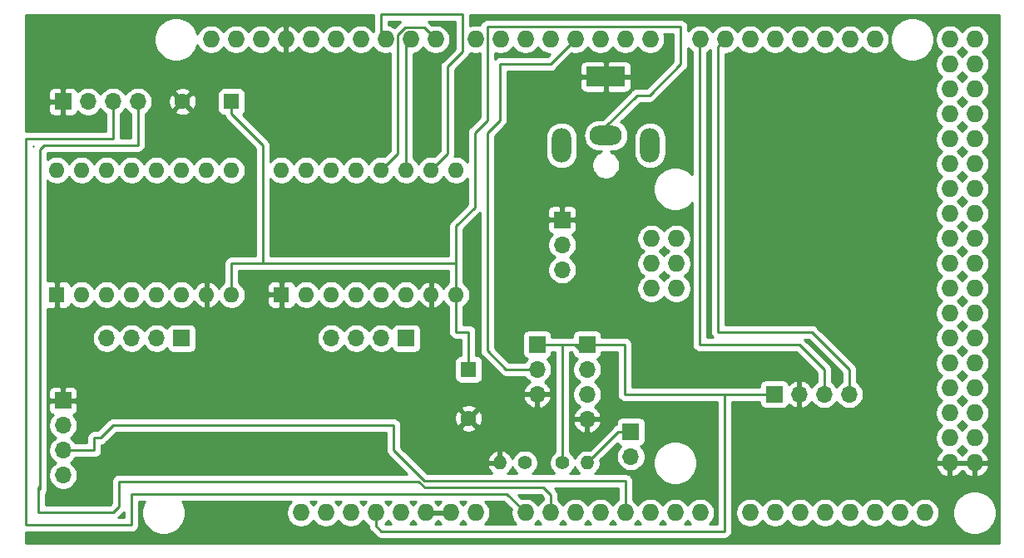
<source format=gbr>
%TF.GenerationSoftware,KiCad,Pcbnew,(5.1.8)-1*%
%TF.CreationDate,2021-01-22T20:57:01-05:00*%
%TF.ProjectId,rDuino,72447569-6e6f-42e6-9b69-6361645f7063,rev?*%
%TF.SameCoordinates,Original*%
%TF.FileFunction,Copper,L1,Top*%
%TF.FilePolarity,Positive*%
%FSLAX46Y46*%
G04 Gerber Fmt 4.6, Leading zero omitted, Abs format (unit mm)*
G04 Created by KiCad (PCBNEW (5.1.8)-1) date 2021-01-22 20:57:01*
%MOMM*%
%LPD*%
G01*
G04 APERTURE LIST*
%TA.AperFunction,ComponentPad*%
%ADD10O,1.727200X1.727200*%
%TD*%
%TA.AperFunction,ComponentPad*%
%ADD11R,4.000000X2.000000*%
%TD*%
%TA.AperFunction,ComponentPad*%
%ADD12O,3.300000X2.000000*%
%TD*%
%TA.AperFunction,ComponentPad*%
%ADD13O,2.000000X3.500000*%
%TD*%
%TA.AperFunction,ComponentPad*%
%ADD14R,1.600000X1.600000*%
%TD*%
%TA.AperFunction,ComponentPad*%
%ADD15O,1.600000X1.600000*%
%TD*%
%TA.AperFunction,ComponentPad*%
%ADD16R,1.700000X1.700000*%
%TD*%
%TA.AperFunction,ComponentPad*%
%ADD17O,1.700000X1.700000*%
%TD*%
%TA.AperFunction,ComponentPad*%
%ADD18C,1.400000*%
%TD*%
%TA.AperFunction,ComponentPad*%
%ADD19O,1.400000X1.400000*%
%TD*%
%TA.AperFunction,ComponentPad*%
%ADD20C,1.600000*%
%TD*%
%TA.AperFunction,Conductor*%
%ADD21C,0.250000*%
%TD*%
%TA.AperFunction,Conductor*%
%ADD22C,0.254000*%
%TD*%
%TA.AperFunction,Conductor*%
%ADD23C,0.100000*%
%TD*%
%TA.AperFunction,NonConductor*%
%ADD24C,0.254000*%
%TD*%
%TA.AperFunction,NonConductor*%
%ADD25C,0.100000*%
%TD*%
G04 APERTURE END LIST*
D10*
%TO.P,XA1,RST2*%
%TO.N,N/C*%
X151967001Y-101600000D03*
%TO.P,XA1,GND4*%
X154507001Y-101600000D03*
%TO.P,XA1,MOSI*%
X154507001Y-99060000D03*
%TO.P,XA1,SCK*%
X151967001Y-99060000D03*
%TO.P,XA1,5V2*%
X154507001Y-96520000D03*
%TO.P,XA1,A0*%
%TO.N,Net-(P3-Pad3)*%
X139140001Y-124460000D03*
%TO.P,XA1,VIN*%
%TO.N,N/C*%
X134060001Y-124460000D03*
%TO.P,XA1,GND3*%
%TO.N,GND*%
X131520001Y-124460000D03*
%TO.P,XA1,GND2*%
X128980001Y-124460000D03*
%TO.P,XA1,5V1*%
%TO.N,+5V*%
X126440001Y-124460000D03*
%TO.P,XA1,3V3*%
%TO.N,+3V3*%
X123900001Y-124460000D03*
%TO.P,XA1,RST1*%
%TO.N,N/C*%
X121360001Y-124460000D03*
%TO.P,XA1,IORF*%
X118820001Y-124460000D03*
%TO.P,XA1,D21*%
X174700001Y-76200000D03*
%TO.P,XA1,D20*%
X172160001Y-76200000D03*
%TO.P,XA1,D19*%
X169620001Y-76200000D03*
%TO.P,XA1,D18*%
X167080001Y-76200000D03*
%TO.P,XA1,D17*%
%TO.N,Net-(P2-Pad3)*%
X164540001Y-76200000D03*
%TO.P,XA1,D16*%
%TO.N,Net-(P2-Pad2)*%
X162000001Y-76200000D03*
%TO.P,XA1,D15*%
%TO.N,Net-(P5-Pad4)*%
X159460001Y-76200000D03*
%TO.P,XA1,D14*%
%TO.N,Net-(P5-Pad3)*%
X156920001Y-76200000D03*
%TO.P,XA1,D0*%
%TO.N,N/C*%
X151840001Y-76200000D03*
%TO.P,XA1,D1*%
X149300001Y-76200000D03*
%TO.P,XA1,D2*%
%TO.N,Net-(J2-Pad2)*%
X146760001Y-76200000D03*
%TO.P,XA1,D3*%
%TO.N,Net-(P6-Pad2)*%
X144220001Y-76200000D03*
%TO.P,XA1,D4*%
%TO.N,Net-(A2-Pad15)*%
X141680001Y-76200000D03*
%TO.P,XA1,D5*%
%TO.N,Net-(A2-Pad16)*%
X139140001Y-76200000D03*
%TO.P,XA1,D6*%
%TO.N,Net-(A1-Pad15)*%
X136600001Y-76200000D03*
%TO.P,XA1,D7*%
%TO.N,Net-(A1-Pad16)*%
X134060001Y-76200000D03*
%TO.P,XA1,GND1*%
%TO.N,GND*%
X114756001Y-76200000D03*
%TO.P,XA1,D8*%
%TO.N,Net-(A1-Pad12)*%
X129996001Y-76200000D03*
%TO.P,XA1,D9*%
%TO.N,Net-(A1-Pad11)*%
X127456001Y-76200000D03*
%TO.P,XA1,D10*%
%TO.N,Net-(A1-Pad10)*%
X124916001Y-76200000D03*
%TO.P,XA1,SCL1*%
%TO.N,N/C*%
X107136001Y-76200000D03*
%TO.P,XA1,SDA1*%
X109676001Y-76200000D03*
%TO.P,XA1,AREF*%
X112216001Y-76200000D03*
%TO.P,XA1,D13*%
%TO.N,Net-(A2-Pad11)*%
X117296001Y-76200000D03*
%TO.P,XA1,D12*%
%TO.N,Net-(A2-Pad12)*%
X119836001Y-76200000D03*
%TO.P,XA1,D11*%
%TO.N,Net-(A2-Pad10)*%
X122376001Y-76200000D03*
%TO.P,XA1,*%
%TO.N,*%
X116280001Y-124460000D03*
%TO.P,XA1,A1*%
%TO.N,Net-(P3-Pad4)*%
X141680001Y-124460000D03*
%TO.P,XA1,A2*%
%TO.N,N/C*%
X144220001Y-124460000D03*
%TO.P,XA1,A3*%
%TO.N,Net-(P1-Pad1)*%
X146760001Y-124460000D03*
%TO.P,XA1,A4*%
%TO.N,Net-(P4-Pad3)*%
X149300001Y-124460000D03*
%TO.P,XA1,A5*%
%TO.N,Net-(P4-Pad4)*%
X151840001Y-124460000D03*
%TO.P,XA1,A6*%
%TO.N,N/C*%
X154380001Y-124460000D03*
%TO.P,XA1,A7*%
X156920001Y-124460000D03*
%TO.P,XA1,A8*%
X162000001Y-124460000D03*
%TO.P,XA1,A9*%
X164540001Y-124460000D03*
%TO.P,XA1,A10*%
X167080001Y-124460000D03*
%TO.P,XA1,A11*%
X169620001Y-124460000D03*
%TO.P,XA1,DAC0*%
X172160001Y-124460000D03*
%TO.P,XA1,DAC1*%
X174700001Y-124460000D03*
%TO.P,XA1,CANR*%
X177240001Y-124460000D03*
%TO.P,XA1,CANT*%
X179780001Y-124460000D03*
%TO.P,XA1,5V3*%
%TO.N,+5V*%
X182320001Y-76200000D03*
%TO.P,XA1,5V4*%
X184860001Y-76200000D03*
%TO.P,XA1,D22*%
%TO.N,N/C*%
X182320001Y-78740000D03*
%TO.P,XA1,D23*%
X184860001Y-78740000D03*
%TO.P,XA1,D24*%
X182320001Y-81280000D03*
%TO.P,XA1,D25*%
X184860001Y-81280000D03*
%TO.P,XA1,D26*%
X182320001Y-83820000D03*
%TO.P,XA1,D27*%
X184860001Y-83820000D03*
%TO.P,XA1,D28*%
X182320001Y-86360000D03*
%TO.P,XA1,D29*%
X184860001Y-86360000D03*
%TO.P,XA1,D30*%
X182320001Y-88900000D03*
%TO.P,XA1,D31*%
X184860001Y-88900000D03*
%TO.P,XA1,D32*%
X182320001Y-91440000D03*
%TO.P,XA1,D33*%
X184860001Y-91440000D03*
%TO.P,XA1,D34*%
X182320001Y-93980000D03*
%TO.P,XA1,D35*%
X184860001Y-93980000D03*
%TO.P,XA1,D36*%
X182320001Y-96520000D03*
%TO.P,XA1,D37*%
X184860001Y-96520000D03*
%TO.P,XA1,D38*%
X182320001Y-99060000D03*
%TO.P,XA1,D39*%
X184860001Y-99060000D03*
%TO.P,XA1,D40*%
X182320001Y-101600000D03*
%TO.P,XA1,D41*%
X184860001Y-101600000D03*
%TO.P,XA1,D42*%
X182320001Y-104140000D03*
%TO.P,XA1,D43*%
X184860001Y-104140000D03*
%TO.P,XA1,D44*%
X182320001Y-106680000D03*
%TO.P,XA1,D45*%
X184860001Y-106680000D03*
%TO.P,XA1,D46*%
X182320001Y-109220000D03*
%TO.P,XA1,D47*%
X184860001Y-109220000D03*
%TO.P,XA1,D48*%
X182320001Y-111760000D03*
%TO.P,XA1,D49*%
X184860001Y-111760000D03*
%TO.P,XA1,D50*%
X182320001Y-114300000D03*
%TO.P,XA1,D51*%
X184860001Y-114300000D03*
%TO.P,XA1,D52*%
X182320001Y-116840000D03*
%TO.P,XA1,D53*%
X184860001Y-116840000D03*
%TO.P,XA1,GND5*%
%TO.N,GND*%
X182320001Y-119380000D03*
%TO.P,XA1,GND6*%
X184860001Y-119380000D03*
%TO.P,XA1,MISO*%
%TO.N,N/C*%
X151967001Y-96520000D03*
%TD*%
D11*
%TO.P,J1,1*%
%TO.N,GND*%
X147320000Y-80010000D03*
D12*
%TO.P,J1,2*%
%TO.N,Net-(100uF1-Pad1)*%
X147320000Y-86010000D03*
D13*
%TO.P,J1,MP*%
%TO.N,N/C*%
X142820000Y-87010000D03*
X151820000Y-87010000D03*
%TD*%
D14*
%TO.P,A1,1*%
%TO.N,GND*%
X114300000Y-102235000D03*
D15*
%TO.P,A1,9*%
%TO.N,N/C*%
X132080000Y-89535000D03*
%TO.P,A1,2*%
%TO.N,+3V3*%
X116840000Y-102235000D03*
%TO.P,A1,10*%
%TO.N,Net-(A1-Pad10)*%
X129540000Y-89535000D03*
%TO.P,A1,3*%
%TO.N,Net-(A1-Pad3)*%
X119380000Y-102235000D03*
%TO.P,A1,11*%
%TO.N,Net-(A1-Pad11)*%
X127000000Y-89535000D03*
%TO.P,A1,4*%
%TO.N,Net-(A1-Pad4)*%
X121920000Y-102235000D03*
%TO.P,A1,12*%
%TO.N,Net-(A1-Pad12)*%
X124460000Y-89535000D03*
%TO.P,A1,5*%
%TO.N,Net-(A1-Pad5)*%
X124460000Y-102235000D03*
%TO.P,A1,13*%
%TO.N,Net-(A1-Pad13)*%
X121920000Y-89535000D03*
%TO.P,A1,6*%
%TO.N,Net-(A1-Pad6)*%
X127000000Y-102235000D03*
%TO.P,A1,14*%
%TO.N,Net-(A1-Pad13)*%
X119380000Y-89535000D03*
%TO.P,A1,7*%
%TO.N,GND*%
X129540000Y-102235000D03*
%TO.P,A1,15*%
%TO.N,Net-(A1-Pad15)*%
X116840000Y-89535000D03*
%TO.P,A1,8*%
%TO.N,Net-(100uF1-Pad1)*%
X132080000Y-102235000D03*
%TO.P,A1,16*%
%TO.N,Net-(A1-Pad16)*%
X114300000Y-89535000D03*
%TD*%
%TO.P,A2,16*%
%TO.N,Net-(A2-Pad16)*%
X91440000Y-89535000D03*
%TO.P,A2,8*%
%TO.N,Net-(100uF1-Pad1)*%
X109220000Y-102235000D03*
%TO.P,A2,15*%
%TO.N,Net-(A2-Pad15)*%
X93980000Y-89535000D03*
%TO.P,A2,7*%
%TO.N,GND*%
X106680000Y-102235000D03*
%TO.P,A2,14*%
%TO.N,Net-(A2-Pad13)*%
X96520000Y-89535000D03*
%TO.P,A2,6*%
%TO.N,Net-(A2-Pad6)*%
X104140000Y-102235000D03*
%TO.P,A2,13*%
%TO.N,Net-(A2-Pad13)*%
X99060000Y-89535000D03*
%TO.P,A2,5*%
%TO.N,Net-(A2-Pad5)*%
X101600000Y-102235000D03*
%TO.P,A2,12*%
%TO.N,Net-(A2-Pad12)*%
X101600000Y-89535000D03*
%TO.P,A2,4*%
%TO.N,Net-(A2-Pad4)*%
X99060000Y-102235000D03*
%TO.P,A2,11*%
%TO.N,Net-(A2-Pad11)*%
X104140000Y-89535000D03*
%TO.P,A2,3*%
%TO.N,Net-(A2-Pad3)*%
X96520000Y-102235000D03*
%TO.P,A2,10*%
%TO.N,Net-(A2-Pad10)*%
X106680000Y-89535000D03*
%TO.P,A2,2*%
%TO.N,+3V3*%
X93980000Y-102235000D03*
%TO.P,A2,9*%
%TO.N,N/C*%
X109220000Y-89535000D03*
D14*
%TO.P,A2,1*%
%TO.N,GND*%
X91440000Y-102235000D03*
%TD*%
D16*
%TO.P,P2,1*%
%TO.N,+3V3*%
X145415000Y-107315000D03*
D17*
%TO.P,P2,2*%
%TO.N,Net-(P2-Pad2)*%
X145415000Y-109855000D03*
%TO.P,P2,3*%
%TO.N,Net-(P2-Pad3)*%
X145415000Y-112395000D03*
%TO.P,P2,4*%
%TO.N,GND*%
X145415000Y-114935000D03*
%TD*%
D16*
%TO.P,P3,1*%
%TO.N,GND*%
X92075000Y-82550000D03*
D17*
%TO.P,P3,2*%
%TO.N,+3V3*%
X94615000Y-82550000D03*
%TO.P,P3,3*%
%TO.N,Net-(P3-Pad3)*%
X97155000Y-82550000D03*
%TO.P,P3,4*%
%TO.N,Net-(P3-Pad4)*%
X99695000Y-82550000D03*
%TD*%
%TO.P,P4,4*%
%TO.N,Net-(P4-Pad4)*%
X92075000Y-120650000D03*
%TO.P,P4,3*%
%TO.N,Net-(P4-Pad3)*%
X92075000Y-118110000D03*
%TO.P,P4,2*%
%TO.N,+3V3*%
X92075000Y-115570000D03*
D16*
%TO.P,P4,1*%
%TO.N,GND*%
X92075000Y-113030000D03*
%TD*%
D17*
%TO.P,DEC_OUT1,4*%
%TO.N,Net-(A1-Pad3)*%
X119380000Y-106680000D03*
%TO.P,DEC_OUT1,3*%
%TO.N,Net-(A1-Pad4)*%
X121920000Y-106680000D03*
%TO.P,DEC_OUT1,2*%
%TO.N,Net-(A1-Pad5)*%
X124460000Y-106680000D03*
D16*
%TO.P,DEC_OUT1,1*%
%TO.N,Net-(A1-Pad6)*%
X127000000Y-106680000D03*
%TD*%
D17*
%TO.P,P5,4*%
%TO.N,Net-(P5-Pad4)*%
X172085000Y-112395000D03*
%TO.P,P5,3*%
%TO.N,Net-(P5-Pad3)*%
X169545000Y-112395000D03*
%TO.P,P5,2*%
%TO.N,GND*%
X167005000Y-112395000D03*
D16*
%TO.P,P5,1*%
%TO.N,+3V3*%
X164465000Y-112395000D03*
%TD*%
D18*
%TO.P,R1,1*%
%TO.N,Net-(P1-Pad2)*%
X139065000Y-119380000D03*
D19*
%TO.P,R1,2*%
%TO.N,GND*%
X136525000Y-119380000D03*
%TD*%
%TO.P,R2,2*%
%TO.N,Net-(P1-Pad1)*%
X145415000Y-119380000D03*
D18*
%TO.P,R2,1*%
%TO.N,+3V3*%
X142875000Y-119380000D03*
%TD*%
D16*
%TO.P,P6,1*%
%TO.N,+3V3*%
X140335000Y-107315000D03*
D17*
%TO.P,P6,2*%
%TO.N,Net-(P6-Pad2)*%
X140335000Y-109855000D03*
%TO.P,P6,3*%
%TO.N,GND*%
X140335000Y-112395000D03*
%TD*%
D14*
%TO.P,100uF1,1*%
%TO.N,Net-(100uF1-Pad1)*%
X109220000Y-82550000D03*
D20*
%TO.P,100uF1,2*%
%TO.N,GND*%
X104220000Y-82550000D03*
%TD*%
%TO.P,100uF2,2*%
%TO.N,GND*%
X133350000Y-114855000D03*
D14*
%TO.P,100uF2,1*%
%TO.N,Net-(100uF1-Pad1)*%
X133350000Y-109855000D03*
%TD*%
D16*
%TO.P,P1,1*%
%TO.N,Net-(P1-Pad1)*%
X149860000Y-116205000D03*
D17*
%TO.P,P1,2*%
%TO.N,Net-(P1-Pad2)*%
X149860000Y-118745000D03*
%TD*%
D16*
%TO.P,RA_OUT1,1*%
%TO.N,Net-(A2-Pad6)*%
X104140000Y-106680000D03*
D17*
%TO.P,RA_OUT1,2*%
%TO.N,Net-(A2-Pad5)*%
X101600000Y-106680000D03*
%TO.P,RA_OUT1,3*%
%TO.N,Net-(A2-Pad4)*%
X99060000Y-106680000D03*
%TO.P,RA_OUT1,4*%
%TO.N,Net-(A2-Pad3)*%
X96520000Y-106680000D03*
%TD*%
D16*
%TO.P,J2,1*%
%TO.N,GND*%
X142875000Y-94615000D03*
D17*
%TO.P,J2,2*%
%TO.N,Net-(J2-Pad2)*%
X142875000Y-97155000D03*
%TO.P,J2,3*%
%TO.N,+3V3*%
X142875000Y-99695000D03*
%TD*%
D21*
%TO.N,+3V3*%
X144145000Y-107315000D02*
X144780000Y-107950000D01*
X149225000Y-112395000D02*
X149225000Y-107315000D01*
X149225000Y-107315000D02*
X145415000Y-107315000D01*
X142875000Y-119380000D02*
X142875000Y-107315000D01*
X142875000Y-107315000D02*
X140335000Y-107315000D01*
X145415000Y-107315000D02*
X142875000Y-107315000D01*
X164465000Y-112395000D02*
X159385000Y-112395000D01*
X159385000Y-112395000D02*
X149225000Y-112395000D01*
X123900001Y-125805001D02*
X123900001Y-124460000D01*
X124460000Y-126365000D02*
X123900001Y-125805001D01*
X159385000Y-126365000D02*
X124460000Y-126365000D01*
X159385000Y-112395000D02*
X159385000Y-126365000D01*
%TO.N,Net-(A1-Pad10)*%
X124460000Y-75743999D02*
X124916001Y-76200000D01*
X124460000Y-73660000D02*
X124460000Y-75743999D01*
X132715000Y-73660000D02*
X124460000Y-73660000D01*
X132715000Y-77470000D02*
X132715000Y-73660000D01*
X131184602Y-79000398D02*
X132715000Y-77470000D01*
X131184602Y-87890398D02*
X131184602Y-79000398D01*
X129540000Y-89535000D02*
X131184602Y-87890398D01*
%TO.N,Net-(A1-Pad11)*%
X127000000Y-76656001D02*
X127456001Y-76200000D01*
X127000000Y-89535000D02*
X127000000Y-76656001D01*
%TO.N,Net-(A1-Pad12)*%
X128807400Y-75011399D02*
X129996001Y-76200000D01*
X126885472Y-75011399D02*
X128807400Y-75011399D01*
X126104602Y-75792269D02*
X126885472Y-75011399D01*
X126104602Y-87890398D02*
X126104602Y-75792269D01*
X124460000Y-89535000D02*
X126104602Y-87890398D01*
%TO.N,Net-(P1-Pad1)*%
X148590000Y-116205000D02*
X145415000Y-119380000D01*
X149860000Y-116205000D02*
X148590000Y-116205000D01*
%TO.N,Net-(P3-Pad3)*%
X137235001Y-122555000D02*
X139140001Y-124460000D01*
X103254003Y-122555000D02*
X137235001Y-122555000D01*
X103254003Y-122555000D02*
X103234002Y-122534999D01*
X103505000Y-122555000D02*
X103254003Y-122555000D01*
X137235001Y-122555000D02*
X103505000Y-122555000D01*
X103505000Y-122555000D02*
X102870000Y-122555000D01*
X97155000Y-86360000D02*
X88265000Y-86360000D01*
X88265000Y-86360000D02*
X88265000Y-122555000D01*
X97155000Y-82550000D02*
X97155000Y-86360000D01*
X88265000Y-122555000D02*
X88265000Y-125730000D01*
X88265000Y-125730000D02*
X91440000Y-125730000D01*
X137215000Y-122534999D02*
X139140001Y-124460000D01*
X99039999Y-122534999D02*
X137215000Y-122534999D01*
X99039999Y-125709999D02*
X99039999Y-122534999D01*
X99019998Y-125730000D02*
X99039999Y-125709999D01*
X91440000Y-125730000D02*
X99019998Y-125730000D01*
%TO.N,Net-(P3-Pad4)*%
X99695000Y-86995000D02*
X90170000Y-86995000D01*
X90170000Y-86995000D02*
X89721401Y-87443599D01*
X99695000Y-82550000D02*
X99695000Y-86995000D01*
X89721401Y-121733599D02*
X89721401Y-122064989D01*
X89721401Y-87443599D02*
X89721401Y-121733599D01*
X140970000Y-121920000D02*
X141680001Y-122630001D01*
X128268590Y-121285000D02*
X128903590Y-121920000D01*
X97790000Y-121285000D02*
X128268590Y-121285000D01*
X141680001Y-122630001D02*
X141680001Y-124460000D01*
X97790000Y-123825000D02*
X97790000Y-121285000D01*
X97155000Y-124460000D02*
X97790000Y-123825000D01*
X89535000Y-124460000D02*
X97155000Y-124460000D01*
X89535000Y-121920000D02*
X89535000Y-124460000D01*
X128903590Y-121920000D02*
X140970000Y-121920000D01*
X89721401Y-121733599D02*
X89535000Y-121920000D01*
%TO.N,Net-(P4-Pad3)*%
X149300001Y-121209999D02*
X149300001Y-124460000D01*
X125730000Y-118110000D02*
X128829999Y-121209999D01*
X125730000Y-115570000D02*
X125730000Y-118110000D01*
X97155000Y-115570000D02*
X125730000Y-115570000D01*
X128829999Y-121209999D02*
X149300001Y-121209999D01*
X95885000Y-116840000D02*
X97155000Y-115570000D01*
X95250000Y-116840000D02*
X95885000Y-116840000D01*
X95250000Y-118110000D02*
X95250000Y-116840000D01*
X92075000Y-118110000D02*
X95250000Y-118110000D01*
%TO.N,Net-(P5-Pad4)*%
X158750000Y-76910001D02*
X159460001Y-76200000D01*
X158750000Y-106045000D02*
X158750000Y-76910001D01*
X172085000Y-109855000D02*
X168275000Y-106045000D01*
X168275000Y-106045000D02*
X158750000Y-106045000D01*
X172085000Y-112395000D02*
X172085000Y-109855000D01*
%TO.N,Net-(P5-Pad3)*%
X169545000Y-112395000D02*
X169545000Y-111125000D01*
X156845000Y-76275001D02*
X156920001Y-76200000D01*
X156845000Y-107315000D02*
X156845000Y-76275001D01*
X167005000Y-107315000D02*
X156845000Y-107315000D01*
X169545000Y-109855000D02*
X167005000Y-107315000D01*
X169545000Y-112395000D02*
X169545000Y-109855000D01*
%TO.N,Net-(P6-Pad2)*%
X137160000Y-109855000D02*
X135255000Y-107950000D01*
X135255000Y-107950000D02*
X135255000Y-85725000D01*
X140335000Y-109855000D02*
X137160000Y-109855000D01*
X144220001Y-76200000D02*
X141680001Y-78740000D01*
X141680001Y-78740000D02*
X136525000Y-78740000D01*
X136525000Y-78740000D02*
X136525000Y-84455000D01*
X135255000Y-85725000D02*
X136525000Y-84455000D01*
%TO.N,Net-(100uF1-Pad1)*%
X147320000Y-86010000D02*
X147035000Y-86010000D01*
X147320000Y-86010000D02*
X147320000Y-85090000D01*
X135255000Y-84455000D02*
X133985000Y-85725000D01*
X133985000Y-85725000D02*
X133985000Y-93345000D01*
X133985000Y-93345000D02*
X132080000Y-95250000D01*
X132080000Y-95250000D02*
X132080000Y-99060000D01*
X132080000Y-99060000D02*
X132080000Y-102235000D01*
X109220000Y-99695000D02*
X109220000Y-102235000D01*
X109220000Y-99060000D02*
X109220000Y-99695000D01*
X109220000Y-82550000D02*
X109220000Y-83820000D01*
X109220000Y-83820000D02*
X112395000Y-86995000D01*
X112395000Y-86995000D02*
X112395000Y-99060000D01*
X112395000Y-99060000D02*
X109220000Y-99060000D01*
X132080000Y-99060000D02*
X112395000Y-99060000D01*
X133350000Y-109855000D02*
X133350000Y-106045000D01*
X133350000Y-106045000D02*
X132080000Y-106045000D01*
X132080000Y-106045000D02*
X132080000Y-102235000D01*
X147320000Y-85090000D02*
X150495000Y-81915000D01*
X150495000Y-81915000D02*
X151765000Y-81915000D01*
X151765000Y-81915000D02*
X154940000Y-78740000D01*
X154940000Y-78740000D02*
X154940000Y-74930000D01*
X154940000Y-74930000D02*
X135255000Y-74930000D01*
X135255000Y-74930000D02*
X135255000Y-84455000D01*
%TD*%
D22*
%TO.N,GND*%
X187300001Y-81899843D02*
X187300000Y-127610000D01*
X88290000Y-127610000D01*
X88290000Y-126491215D01*
X88302333Y-126490000D01*
X98982676Y-126490000D01*
X99019998Y-126493676D01*
X99057320Y-126490000D01*
X99057331Y-126490000D01*
X99168984Y-126479003D01*
X99312245Y-126435546D01*
X99444274Y-126364974D01*
X99559999Y-126270001D01*
X99569015Y-126259015D01*
X99580000Y-126250000D01*
X99674973Y-126134275D01*
X99745545Y-126002246D01*
X99789002Y-125858985D01*
X99799999Y-125747332D01*
X99799999Y-125747324D01*
X99803675Y-125709999D01*
X99799999Y-125672674D01*
X99799999Y-123294999D01*
X100400419Y-123294999D01*
X100329370Y-123401331D01*
X100160891Y-123808075D01*
X100075001Y-124239872D01*
X100075001Y-124680128D01*
X100160891Y-125111925D01*
X100329370Y-125518669D01*
X100573963Y-125884729D01*
X100885272Y-126196038D01*
X101251332Y-126440631D01*
X101658076Y-126609110D01*
X102089873Y-126695000D01*
X102530129Y-126695000D01*
X102961926Y-126609110D01*
X103368670Y-126440631D01*
X103734730Y-126196038D01*
X104046039Y-125884729D01*
X104290632Y-125518669D01*
X104459111Y-125111925D01*
X104545001Y-124680128D01*
X104545001Y-124239872D01*
X104459111Y-123808075D01*
X104290632Y-123401331D01*
X104232948Y-123315000D01*
X115305660Y-123315000D01*
X115115962Y-123504698D01*
X114951959Y-123750147D01*
X114838991Y-124022875D01*
X114781401Y-124312401D01*
X114781401Y-124607599D01*
X114838991Y-124897125D01*
X114951959Y-125169853D01*
X115115962Y-125415302D01*
X115324699Y-125624039D01*
X115570148Y-125788042D01*
X115842876Y-125901010D01*
X116132402Y-125958600D01*
X116427600Y-125958600D01*
X116717126Y-125901010D01*
X116989854Y-125788042D01*
X117235303Y-125624039D01*
X117444040Y-125415302D01*
X117550001Y-125256719D01*
X117655962Y-125415302D01*
X117864699Y-125624039D01*
X118110148Y-125788042D01*
X118382876Y-125901010D01*
X118672402Y-125958600D01*
X118967600Y-125958600D01*
X119257126Y-125901010D01*
X119529854Y-125788042D01*
X119775303Y-125624039D01*
X119984040Y-125415302D01*
X120090001Y-125256719D01*
X120195962Y-125415302D01*
X120404699Y-125624039D01*
X120650148Y-125788042D01*
X120922876Y-125901010D01*
X121212402Y-125958600D01*
X121507600Y-125958600D01*
X121797126Y-125901010D01*
X122069854Y-125788042D01*
X122315303Y-125624039D01*
X122524040Y-125415302D01*
X122630001Y-125256719D01*
X122735962Y-125415302D01*
X122944699Y-125624039D01*
X123140001Y-125754535D01*
X123140001Y-125767678D01*
X123136325Y-125805001D01*
X123140001Y-125842323D01*
X123140001Y-125842333D01*
X123150998Y-125953986D01*
X123187025Y-126072753D01*
X123194455Y-126097247D01*
X123265027Y-126229277D01*
X123298449Y-126270001D01*
X123360000Y-126345002D01*
X123389003Y-126368804D01*
X123896200Y-126876002D01*
X123919999Y-126905001D01*
X124035724Y-126999974D01*
X124167753Y-127070546D01*
X124311014Y-127114003D01*
X124422667Y-127125000D01*
X124422676Y-127125000D01*
X124459999Y-127128676D01*
X124497322Y-127125000D01*
X159347667Y-127125000D01*
X159385000Y-127128677D01*
X159533986Y-127114003D01*
X159677247Y-127070546D01*
X159809276Y-126999974D01*
X159925001Y-126905001D01*
X160019974Y-126789276D01*
X160090546Y-126657247D01*
X160134003Y-126513986D01*
X160145000Y-126402333D01*
X160148677Y-126365000D01*
X160145000Y-126327667D01*
X160145000Y-124312401D01*
X160501401Y-124312401D01*
X160501401Y-124607599D01*
X160558991Y-124897125D01*
X160671959Y-125169853D01*
X160835962Y-125415302D01*
X161044699Y-125624039D01*
X161290148Y-125788042D01*
X161562876Y-125901010D01*
X161852402Y-125958600D01*
X162147600Y-125958600D01*
X162437126Y-125901010D01*
X162709854Y-125788042D01*
X162955303Y-125624039D01*
X163164040Y-125415302D01*
X163270001Y-125256719D01*
X163375962Y-125415302D01*
X163584699Y-125624039D01*
X163830148Y-125788042D01*
X164102876Y-125901010D01*
X164392402Y-125958600D01*
X164687600Y-125958600D01*
X164977126Y-125901010D01*
X165249854Y-125788042D01*
X165495303Y-125624039D01*
X165704040Y-125415302D01*
X165810001Y-125256719D01*
X165915962Y-125415302D01*
X166124699Y-125624039D01*
X166370148Y-125788042D01*
X166642876Y-125901010D01*
X166932402Y-125958600D01*
X167227600Y-125958600D01*
X167517126Y-125901010D01*
X167789854Y-125788042D01*
X168035303Y-125624039D01*
X168244040Y-125415302D01*
X168350001Y-125256719D01*
X168455962Y-125415302D01*
X168664699Y-125624039D01*
X168910148Y-125788042D01*
X169182876Y-125901010D01*
X169472402Y-125958600D01*
X169767600Y-125958600D01*
X170057126Y-125901010D01*
X170329854Y-125788042D01*
X170575303Y-125624039D01*
X170784040Y-125415302D01*
X170890001Y-125256719D01*
X170995962Y-125415302D01*
X171204699Y-125624039D01*
X171450148Y-125788042D01*
X171722876Y-125901010D01*
X172012402Y-125958600D01*
X172307600Y-125958600D01*
X172597126Y-125901010D01*
X172869854Y-125788042D01*
X173115303Y-125624039D01*
X173324040Y-125415302D01*
X173430001Y-125256719D01*
X173535962Y-125415302D01*
X173744699Y-125624039D01*
X173990148Y-125788042D01*
X174262876Y-125901010D01*
X174552402Y-125958600D01*
X174847600Y-125958600D01*
X175137126Y-125901010D01*
X175409854Y-125788042D01*
X175655303Y-125624039D01*
X175864040Y-125415302D01*
X175970001Y-125256719D01*
X176075962Y-125415302D01*
X176284699Y-125624039D01*
X176530148Y-125788042D01*
X176802876Y-125901010D01*
X177092402Y-125958600D01*
X177387600Y-125958600D01*
X177677126Y-125901010D01*
X177949854Y-125788042D01*
X178195303Y-125624039D01*
X178404040Y-125415302D01*
X178510001Y-125256719D01*
X178615962Y-125415302D01*
X178824699Y-125624039D01*
X179070148Y-125788042D01*
X179342876Y-125901010D01*
X179632402Y-125958600D01*
X179927600Y-125958600D01*
X180217126Y-125901010D01*
X180489854Y-125788042D01*
X180735303Y-125624039D01*
X180944040Y-125415302D01*
X181108043Y-125169853D01*
X181221011Y-124897125D01*
X181278601Y-124607599D01*
X181278601Y-124312401D01*
X181264175Y-124239872D01*
X182625001Y-124239872D01*
X182625001Y-124680128D01*
X182710891Y-125111925D01*
X182879370Y-125518669D01*
X183123963Y-125884729D01*
X183435272Y-126196038D01*
X183801332Y-126440631D01*
X184208076Y-126609110D01*
X184639873Y-126695000D01*
X185080129Y-126695000D01*
X185511926Y-126609110D01*
X185918670Y-126440631D01*
X186284730Y-126196038D01*
X186596039Y-125884729D01*
X186840632Y-125518669D01*
X187009111Y-125111925D01*
X187095001Y-124680128D01*
X187095001Y-124239872D01*
X187009111Y-123808075D01*
X186840632Y-123401331D01*
X186596039Y-123035271D01*
X186284730Y-122723962D01*
X185918670Y-122479369D01*
X185511926Y-122310890D01*
X185080129Y-122225000D01*
X184639873Y-122225000D01*
X184208076Y-122310890D01*
X183801332Y-122479369D01*
X183435272Y-122723962D01*
X183123963Y-123035271D01*
X182879370Y-123401331D01*
X182710891Y-123808075D01*
X182625001Y-124239872D01*
X181264175Y-124239872D01*
X181221011Y-124022875D01*
X181108043Y-123750147D01*
X180944040Y-123504698D01*
X180735303Y-123295961D01*
X180489854Y-123131958D01*
X180217126Y-123018990D01*
X179927600Y-122961400D01*
X179632402Y-122961400D01*
X179342876Y-123018990D01*
X179070148Y-123131958D01*
X178824699Y-123295961D01*
X178615962Y-123504698D01*
X178510001Y-123663281D01*
X178404040Y-123504698D01*
X178195303Y-123295961D01*
X177949854Y-123131958D01*
X177677126Y-123018990D01*
X177387600Y-122961400D01*
X177092402Y-122961400D01*
X176802876Y-123018990D01*
X176530148Y-123131958D01*
X176284699Y-123295961D01*
X176075962Y-123504698D01*
X175970001Y-123663281D01*
X175864040Y-123504698D01*
X175655303Y-123295961D01*
X175409854Y-123131958D01*
X175137126Y-123018990D01*
X174847600Y-122961400D01*
X174552402Y-122961400D01*
X174262876Y-123018990D01*
X173990148Y-123131958D01*
X173744699Y-123295961D01*
X173535962Y-123504698D01*
X173430001Y-123663281D01*
X173324040Y-123504698D01*
X173115303Y-123295961D01*
X172869854Y-123131958D01*
X172597126Y-123018990D01*
X172307600Y-122961400D01*
X172012402Y-122961400D01*
X171722876Y-123018990D01*
X171450148Y-123131958D01*
X171204699Y-123295961D01*
X170995962Y-123504698D01*
X170890001Y-123663281D01*
X170784040Y-123504698D01*
X170575303Y-123295961D01*
X170329854Y-123131958D01*
X170057126Y-123018990D01*
X169767600Y-122961400D01*
X169472402Y-122961400D01*
X169182876Y-123018990D01*
X168910148Y-123131958D01*
X168664699Y-123295961D01*
X168455962Y-123504698D01*
X168350001Y-123663281D01*
X168244040Y-123504698D01*
X168035303Y-123295961D01*
X167789854Y-123131958D01*
X167517126Y-123018990D01*
X167227600Y-122961400D01*
X166932402Y-122961400D01*
X166642876Y-123018990D01*
X166370148Y-123131958D01*
X166124699Y-123295961D01*
X165915962Y-123504698D01*
X165810001Y-123663281D01*
X165704040Y-123504698D01*
X165495303Y-123295961D01*
X165249854Y-123131958D01*
X164977126Y-123018990D01*
X164687600Y-122961400D01*
X164392402Y-122961400D01*
X164102876Y-123018990D01*
X163830148Y-123131958D01*
X163584699Y-123295961D01*
X163375962Y-123504698D01*
X163270001Y-123663281D01*
X163164040Y-123504698D01*
X162955303Y-123295961D01*
X162709854Y-123131958D01*
X162437126Y-123018990D01*
X162147600Y-122961400D01*
X161852402Y-122961400D01*
X161562876Y-123018990D01*
X161290148Y-123131958D01*
X161044699Y-123295961D01*
X160835962Y-123504698D01*
X160671959Y-123750147D01*
X160558991Y-124022875D01*
X160501401Y-124312401D01*
X160145000Y-124312401D01*
X160145000Y-119739026D01*
X180865043Y-119739026D01*
X180910779Y-119889814D01*
X181037317Y-120154944D01*
X181213147Y-120390293D01*
X181431513Y-120586817D01*
X181684023Y-120736964D01*
X181960974Y-120834963D01*
X182193001Y-120714464D01*
X182193001Y-119507000D01*
X182447001Y-119507000D01*
X182447001Y-120714464D01*
X182679028Y-120834963D01*
X182955979Y-120736964D01*
X183208489Y-120586817D01*
X183426855Y-120390293D01*
X183590001Y-120171922D01*
X183753147Y-120390293D01*
X183971513Y-120586817D01*
X184224023Y-120736964D01*
X184500974Y-120834963D01*
X184733001Y-120714464D01*
X184733001Y-119507000D01*
X184987001Y-119507000D01*
X184987001Y-120714464D01*
X185219028Y-120834963D01*
X185495979Y-120736964D01*
X185748489Y-120586817D01*
X185966855Y-120390293D01*
X186142685Y-120154944D01*
X186269223Y-119889814D01*
X186314959Y-119739026D01*
X186193818Y-119507000D01*
X184987001Y-119507000D01*
X184733001Y-119507000D01*
X182447001Y-119507000D01*
X182193001Y-119507000D01*
X180986184Y-119507000D01*
X180865043Y-119739026D01*
X160145000Y-119739026D01*
X160145000Y-113155000D01*
X162976928Y-113155000D01*
X162976928Y-113245000D01*
X162989188Y-113369482D01*
X163025498Y-113489180D01*
X163084463Y-113599494D01*
X163163815Y-113696185D01*
X163260506Y-113775537D01*
X163370820Y-113834502D01*
X163490518Y-113870812D01*
X163615000Y-113883072D01*
X165315000Y-113883072D01*
X165439482Y-113870812D01*
X165559180Y-113834502D01*
X165669494Y-113775537D01*
X165766185Y-113696185D01*
X165845537Y-113599494D01*
X165904502Y-113489180D01*
X165928966Y-113408534D01*
X166004731Y-113492588D01*
X166238080Y-113666641D01*
X166500901Y-113791825D01*
X166648110Y-113836476D01*
X166878000Y-113715155D01*
X166878000Y-112522000D01*
X166858000Y-112522000D01*
X166858000Y-112268000D01*
X166878000Y-112268000D01*
X166878000Y-111074845D01*
X166648110Y-110953524D01*
X166500901Y-110998175D01*
X166238080Y-111123359D01*
X166004731Y-111297412D01*
X165928966Y-111381466D01*
X165904502Y-111300820D01*
X165845537Y-111190506D01*
X165766185Y-111093815D01*
X165669494Y-111014463D01*
X165559180Y-110955498D01*
X165439482Y-110919188D01*
X165315000Y-110906928D01*
X163615000Y-110906928D01*
X163490518Y-110919188D01*
X163370820Y-110955498D01*
X163260506Y-111014463D01*
X163163815Y-111093815D01*
X163084463Y-111190506D01*
X163025498Y-111300820D01*
X162989188Y-111420518D01*
X162976928Y-111545000D01*
X162976928Y-111635000D01*
X159422333Y-111635000D01*
X159385000Y-111631323D01*
X159347667Y-111635000D01*
X149985000Y-111635000D01*
X149985000Y-107352332D01*
X149988677Y-107315000D01*
X149974003Y-107166014D01*
X149930546Y-107022753D01*
X149859974Y-106890724D01*
X149765001Y-106774999D01*
X149649276Y-106680026D01*
X149517247Y-106609454D01*
X149373986Y-106565997D01*
X149262333Y-106555000D01*
X149225000Y-106551323D01*
X149187667Y-106555000D01*
X146903072Y-106555000D01*
X146903072Y-106465000D01*
X146890812Y-106340518D01*
X146854502Y-106220820D01*
X146795537Y-106110506D01*
X146716185Y-106013815D01*
X146619494Y-105934463D01*
X146509180Y-105875498D01*
X146389482Y-105839188D01*
X146265000Y-105826928D01*
X144565000Y-105826928D01*
X144440518Y-105839188D01*
X144320820Y-105875498D01*
X144210506Y-105934463D01*
X144113815Y-106013815D01*
X144034463Y-106110506D01*
X143975498Y-106220820D01*
X143939188Y-106340518D01*
X143926928Y-106465000D01*
X143926928Y-106555000D01*
X142912333Y-106555000D01*
X142875000Y-106551323D01*
X142837667Y-106555000D01*
X141823072Y-106555000D01*
X141823072Y-106465000D01*
X141810812Y-106340518D01*
X141774502Y-106220820D01*
X141715537Y-106110506D01*
X141636185Y-106013815D01*
X141539494Y-105934463D01*
X141429180Y-105875498D01*
X141309482Y-105839188D01*
X141185000Y-105826928D01*
X139485000Y-105826928D01*
X139360518Y-105839188D01*
X139240820Y-105875498D01*
X139130506Y-105934463D01*
X139033815Y-106013815D01*
X138954463Y-106110506D01*
X138895498Y-106220820D01*
X138859188Y-106340518D01*
X138846928Y-106465000D01*
X138846928Y-108165000D01*
X138859188Y-108289482D01*
X138895498Y-108409180D01*
X138954463Y-108519494D01*
X139033815Y-108616185D01*
X139130506Y-108695537D01*
X139240820Y-108754502D01*
X139313380Y-108776513D01*
X139181525Y-108908368D01*
X139056822Y-109095000D01*
X137474802Y-109095000D01*
X136015000Y-107635199D01*
X136015000Y-95465000D01*
X141386928Y-95465000D01*
X141399188Y-95589482D01*
X141435498Y-95709180D01*
X141494463Y-95819494D01*
X141573815Y-95916185D01*
X141670506Y-95995537D01*
X141780820Y-96054502D01*
X141853380Y-96076513D01*
X141721525Y-96208368D01*
X141559010Y-96451589D01*
X141447068Y-96721842D01*
X141390000Y-97008740D01*
X141390000Y-97301260D01*
X141447068Y-97588158D01*
X141559010Y-97858411D01*
X141721525Y-98101632D01*
X141928368Y-98308475D01*
X142102760Y-98425000D01*
X141928368Y-98541525D01*
X141721525Y-98748368D01*
X141559010Y-98991589D01*
X141447068Y-99261842D01*
X141390000Y-99548740D01*
X141390000Y-99841260D01*
X141447068Y-100128158D01*
X141559010Y-100398411D01*
X141721525Y-100641632D01*
X141928368Y-100848475D01*
X142171589Y-101010990D01*
X142441842Y-101122932D01*
X142728740Y-101180000D01*
X143021260Y-101180000D01*
X143308158Y-101122932D01*
X143578411Y-101010990D01*
X143821632Y-100848475D01*
X144028475Y-100641632D01*
X144190990Y-100398411D01*
X144302932Y-100128158D01*
X144360000Y-99841260D01*
X144360000Y-99548740D01*
X144302932Y-99261842D01*
X144190990Y-98991589D01*
X144028475Y-98748368D01*
X143821632Y-98541525D01*
X143647240Y-98425000D01*
X143821632Y-98308475D01*
X144028475Y-98101632D01*
X144190990Y-97858411D01*
X144302932Y-97588158D01*
X144360000Y-97301260D01*
X144360000Y-97008740D01*
X144302932Y-96721842D01*
X144190990Y-96451589D01*
X144138079Y-96372401D01*
X150468401Y-96372401D01*
X150468401Y-96667599D01*
X150525991Y-96957125D01*
X150638959Y-97229853D01*
X150802962Y-97475302D01*
X151011699Y-97684039D01*
X151170282Y-97790000D01*
X151011699Y-97895961D01*
X150802962Y-98104698D01*
X150638959Y-98350147D01*
X150525991Y-98622875D01*
X150468401Y-98912401D01*
X150468401Y-99207599D01*
X150525991Y-99497125D01*
X150638959Y-99769853D01*
X150802962Y-100015302D01*
X151011699Y-100224039D01*
X151170282Y-100330000D01*
X151011699Y-100435961D01*
X150802962Y-100644698D01*
X150638959Y-100890147D01*
X150525991Y-101162875D01*
X150468401Y-101452401D01*
X150468401Y-101747599D01*
X150525991Y-102037125D01*
X150638959Y-102309853D01*
X150802962Y-102555302D01*
X151011699Y-102764039D01*
X151257148Y-102928042D01*
X151529876Y-103041010D01*
X151819402Y-103098600D01*
X152114600Y-103098600D01*
X152404126Y-103041010D01*
X152676854Y-102928042D01*
X152922303Y-102764039D01*
X153131040Y-102555302D01*
X153237001Y-102396719D01*
X153342962Y-102555302D01*
X153551699Y-102764039D01*
X153797148Y-102928042D01*
X154069876Y-103041010D01*
X154359402Y-103098600D01*
X154654600Y-103098600D01*
X154944126Y-103041010D01*
X155216854Y-102928042D01*
X155462303Y-102764039D01*
X155671040Y-102555302D01*
X155835043Y-102309853D01*
X155948011Y-102037125D01*
X156005601Y-101747599D01*
X156005601Y-101452401D01*
X155948011Y-101162875D01*
X155835043Y-100890147D01*
X155671040Y-100644698D01*
X155462303Y-100435961D01*
X155303720Y-100330000D01*
X155462303Y-100224039D01*
X155671040Y-100015302D01*
X155835043Y-99769853D01*
X155948011Y-99497125D01*
X156005601Y-99207599D01*
X156005601Y-98912401D01*
X155948011Y-98622875D01*
X155835043Y-98350147D01*
X155671040Y-98104698D01*
X155462303Y-97895961D01*
X155303720Y-97790000D01*
X155462303Y-97684039D01*
X155671040Y-97475302D01*
X155835043Y-97229853D01*
X155948011Y-96957125D01*
X156005601Y-96667599D01*
X156005601Y-96372401D01*
X155948011Y-96082875D01*
X155835043Y-95810147D01*
X155671040Y-95564698D01*
X155462303Y-95355961D01*
X155216854Y-95191958D01*
X154944126Y-95078990D01*
X154654600Y-95021400D01*
X154359402Y-95021400D01*
X154069876Y-95078990D01*
X153797148Y-95191958D01*
X153551699Y-95355961D01*
X153342962Y-95564698D01*
X153237001Y-95723281D01*
X153131040Y-95564698D01*
X152922303Y-95355961D01*
X152676854Y-95191958D01*
X152404126Y-95078990D01*
X152114600Y-95021400D01*
X151819402Y-95021400D01*
X151529876Y-95078990D01*
X151257148Y-95191958D01*
X151011699Y-95355961D01*
X150802962Y-95564698D01*
X150638959Y-95810147D01*
X150525991Y-96082875D01*
X150468401Y-96372401D01*
X144138079Y-96372401D01*
X144028475Y-96208368D01*
X143896620Y-96076513D01*
X143969180Y-96054502D01*
X144079494Y-95995537D01*
X144176185Y-95916185D01*
X144255537Y-95819494D01*
X144314502Y-95709180D01*
X144350812Y-95589482D01*
X144363072Y-95465000D01*
X144360000Y-94900750D01*
X144201250Y-94742000D01*
X143002000Y-94742000D01*
X143002000Y-94762000D01*
X142748000Y-94762000D01*
X142748000Y-94742000D01*
X141548750Y-94742000D01*
X141390000Y-94900750D01*
X141386928Y-95465000D01*
X136015000Y-95465000D01*
X136015000Y-93765000D01*
X141386928Y-93765000D01*
X141390000Y-94329250D01*
X141548750Y-94488000D01*
X142748000Y-94488000D01*
X142748000Y-93288750D01*
X143002000Y-93288750D01*
X143002000Y-94488000D01*
X144201250Y-94488000D01*
X144360000Y-94329250D01*
X144363072Y-93765000D01*
X144350812Y-93640518D01*
X144314502Y-93520820D01*
X144255537Y-93410506D01*
X144176185Y-93313815D01*
X144079494Y-93234463D01*
X143969180Y-93175498D01*
X143849482Y-93139188D01*
X143725000Y-93126928D01*
X143160750Y-93130000D01*
X143002000Y-93288750D01*
X142748000Y-93288750D01*
X142589250Y-93130000D01*
X142025000Y-93126928D01*
X141900518Y-93139188D01*
X141780820Y-93175498D01*
X141670506Y-93234463D01*
X141573815Y-93313815D01*
X141494463Y-93410506D01*
X141435498Y-93520820D01*
X141399188Y-93640518D01*
X141386928Y-93765000D01*
X136015000Y-93765000D01*
X136015000Y-86179679D01*
X141185000Y-86179679D01*
X141185000Y-87840322D01*
X141208657Y-88080516D01*
X141302149Y-88388715D01*
X141453970Y-88672752D01*
X141658287Y-88921714D01*
X141907249Y-89126031D01*
X142191286Y-89277852D01*
X142499485Y-89371343D01*
X142820000Y-89402911D01*
X143140516Y-89371343D01*
X143448715Y-89277852D01*
X143732752Y-89126031D01*
X143981714Y-88921714D01*
X144186031Y-88672752D01*
X144337852Y-88388715D01*
X144431343Y-88080516D01*
X144455000Y-87840322D01*
X144455000Y-86179678D01*
X144431343Y-85939484D01*
X144337852Y-85631285D01*
X144186031Y-85347248D01*
X143981714Y-85098286D01*
X143732751Y-84893969D01*
X143448714Y-84742148D01*
X143140515Y-84648657D01*
X142820000Y-84617089D01*
X142499484Y-84648657D01*
X142191285Y-84742148D01*
X141907248Y-84893969D01*
X141658286Y-85098286D01*
X141453969Y-85347249D01*
X141302148Y-85631286D01*
X141208657Y-85939485D01*
X141185000Y-86179679D01*
X136015000Y-86179679D01*
X136015000Y-86039801D01*
X137036003Y-85018799D01*
X137065001Y-84995001D01*
X137159974Y-84879276D01*
X137230546Y-84747247D01*
X137274003Y-84603986D01*
X137285000Y-84492333D01*
X137285000Y-84492324D01*
X137288676Y-84455001D01*
X137285000Y-84417678D01*
X137285000Y-81010000D01*
X144681928Y-81010000D01*
X144694188Y-81134482D01*
X144730498Y-81254180D01*
X144789463Y-81364494D01*
X144868815Y-81461185D01*
X144965506Y-81540537D01*
X145075820Y-81599502D01*
X145195518Y-81635812D01*
X145320000Y-81648072D01*
X147034250Y-81645000D01*
X147193000Y-81486250D01*
X147193000Y-80137000D01*
X147447000Y-80137000D01*
X147447000Y-81486250D01*
X147605750Y-81645000D01*
X149320000Y-81648072D01*
X149444482Y-81635812D01*
X149564180Y-81599502D01*
X149674494Y-81540537D01*
X149771185Y-81461185D01*
X149850537Y-81364494D01*
X149909502Y-81254180D01*
X149945812Y-81134482D01*
X149958072Y-81010000D01*
X149955000Y-80295750D01*
X149796250Y-80137000D01*
X147447000Y-80137000D01*
X147193000Y-80137000D01*
X144843750Y-80137000D01*
X144685000Y-80295750D01*
X144681928Y-81010000D01*
X137285000Y-81010000D01*
X137285000Y-79500000D01*
X141642679Y-79500000D01*
X141680001Y-79503676D01*
X141717323Y-79500000D01*
X141717334Y-79500000D01*
X141828987Y-79489003D01*
X141972248Y-79445546D01*
X142104277Y-79374974D01*
X142220002Y-79280001D01*
X142243805Y-79250997D01*
X142484802Y-79010000D01*
X144681928Y-79010000D01*
X144685000Y-79724250D01*
X144843750Y-79883000D01*
X147193000Y-79883000D01*
X147193000Y-78533750D01*
X147447000Y-78533750D01*
X147447000Y-79883000D01*
X149796250Y-79883000D01*
X149955000Y-79724250D01*
X149958072Y-79010000D01*
X149945812Y-78885518D01*
X149909502Y-78765820D01*
X149850537Y-78655506D01*
X149771185Y-78558815D01*
X149674494Y-78479463D01*
X149564180Y-78420498D01*
X149444482Y-78384188D01*
X149320000Y-78371928D01*
X147605750Y-78375000D01*
X147447000Y-78533750D01*
X147193000Y-78533750D01*
X147034250Y-78375000D01*
X145320000Y-78371928D01*
X145195518Y-78384188D01*
X145075820Y-78420498D01*
X144965506Y-78479463D01*
X144868815Y-78558815D01*
X144789463Y-78655506D01*
X144730498Y-78765820D01*
X144694188Y-78885518D01*
X144681928Y-79010000D01*
X142484802Y-79010000D01*
X143842027Y-77652776D01*
X144072402Y-77698600D01*
X144367600Y-77698600D01*
X144657126Y-77641010D01*
X144929854Y-77528042D01*
X145175303Y-77364039D01*
X145384040Y-77155302D01*
X145490001Y-76996719D01*
X145595962Y-77155302D01*
X145804699Y-77364039D01*
X146050148Y-77528042D01*
X146322876Y-77641010D01*
X146612402Y-77698600D01*
X146907600Y-77698600D01*
X147197126Y-77641010D01*
X147469854Y-77528042D01*
X147715303Y-77364039D01*
X147924040Y-77155302D01*
X148030001Y-76996719D01*
X148135962Y-77155302D01*
X148344699Y-77364039D01*
X148590148Y-77528042D01*
X148862876Y-77641010D01*
X149152402Y-77698600D01*
X149447600Y-77698600D01*
X149737126Y-77641010D01*
X150009854Y-77528042D01*
X150255303Y-77364039D01*
X150464040Y-77155302D01*
X150570001Y-76996719D01*
X150675962Y-77155302D01*
X150884699Y-77364039D01*
X151130148Y-77528042D01*
X151402876Y-77641010D01*
X151692402Y-77698600D01*
X151987600Y-77698600D01*
X152277126Y-77641010D01*
X152549854Y-77528042D01*
X152795303Y-77364039D01*
X153004040Y-77155302D01*
X153168043Y-76909853D01*
X153281011Y-76637125D01*
X153338601Y-76347599D01*
X153338601Y-76052401D01*
X153281011Y-75762875D01*
X153250825Y-75690000D01*
X154180001Y-75690000D01*
X154180000Y-78425198D01*
X151450199Y-81155000D01*
X150532322Y-81155000D01*
X150494999Y-81151324D01*
X150457676Y-81155000D01*
X150457667Y-81155000D01*
X150346014Y-81165997D01*
X150202753Y-81209454D01*
X150070723Y-81280026D01*
X150030144Y-81313329D01*
X149954999Y-81374999D01*
X149931201Y-81403997D01*
X146960199Y-84375000D01*
X146589678Y-84375000D01*
X146349484Y-84398657D01*
X146041285Y-84492148D01*
X145757248Y-84643969D01*
X145508286Y-84848286D01*
X145303969Y-85097248D01*
X145152148Y-85381285D01*
X145058657Y-85689484D01*
X145027089Y-86010000D01*
X145058657Y-86330516D01*
X145152148Y-86638715D01*
X145303969Y-86922752D01*
X145508286Y-87171714D01*
X145757248Y-87376031D01*
X146041285Y-87527852D01*
X146349484Y-87621343D01*
X146589678Y-87645000D01*
X146865568Y-87645000D01*
X146640273Y-87738320D01*
X146405241Y-87895363D01*
X146205363Y-88095241D01*
X146048320Y-88330273D01*
X145940147Y-88591426D01*
X145885000Y-88868665D01*
X145885000Y-89151335D01*
X145940147Y-89428574D01*
X146048320Y-89689727D01*
X146205363Y-89924759D01*
X146405241Y-90124637D01*
X146640273Y-90281680D01*
X146901426Y-90389853D01*
X147178665Y-90445000D01*
X147461335Y-90445000D01*
X147738574Y-90389853D01*
X147999727Y-90281680D01*
X148234759Y-90124637D01*
X148434637Y-89924759D01*
X148591680Y-89689727D01*
X148699853Y-89428574D01*
X148755000Y-89151335D01*
X148755000Y-88868665D01*
X148699853Y-88591426D01*
X148591680Y-88330273D01*
X148434637Y-88095241D01*
X148234759Y-87895363D01*
X147999727Y-87738320D01*
X147774432Y-87645000D01*
X148050322Y-87645000D01*
X148290516Y-87621343D01*
X148598715Y-87527852D01*
X148882752Y-87376031D01*
X149131714Y-87171714D01*
X149336031Y-86922752D01*
X149487852Y-86638715D01*
X149581343Y-86330516D01*
X149596199Y-86179679D01*
X150185000Y-86179679D01*
X150185000Y-87840322D01*
X150208657Y-88080516D01*
X150302149Y-88388715D01*
X150453970Y-88672752D01*
X150658287Y-88921714D01*
X150907249Y-89126031D01*
X151191286Y-89277852D01*
X151499485Y-89371343D01*
X151820000Y-89402911D01*
X152140516Y-89371343D01*
X152448715Y-89277852D01*
X152732752Y-89126031D01*
X152981714Y-88921714D01*
X153186031Y-88672752D01*
X153337852Y-88388715D01*
X153431343Y-88080516D01*
X153455000Y-87840322D01*
X153455000Y-86179678D01*
X153431343Y-85939484D01*
X153337852Y-85631285D01*
X153186031Y-85347248D01*
X152981714Y-85098286D01*
X152732751Y-84893969D01*
X152448714Y-84742148D01*
X152140515Y-84648657D01*
X151820000Y-84617089D01*
X151499484Y-84648657D01*
X151191285Y-84742148D01*
X150907248Y-84893969D01*
X150658286Y-85098286D01*
X150453969Y-85347249D01*
X150302148Y-85631286D01*
X150208657Y-85939485D01*
X150185000Y-86179679D01*
X149596199Y-86179679D01*
X149612911Y-86010000D01*
X149581343Y-85689484D01*
X149487852Y-85381285D01*
X149336031Y-85097248D01*
X149131714Y-84848286D01*
X148882752Y-84643969D01*
X148855434Y-84629367D01*
X150809802Y-82675000D01*
X151727678Y-82675000D01*
X151765000Y-82678676D01*
X151802322Y-82675000D01*
X151802333Y-82675000D01*
X151913986Y-82664003D01*
X152057247Y-82620546D01*
X152189276Y-82549974D01*
X152305001Y-82455001D01*
X152328804Y-82425997D01*
X155451004Y-79303798D01*
X155480001Y-79280001D01*
X155506332Y-79247917D01*
X155574974Y-79164277D01*
X155645546Y-79032247D01*
X155655207Y-79000398D01*
X155689003Y-78888986D01*
X155700000Y-78777333D01*
X155700000Y-78777324D01*
X155703676Y-78740001D01*
X155700000Y-78702678D01*
X155700000Y-77071549D01*
X155755962Y-77155302D01*
X155964699Y-77364039D01*
X156085001Y-77444422D01*
X156085001Y-89984233D01*
X155804730Y-89703962D01*
X155438670Y-89459369D01*
X155031926Y-89290890D01*
X154600129Y-89205000D01*
X154159873Y-89205000D01*
X153728076Y-89290890D01*
X153321332Y-89459369D01*
X152955272Y-89703962D01*
X152643963Y-90015271D01*
X152399370Y-90381331D01*
X152230891Y-90788075D01*
X152145001Y-91219872D01*
X152145001Y-91660128D01*
X152230891Y-92091925D01*
X152399370Y-92498669D01*
X152643963Y-92864729D01*
X152955272Y-93176038D01*
X153321332Y-93420631D01*
X153728076Y-93589110D01*
X154159873Y-93675000D01*
X154600129Y-93675000D01*
X155031926Y-93589110D01*
X155438670Y-93420631D01*
X155804730Y-93176038D01*
X156085000Y-92895768D01*
X156085000Y-107277667D01*
X156081323Y-107315000D01*
X156095997Y-107463986D01*
X156139454Y-107607247D01*
X156210026Y-107739276D01*
X156260693Y-107801014D01*
X156304999Y-107855001D01*
X156420724Y-107949974D01*
X156552753Y-108020546D01*
X156696014Y-108064003D01*
X156845000Y-108078677D01*
X156882333Y-108075000D01*
X166690199Y-108075000D01*
X168785001Y-110169804D01*
X168785001Y-111116821D01*
X168598368Y-111241525D01*
X168391525Y-111448368D01*
X168269805Y-111630534D01*
X168200178Y-111513645D01*
X168005269Y-111297412D01*
X167771920Y-111123359D01*
X167509099Y-110998175D01*
X167361890Y-110953524D01*
X167132000Y-111074845D01*
X167132000Y-112268000D01*
X167152000Y-112268000D01*
X167152000Y-112522000D01*
X167132000Y-112522000D01*
X167132000Y-113715155D01*
X167361890Y-113836476D01*
X167509099Y-113791825D01*
X167771920Y-113666641D01*
X168005269Y-113492588D01*
X168200178Y-113276355D01*
X168269805Y-113159466D01*
X168391525Y-113341632D01*
X168598368Y-113548475D01*
X168841589Y-113710990D01*
X169111842Y-113822932D01*
X169398740Y-113880000D01*
X169691260Y-113880000D01*
X169978158Y-113822932D01*
X170248411Y-113710990D01*
X170491632Y-113548475D01*
X170698475Y-113341632D01*
X170815000Y-113167240D01*
X170931525Y-113341632D01*
X171138368Y-113548475D01*
X171381589Y-113710990D01*
X171651842Y-113822932D01*
X171938740Y-113880000D01*
X172231260Y-113880000D01*
X172518158Y-113822932D01*
X172788411Y-113710990D01*
X173031632Y-113548475D01*
X173238475Y-113341632D01*
X173400990Y-113098411D01*
X173512932Y-112828158D01*
X173570000Y-112541260D01*
X173570000Y-112248740D01*
X173512932Y-111961842D01*
X173400990Y-111691589D01*
X173238475Y-111448368D01*
X173031632Y-111241525D01*
X172845000Y-111116822D01*
X172845000Y-109892325D01*
X172848676Y-109855000D01*
X172845000Y-109817675D01*
X172845000Y-109817667D01*
X172834003Y-109706014D01*
X172790546Y-109562753D01*
X172719974Y-109430724D01*
X172625001Y-109314999D01*
X172596003Y-109291201D01*
X168838804Y-105534003D01*
X168815001Y-105504999D01*
X168699276Y-105410026D01*
X168567247Y-105339454D01*
X168423986Y-105295997D01*
X168312333Y-105285000D01*
X168312322Y-105285000D01*
X168275000Y-105281324D01*
X168237678Y-105285000D01*
X159510000Y-105285000D01*
X159510000Y-77698600D01*
X159607600Y-77698600D01*
X159897126Y-77641010D01*
X160169854Y-77528042D01*
X160415303Y-77364039D01*
X160624040Y-77155302D01*
X160730001Y-76996719D01*
X160835962Y-77155302D01*
X161044699Y-77364039D01*
X161290148Y-77528042D01*
X161562876Y-77641010D01*
X161852402Y-77698600D01*
X162147600Y-77698600D01*
X162437126Y-77641010D01*
X162709854Y-77528042D01*
X162955303Y-77364039D01*
X163164040Y-77155302D01*
X163270001Y-76996719D01*
X163375962Y-77155302D01*
X163584699Y-77364039D01*
X163830148Y-77528042D01*
X164102876Y-77641010D01*
X164392402Y-77698600D01*
X164687600Y-77698600D01*
X164977126Y-77641010D01*
X165249854Y-77528042D01*
X165495303Y-77364039D01*
X165704040Y-77155302D01*
X165810001Y-76996719D01*
X165915962Y-77155302D01*
X166124699Y-77364039D01*
X166370148Y-77528042D01*
X166642876Y-77641010D01*
X166932402Y-77698600D01*
X167227600Y-77698600D01*
X167517126Y-77641010D01*
X167789854Y-77528042D01*
X168035303Y-77364039D01*
X168244040Y-77155302D01*
X168350001Y-76996719D01*
X168455962Y-77155302D01*
X168664699Y-77364039D01*
X168910148Y-77528042D01*
X169182876Y-77641010D01*
X169472402Y-77698600D01*
X169767600Y-77698600D01*
X170057126Y-77641010D01*
X170329854Y-77528042D01*
X170575303Y-77364039D01*
X170784040Y-77155302D01*
X170890001Y-76996719D01*
X170995962Y-77155302D01*
X171204699Y-77364039D01*
X171450148Y-77528042D01*
X171722876Y-77641010D01*
X172012402Y-77698600D01*
X172307600Y-77698600D01*
X172597126Y-77641010D01*
X172869854Y-77528042D01*
X173115303Y-77364039D01*
X173324040Y-77155302D01*
X173430001Y-76996719D01*
X173535962Y-77155302D01*
X173744699Y-77364039D01*
X173990148Y-77528042D01*
X174262876Y-77641010D01*
X174552402Y-77698600D01*
X174847600Y-77698600D01*
X175137126Y-77641010D01*
X175409854Y-77528042D01*
X175655303Y-77364039D01*
X175864040Y-77155302D01*
X176028043Y-76909853D01*
X176141011Y-76637125D01*
X176198601Y-76347599D01*
X176198601Y-76052401D01*
X176184175Y-75979872D01*
X176275001Y-75979872D01*
X176275001Y-76420128D01*
X176360891Y-76851925D01*
X176529370Y-77258669D01*
X176773963Y-77624729D01*
X177085272Y-77936038D01*
X177451332Y-78180631D01*
X177858076Y-78349110D01*
X178289873Y-78435000D01*
X178730129Y-78435000D01*
X179161926Y-78349110D01*
X179568670Y-78180631D01*
X179934730Y-77936038D01*
X180246039Y-77624729D01*
X180490632Y-77258669D01*
X180659111Y-76851925D01*
X180745001Y-76420128D01*
X180745001Y-76052401D01*
X180821401Y-76052401D01*
X180821401Y-76347599D01*
X180878991Y-76637125D01*
X180991959Y-76909853D01*
X181155962Y-77155302D01*
X181364699Y-77364039D01*
X181523282Y-77470000D01*
X181364699Y-77575961D01*
X181155962Y-77784698D01*
X180991959Y-78030147D01*
X180878991Y-78302875D01*
X180821401Y-78592401D01*
X180821401Y-78887599D01*
X180878991Y-79177125D01*
X180991959Y-79449853D01*
X181155962Y-79695302D01*
X181364699Y-79904039D01*
X181523282Y-80010000D01*
X181364699Y-80115961D01*
X181155962Y-80324698D01*
X180991959Y-80570147D01*
X180878991Y-80842875D01*
X180821401Y-81132401D01*
X180821401Y-81427599D01*
X180878991Y-81717125D01*
X180991959Y-81989853D01*
X181155962Y-82235302D01*
X181364699Y-82444039D01*
X181523282Y-82550000D01*
X181364699Y-82655961D01*
X181155962Y-82864698D01*
X180991959Y-83110147D01*
X180878991Y-83382875D01*
X180821401Y-83672401D01*
X180821401Y-83967599D01*
X180878991Y-84257125D01*
X180991959Y-84529853D01*
X181155962Y-84775302D01*
X181364699Y-84984039D01*
X181523282Y-85090000D01*
X181364699Y-85195961D01*
X181155962Y-85404698D01*
X180991959Y-85650147D01*
X180878991Y-85922875D01*
X180821401Y-86212401D01*
X180821401Y-86507599D01*
X180878991Y-86797125D01*
X180991959Y-87069853D01*
X181155962Y-87315302D01*
X181364699Y-87524039D01*
X181523282Y-87630000D01*
X181364699Y-87735961D01*
X181155962Y-87944698D01*
X180991959Y-88190147D01*
X180878991Y-88462875D01*
X180821401Y-88752401D01*
X180821401Y-89047599D01*
X180878991Y-89337125D01*
X180991959Y-89609853D01*
X181155962Y-89855302D01*
X181364699Y-90064039D01*
X181523282Y-90170000D01*
X181364699Y-90275961D01*
X181155962Y-90484698D01*
X180991959Y-90730147D01*
X180878991Y-91002875D01*
X180821401Y-91292401D01*
X180821401Y-91587599D01*
X180878991Y-91877125D01*
X180991959Y-92149853D01*
X181155962Y-92395302D01*
X181364699Y-92604039D01*
X181523282Y-92710000D01*
X181364699Y-92815961D01*
X181155962Y-93024698D01*
X180991959Y-93270147D01*
X180878991Y-93542875D01*
X180821401Y-93832401D01*
X180821401Y-94127599D01*
X180878991Y-94417125D01*
X180991959Y-94689853D01*
X181155962Y-94935302D01*
X181364699Y-95144039D01*
X181523282Y-95250000D01*
X181364699Y-95355961D01*
X181155962Y-95564698D01*
X180991959Y-95810147D01*
X180878991Y-96082875D01*
X180821401Y-96372401D01*
X180821401Y-96667599D01*
X180878991Y-96957125D01*
X180991959Y-97229853D01*
X181155962Y-97475302D01*
X181364699Y-97684039D01*
X181523282Y-97790000D01*
X181364699Y-97895961D01*
X181155962Y-98104698D01*
X180991959Y-98350147D01*
X180878991Y-98622875D01*
X180821401Y-98912401D01*
X180821401Y-99207599D01*
X180878991Y-99497125D01*
X180991959Y-99769853D01*
X181155962Y-100015302D01*
X181364699Y-100224039D01*
X181523282Y-100330000D01*
X181364699Y-100435961D01*
X181155962Y-100644698D01*
X180991959Y-100890147D01*
X180878991Y-101162875D01*
X180821401Y-101452401D01*
X180821401Y-101747599D01*
X180878991Y-102037125D01*
X180991959Y-102309853D01*
X181155962Y-102555302D01*
X181364699Y-102764039D01*
X181523282Y-102870000D01*
X181364699Y-102975961D01*
X181155962Y-103184698D01*
X180991959Y-103430147D01*
X180878991Y-103702875D01*
X180821401Y-103992401D01*
X180821401Y-104287599D01*
X180878991Y-104577125D01*
X180991959Y-104849853D01*
X181155962Y-105095302D01*
X181364699Y-105304039D01*
X181523282Y-105410000D01*
X181364699Y-105515961D01*
X181155962Y-105724698D01*
X180991959Y-105970147D01*
X180878991Y-106242875D01*
X180821401Y-106532401D01*
X180821401Y-106827599D01*
X180878991Y-107117125D01*
X180991959Y-107389853D01*
X181155962Y-107635302D01*
X181364699Y-107844039D01*
X181523282Y-107950000D01*
X181364699Y-108055961D01*
X181155962Y-108264698D01*
X180991959Y-108510147D01*
X180878991Y-108782875D01*
X180821401Y-109072401D01*
X180821401Y-109367599D01*
X180878991Y-109657125D01*
X180991959Y-109929853D01*
X181155962Y-110175302D01*
X181364699Y-110384039D01*
X181523282Y-110490000D01*
X181364699Y-110595961D01*
X181155962Y-110804698D01*
X180991959Y-111050147D01*
X180878991Y-111322875D01*
X180821401Y-111612401D01*
X180821401Y-111907599D01*
X180878991Y-112197125D01*
X180991959Y-112469853D01*
X181155962Y-112715302D01*
X181364699Y-112924039D01*
X181523282Y-113030000D01*
X181364699Y-113135961D01*
X181155962Y-113344698D01*
X180991959Y-113590147D01*
X180878991Y-113862875D01*
X180821401Y-114152401D01*
X180821401Y-114447599D01*
X180878991Y-114737125D01*
X180991959Y-115009853D01*
X181155962Y-115255302D01*
X181364699Y-115464039D01*
X181523282Y-115570000D01*
X181364699Y-115675961D01*
X181155962Y-115884698D01*
X180991959Y-116130147D01*
X180878991Y-116402875D01*
X180821401Y-116692401D01*
X180821401Y-116987599D01*
X180878991Y-117277125D01*
X180991959Y-117549853D01*
X181155962Y-117795302D01*
X181364699Y-118004039D01*
X181530104Y-118114559D01*
X181431513Y-118173183D01*
X181213147Y-118369707D01*
X181037317Y-118605056D01*
X180910779Y-118870186D01*
X180865043Y-119020974D01*
X180986184Y-119253000D01*
X182193001Y-119253000D01*
X182193001Y-119233000D01*
X182447001Y-119233000D01*
X182447001Y-119253000D01*
X184733001Y-119253000D01*
X184733001Y-119233000D01*
X184987001Y-119233000D01*
X184987001Y-119253000D01*
X186193818Y-119253000D01*
X186314959Y-119020974D01*
X186269223Y-118870186D01*
X186142685Y-118605056D01*
X185966855Y-118369707D01*
X185748489Y-118173183D01*
X185649898Y-118114559D01*
X185815303Y-118004039D01*
X186024040Y-117795302D01*
X186188043Y-117549853D01*
X186301011Y-117277125D01*
X186358601Y-116987599D01*
X186358601Y-116692401D01*
X186301011Y-116402875D01*
X186188043Y-116130147D01*
X186024040Y-115884698D01*
X185815303Y-115675961D01*
X185656720Y-115570000D01*
X185815303Y-115464039D01*
X186024040Y-115255302D01*
X186188043Y-115009853D01*
X186301011Y-114737125D01*
X186358601Y-114447599D01*
X186358601Y-114152401D01*
X186301011Y-113862875D01*
X186188043Y-113590147D01*
X186024040Y-113344698D01*
X185815303Y-113135961D01*
X185656720Y-113030000D01*
X185815303Y-112924039D01*
X186024040Y-112715302D01*
X186188043Y-112469853D01*
X186301011Y-112197125D01*
X186358601Y-111907599D01*
X186358601Y-111612401D01*
X186301011Y-111322875D01*
X186188043Y-111050147D01*
X186024040Y-110804698D01*
X185815303Y-110595961D01*
X185656720Y-110490000D01*
X185815303Y-110384039D01*
X186024040Y-110175302D01*
X186188043Y-109929853D01*
X186301011Y-109657125D01*
X186358601Y-109367599D01*
X186358601Y-109072401D01*
X186301011Y-108782875D01*
X186188043Y-108510147D01*
X186024040Y-108264698D01*
X185815303Y-108055961D01*
X185656720Y-107950000D01*
X185815303Y-107844039D01*
X186024040Y-107635302D01*
X186188043Y-107389853D01*
X186301011Y-107117125D01*
X186358601Y-106827599D01*
X186358601Y-106532401D01*
X186301011Y-106242875D01*
X186188043Y-105970147D01*
X186024040Y-105724698D01*
X185815303Y-105515961D01*
X185656720Y-105410000D01*
X185815303Y-105304039D01*
X186024040Y-105095302D01*
X186188043Y-104849853D01*
X186301011Y-104577125D01*
X186358601Y-104287599D01*
X186358601Y-103992401D01*
X186301011Y-103702875D01*
X186188043Y-103430147D01*
X186024040Y-103184698D01*
X185815303Y-102975961D01*
X185656720Y-102870000D01*
X185815303Y-102764039D01*
X186024040Y-102555302D01*
X186188043Y-102309853D01*
X186301011Y-102037125D01*
X186358601Y-101747599D01*
X186358601Y-101452401D01*
X186301011Y-101162875D01*
X186188043Y-100890147D01*
X186024040Y-100644698D01*
X185815303Y-100435961D01*
X185656720Y-100330000D01*
X185815303Y-100224039D01*
X186024040Y-100015302D01*
X186188043Y-99769853D01*
X186301011Y-99497125D01*
X186358601Y-99207599D01*
X186358601Y-98912401D01*
X186301011Y-98622875D01*
X186188043Y-98350147D01*
X186024040Y-98104698D01*
X185815303Y-97895961D01*
X185656720Y-97790000D01*
X185815303Y-97684039D01*
X186024040Y-97475302D01*
X186188043Y-97229853D01*
X186301011Y-96957125D01*
X186358601Y-96667599D01*
X186358601Y-96372401D01*
X186301011Y-96082875D01*
X186188043Y-95810147D01*
X186024040Y-95564698D01*
X185815303Y-95355961D01*
X185656720Y-95250000D01*
X185815303Y-95144039D01*
X186024040Y-94935302D01*
X186188043Y-94689853D01*
X186301011Y-94417125D01*
X186358601Y-94127599D01*
X186358601Y-93832401D01*
X186301011Y-93542875D01*
X186188043Y-93270147D01*
X186024040Y-93024698D01*
X185815303Y-92815961D01*
X185656720Y-92710000D01*
X185815303Y-92604039D01*
X186024040Y-92395302D01*
X186188043Y-92149853D01*
X186301011Y-91877125D01*
X186358601Y-91587599D01*
X186358601Y-91292401D01*
X186301011Y-91002875D01*
X186188043Y-90730147D01*
X186024040Y-90484698D01*
X185815303Y-90275961D01*
X185656720Y-90170000D01*
X185815303Y-90064039D01*
X186024040Y-89855302D01*
X186188043Y-89609853D01*
X186301011Y-89337125D01*
X186358601Y-89047599D01*
X186358601Y-88752401D01*
X186301011Y-88462875D01*
X186188043Y-88190147D01*
X186024040Y-87944698D01*
X185815303Y-87735961D01*
X185656720Y-87630000D01*
X185815303Y-87524039D01*
X186024040Y-87315302D01*
X186188043Y-87069853D01*
X186301011Y-86797125D01*
X186358601Y-86507599D01*
X186358601Y-86212401D01*
X186301011Y-85922875D01*
X186188043Y-85650147D01*
X186024040Y-85404698D01*
X185815303Y-85195961D01*
X185656720Y-85090000D01*
X185815303Y-84984039D01*
X186024040Y-84775302D01*
X186188043Y-84529853D01*
X186301011Y-84257125D01*
X186358601Y-83967599D01*
X186358601Y-83672401D01*
X186301011Y-83382875D01*
X186188043Y-83110147D01*
X186024040Y-82864698D01*
X185815303Y-82655961D01*
X185656720Y-82550000D01*
X185815303Y-82444039D01*
X186024040Y-82235302D01*
X186188043Y-81989853D01*
X186301011Y-81717125D01*
X186358601Y-81427599D01*
X186358601Y-81132401D01*
X186301011Y-80842875D01*
X186188043Y-80570147D01*
X186024040Y-80324698D01*
X185815303Y-80115961D01*
X185656720Y-80010000D01*
X185815303Y-79904039D01*
X186024040Y-79695302D01*
X186188043Y-79449853D01*
X186301011Y-79177125D01*
X186358601Y-78887599D01*
X186358601Y-78592401D01*
X186301011Y-78302875D01*
X186188043Y-78030147D01*
X186024040Y-77784698D01*
X185815303Y-77575961D01*
X185656720Y-77470000D01*
X185815303Y-77364039D01*
X186024040Y-77155302D01*
X186188043Y-76909853D01*
X186301011Y-76637125D01*
X186358601Y-76347599D01*
X186358601Y-76052401D01*
X186301011Y-75762875D01*
X186188043Y-75490147D01*
X186024040Y-75244698D01*
X185815303Y-75035961D01*
X185569854Y-74871958D01*
X185297126Y-74758990D01*
X185007600Y-74701400D01*
X184712402Y-74701400D01*
X184422876Y-74758990D01*
X184150148Y-74871958D01*
X183904699Y-75035961D01*
X183695962Y-75244698D01*
X183590001Y-75403281D01*
X183484040Y-75244698D01*
X183275303Y-75035961D01*
X183029854Y-74871958D01*
X182757126Y-74758990D01*
X182467600Y-74701400D01*
X182172402Y-74701400D01*
X181882876Y-74758990D01*
X181610148Y-74871958D01*
X181364699Y-75035961D01*
X181155962Y-75244698D01*
X180991959Y-75490147D01*
X180878991Y-75762875D01*
X180821401Y-76052401D01*
X180745001Y-76052401D01*
X180745001Y-75979872D01*
X180659111Y-75548075D01*
X180490632Y-75141331D01*
X180246039Y-74775271D01*
X179934730Y-74463962D01*
X179568670Y-74219369D01*
X179161926Y-74050890D01*
X178730129Y-73965000D01*
X178289873Y-73965000D01*
X177858076Y-74050890D01*
X177451332Y-74219369D01*
X177085272Y-74463962D01*
X176773963Y-74775271D01*
X176529370Y-75141331D01*
X176360891Y-75548075D01*
X176275001Y-75979872D01*
X176184175Y-75979872D01*
X176141011Y-75762875D01*
X176028043Y-75490147D01*
X175864040Y-75244698D01*
X175655303Y-75035961D01*
X175409854Y-74871958D01*
X175137126Y-74758990D01*
X174847600Y-74701400D01*
X174552402Y-74701400D01*
X174262876Y-74758990D01*
X173990148Y-74871958D01*
X173744699Y-75035961D01*
X173535962Y-75244698D01*
X173430001Y-75403281D01*
X173324040Y-75244698D01*
X173115303Y-75035961D01*
X172869854Y-74871958D01*
X172597126Y-74758990D01*
X172307600Y-74701400D01*
X172012402Y-74701400D01*
X171722876Y-74758990D01*
X171450148Y-74871958D01*
X171204699Y-75035961D01*
X170995962Y-75244698D01*
X170890001Y-75403281D01*
X170784040Y-75244698D01*
X170575303Y-75035961D01*
X170329854Y-74871958D01*
X170057126Y-74758990D01*
X169767600Y-74701400D01*
X169472402Y-74701400D01*
X169182876Y-74758990D01*
X168910148Y-74871958D01*
X168664699Y-75035961D01*
X168455962Y-75244698D01*
X168350001Y-75403281D01*
X168244040Y-75244698D01*
X168035303Y-75035961D01*
X167789854Y-74871958D01*
X167517126Y-74758990D01*
X167227600Y-74701400D01*
X166932402Y-74701400D01*
X166642876Y-74758990D01*
X166370148Y-74871958D01*
X166124699Y-75035961D01*
X165915962Y-75244698D01*
X165810001Y-75403281D01*
X165704040Y-75244698D01*
X165495303Y-75035961D01*
X165249854Y-74871958D01*
X164977126Y-74758990D01*
X164687600Y-74701400D01*
X164392402Y-74701400D01*
X164102876Y-74758990D01*
X163830148Y-74871958D01*
X163584699Y-75035961D01*
X163375962Y-75244698D01*
X163270001Y-75403281D01*
X163164040Y-75244698D01*
X162955303Y-75035961D01*
X162709854Y-74871958D01*
X162437126Y-74758990D01*
X162147600Y-74701400D01*
X161852402Y-74701400D01*
X161562876Y-74758990D01*
X161290148Y-74871958D01*
X161044699Y-75035961D01*
X160835962Y-75244698D01*
X160730001Y-75403281D01*
X160624040Y-75244698D01*
X160415303Y-75035961D01*
X160169854Y-74871958D01*
X159897126Y-74758990D01*
X159607600Y-74701400D01*
X159312402Y-74701400D01*
X159022876Y-74758990D01*
X158750148Y-74871958D01*
X158504699Y-75035961D01*
X158295962Y-75244698D01*
X158190001Y-75403281D01*
X158084040Y-75244698D01*
X157875303Y-75035961D01*
X157629854Y-74871958D01*
X157357126Y-74758990D01*
X157067600Y-74701400D01*
X156772402Y-74701400D01*
X156482876Y-74758990D01*
X156210148Y-74871958D01*
X155964699Y-75035961D01*
X155755962Y-75244698D01*
X155700000Y-75328451D01*
X155700000Y-74967333D01*
X155703677Y-74930000D01*
X155689003Y-74781014D01*
X155645546Y-74637753D01*
X155574974Y-74505724D01*
X155480001Y-74389999D01*
X155364276Y-74295026D01*
X155232247Y-74224454D01*
X155088986Y-74180997D01*
X154977333Y-74170000D01*
X154940000Y-74166323D01*
X154902667Y-74170000D01*
X135292333Y-74170000D01*
X135255000Y-74166323D01*
X135217667Y-74170000D01*
X135106014Y-74180997D01*
X134962753Y-74224454D01*
X134830724Y-74295026D01*
X134714999Y-74389999D01*
X134620026Y-74505724D01*
X134549454Y-74637753D01*
X134510942Y-74764713D01*
X134497126Y-74758990D01*
X134207600Y-74701400D01*
X133912402Y-74701400D01*
X133622876Y-74758990D01*
X133475000Y-74820242D01*
X133475000Y-73697333D01*
X133476215Y-73685000D01*
X187205577Y-73685000D01*
X187300001Y-81899843D01*
%TA.AperFunction,Conductor*%
D23*
G36*
X187300001Y-81899843D02*
G01*
X187300000Y-127610000D01*
X88290000Y-127610000D01*
X88290000Y-126491215D01*
X88302333Y-126490000D01*
X98982676Y-126490000D01*
X99019998Y-126493676D01*
X99057320Y-126490000D01*
X99057331Y-126490000D01*
X99168984Y-126479003D01*
X99312245Y-126435546D01*
X99444274Y-126364974D01*
X99559999Y-126270001D01*
X99569015Y-126259015D01*
X99580000Y-126250000D01*
X99674973Y-126134275D01*
X99745545Y-126002246D01*
X99789002Y-125858985D01*
X99799999Y-125747332D01*
X99799999Y-125747324D01*
X99803675Y-125709999D01*
X99799999Y-125672674D01*
X99799999Y-123294999D01*
X100400419Y-123294999D01*
X100329370Y-123401331D01*
X100160891Y-123808075D01*
X100075001Y-124239872D01*
X100075001Y-124680128D01*
X100160891Y-125111925D01*
X100329370Y-125518669D01*
X100573963Y-125884729D01*
X100885272Y-126196038D01*
X101251332Y-126440631D01*
X101658076Y-126609110D01*
X102089873Y-126695000D01*
X102530129Y-126695000D01*
X102961926Y-126609110D01*
X103368670Y-126440631D01*
X103734730Y-126196038D01*
X104046039Y-125884729D01*
X104290632Y-125518669D01*
X104459111Y-125111925D01*
X104545001Y-124680128D01*
X104545001Y-124239872D01*
X104459111Y-123808075D01*
X104290632Y-123401331D01*
X104232948Y-123315000D01*
X115305660Y-123315000D01*
X115115962Y-123504698D01*
X114951959Y-123750147D01*
X114838991Y-124022875D01*
X114781401Y-124312401D01*
X114781401Y-124607599D01*
X114838991Y-124897125D01*
X114951959Y-125169853D01*
X115115962Y-125415302D01*
X115324699Y-125624039D01*
X115570148Y-125788042D01*
X115842876Y-125901010D01*
X116132402Y-125958600D01*
X116427600Y-125958600D01*
X116717126Y-125901010D01*
X116989854Y-125788042D01*
X117235303Y-125624039D01*
X117444040Y-125415302D01*
X117550001Y-125256719D01*
X117655962Y-125415302D01*
X117864699Y-125624039D01*
X118110148Y-125788042D01*
X118382876Y-125901010D01*
X118672402Y-125958600D01*
X118967600Y-125958600D01*
X119257126Y-125901010D01*
X119529854Y-125788042D01*
X119775303Y-125624039D01*
X119984040Y-125415302D01*
X120090001Y-125256719D01*
X120195962Y-125415302D01*
X120404699Y-125624039D01*
X120650148Y-125788042D01*
X120922876Y-125901010D01*
X121212402Y-125958600D01*
X121507600Y-125958600D01*
X121797126Y-125901010D01*
X122069854Y-125788042D01*
X122315303Y-125624039D01*
X122524040Y-125415302D01*
X122630001Y-125256719D01*
X122735962Y-125415302D01*
X122944699Y-125624039D01*
X123140001Y-125754535D01*
X123140001Y-125767678D01*
X123136325Y-125805001D01*
X123140001Y-125842323D01*
X123140001Y-125842333D01*
X123150998Y-125953986D01*
X123187025Y-126072753D01*
X123194455Y-126097247D01*
X123265027Y-126229277D01*
X123298449Y-126270001D01*
X123360000Y-126345002D01*
X123389003Y-126368804D01*
X123896200Y-126876002D01*
X123919999Y-126905001D01*
X124035724Y-126999974D01*
X124167753Y-127070546D01*
X124311014Y-127114003D01*
X124422667Y-127125000D01*
X124422676Y-127125000D01*
X124459999Y-127128676D01*
X124497322Y-127125000D01*
X159347667Y-127125000D01*
X159385000Y-127128677D01*
X159533986Y-127114003D01*
X159677247Y-127070546D01*
X159809276Y-126999974D01*
X159925001Y-126905001D01*
X160019974Y-126789276D01*
X160090546Y-126657247D01*
X160134003Y-126513986D01*
X160145000Y-126402333D01*
X160148677Y-126365000D01*
X160145000Y-126327667D01*
X160145000Y-124312401D01*
X160501401Y-124312401D01*
X160501401Y-124607599D01*
X160558991Y-124897125D01*
X160671959Y-125169853D01*
X160835962Y-125415302D01*
X161044699Y-125624039D01*
X161290148Y-125788042D01*
X161562876Y-125901010D01*
X161852402Y-125958600D01*
X162147600Y-125958600D01*
X162437126Y-125901010D01*
X162709854Y-125788042D01*
X162955303Y-125624039D01*
X163164040Y-125415302D01*
X163270001Y-125256719D01*
X163375962Y-125415302D01*
X163584699Y-125624039D01*
X163830148Y-125788042D01*
X164102876Y-125901010D01*
X164392402Y-125958600D01*
X164687600Y-125958600D01*
X164977126Y-125901010D01*
X165249854Y-125788042D01*
X165495303Y-125624039D01*
X165704040Y-125415302D01*
X165810001Y-125256719D01*
X165915962Y-125415302D01*
X166124699Y-125624039D01*
X166370148Y-125788042D01*
X166642876Y-125901010D01*
X166932402Y-125958600D01*
X167227600Y-125958600D01*
X167517126Y-125901010D01*
X167789854Y-125788042D01*
X168035303Y-125624039D01*
X168244040Y-125415302D01*
X168350001Y-125256719D01*
X168455962Y-125415302D01*
X168664699Y-125624039D01*
X168910148Y-125788042D01*
X169182876Y-125901010D01*
X169472402Y-125958600D01*
X169767600Y-125958600D01*
X170057126Y-125901010D01*
X170329854Y-125788042D01*
X170575303Y-125624039D01*
X170784040Y-125415302D01*
X170890001Y-125256719D01*
X170995962Y-125415302D01*
X171204699Y-125624039D01*
X171450148Y-125788042D01*
X171722876Y-125901010D01*
X172012402Y-125958600D01*
X172307600Y-125958600D01*
X172597126Y-125901010D01*
X172869854Y-125788042D01*
X173115303Y-125624039D01*
X173324040Y-125415302D01*
X173430001Y-125256719D01*
X173535962Y-125415302D01*
X173744699Y-125624039D01*
X173990148Y-125788042D01*
X174262876Y-125901010D01*
X174552402Y-125958600D01*
X174847600Y-125958600D01*
X175137126Y-125901010D01*
X175409854Y-125788042D01*
X175655303Y-125624039D01*
X175864040Y-125415302D01*
X175970001Y-125256719D01*
X176075962Y-125415302D01*
X176284699Y-125624039D01*
X176530148Y-125788042D01*
X176802876Y-125901010D01*
X177092402Y-125958600D01*
X177387600Y-125958600D01*
X177677126Y-125901010D01*
X177949854Y-125788042D01*
X178195303Y-125624039D01*
X178404040Y-125415302D01*
X178510001Y-125256719D01*
X178615962Y-125415302D01*
X178824699Y-125624039D01*
X179070148Y-125788042D01*
X179342876Y-125901010D01*
X179632402Y-125958600D01*
X179927600Y-125958600D01*
X180217126Y-125901010D01*
X180489854Y-125788042D01*
X180735303Y-125624039D01*
X180944040Y-125415302D01*
X181108043Y-125169853D01*
X181221011Y-124897125D01*
X181278601Y-124607599D01*
X181278601Y-124312401D01*
X181264175Y-124239872D01*
X182625001Y-124239872D01*
X182625001Y-124680128D01*
X182710891Y-125111925D01*
X182879370Y-125518669D01*
X183123963Y-125884729D01*
X183435272Y-126196038D01*
X183801332Y-126440631D01*
X184208076Y-126609110D01*
X184639873Y-126695000D01*
X185080129Y-126695000D01*
X185511926Y-126609110D01*
X185918670Y-126440631D01*
X186284730Y-126196038D01*
X186596039Y-125884729D01*
X186840632Y-125518669D01*
X187009111Y-125111925D01*
X187095001Y-124680128D01*
X187095001Y-124239872D01*
X187009111Y-123808075D01*
X186840632Y-123401331D01*
X186596039Y-123035271D01*
X186284730Y-122723962D01*
X185918670Y-122479369D01*
X185511926Y-122310890D01*
X185080129Y-122225000D01*
X184639873Y-122225000D01*
X184208076Y-122310890D01*
X183801332Y-122479369D01*
X183435272Y-122723962D01*
X183123963Y-123035271D01*
X182879370Y-123401331D01*
X182710891Y-123808075D01*
X182625001Y-124239872D01*
X181264175Y-124239872D01*
X181221011Y-124022875D01*
X181108043Y-123750147D01*
X180944040Y-123504698D01*
X180735303Y-123295961D01*
X180489854Y-123131958D01*
X180217126Y-123018990D01*
X179927600Y-122961400D01*
X179632402Y-122961400D01*
X179342876Y-123018990D01*
X179070148Y-123131958D01*
X178824699Y-123295961D01*
X178615962Y-123504698D01*
X178510001Y-123663281D01*
X178404040Y-123504698D01*
X178195303Y-123295961D01*
X177949854Y-123131958D01*
X177677126Y-123018990D01*
X177387600Y-122961400D01*
X177092402Y-122961400D01*
X176802876Y-123018990D01*
X176530148Y-123131958D01*
X176284699Y-123295961D01*
X176075962Y-123504698D01*
X175970001Y-123663281D01*
X175864040Y-123504698D01*
X175655303Y-123295961D01*
X175409854Y-123131958D01*
X175137126Y-123018990D01*
X174847600Y-122961400D01*
X174552402Y-122961400D01*
X174262876Y-123018990D01*
X173990148Y-123131958D01*
X173744699Y-123295961D01*
X173535962Y-123504698D01*
X173430001Y-123663281D01*
X173324040Y-123504698D01*
X173115303Y-123295961D01*
X172869854Y-123131958D01*
X172597126Y-123018990D01*
X172307600Y-122961400D01*
X172012402Y-122961400D01*
X171722876Y-123018990D01*
X171450148Y-123131958D01*
X171204699Y-123295961D01*
X170995962Y-123504698D01*
X170890001Y-123663281D01*
X170784040Y-123504698D01*
X170575303Y-123295961D01*
X170329854Y-123131958D01*
X170057126Y-123018990D01*
X169767600Y-122961400D01*
X169472402Y-122961400D01*
X169182876Y-123018990D01*
X168910148Y-123131958D01*
X168664699Y-123295961D01*
X168455962Y-123504698D01*
X168350001Y-123663281D01*
X168244040Y-123504698D01*
X168035303Y-123295961D01*
X167789854Y-123131958D01*
X167517126Y-123018990D01*
X167227600Y-122961400D01*
X166932402Y-122961400D01*
X166642876Y-123018990D01*
X166370148Y-123131958D01*
X166124699Y-123295961D01*
X165915962Y-123504698D01*
X165810001Y-123663281D01*
X165704040Y-123504698D01*
X165495303Y-123295961D01*
X165249854Y-123131958D01*
X164977126Y-123018990D01*
X164687600Y-122961400D01*
X164392402Y-122961400D01*
X164102876Y-123018990D01*
X163830148Y-123131958D01*
X163584699Y-123295961D01*
X163375962Y-123504698D01*
X163270001Y-123663281D01*
X163164040Y-123504698D01*
X162955303Y-123295961D01*
X162709854Y-123131958D01*
X162437126Y-123018990D01*
X162147600Y-122961400D01*
X161852402Y-122961400D01*
X161562876Y-123018990D01*
X161290148Y-123131958D01*
X161044699Y-123295961D01*
X160835962Y-123504698D01*
X160671959Y-123750147D01*
X160558991Y-124022875D01*
X160501401Y-124312401D01*
X160145000Y-124312401D01*
X160145000Y-119739026D01*
X180865043Y-119739026D01*
X180910779Y-119889814D01*
X181037317Y-120154944D01*
X181213147Y-120390293D01*
X181431513Y-120586817D01*
X181684023Y-120736964D01*
X181960974Y-120834963D01*
X182193001Y-120714464D01*
X182193001Y-119507000D01*
X182447001Y-119507000D01*
X182447001Y-120714464D01*
X182679028Y-120834963D01*
X182955979Y-120736964D01*
X183208489Y-120586817D01*
X183426855Y-120390293D01*
X183590001Y-120171922D01*
X183753147Y-120390293D01*
X183971513Y-120586817D01*
X184224023Y-120736964D01*
X184500974Y-120834963D01*
X184733001Y-120714464D01*
X184733001Y-119507000D01*
X184987001Y-119507000D01*
X184987001Y-120714464D01*
X185219028Y-120834963D01*
X185495979Y-120736964D01*
X185748489Y-120586817D01*
X185966855Y-120390293D01*
X186142685Y-120154944D01*
X186269223Y-119889814D01*
X186314959Y-119739026D01*
X186193818Y-119507000D01*
X184987001Y-119507000D01*
X184733001Y-119507000D01*
X182447001Y-119507000D01*
X182193001Y-119507000D01*
X180986184Y-119507000D01*
X180865043Y-119739026D01*
X160145000Y-119739026D01*
X160145000Y-113155000D01*
X162976928Y-113155000D01*
X162976928Y-113245000D01*
X162989188Y-113369482D01*
X163025498Y-113489180D01*
X163084463Y-113599494D01*
X163163815Y-113696185D01*
X163260506Y-113775537D01*
X163370820Y-113834502D01*
X163490518Y-113870812D01*
X163615000Y-113883072D01*
X165315000Y-113883072D01*
X165439482Y-113870812D01*
X165559180Y-113834502D01*
X165669494Y-113775537D01*
X165766185Y-113696185D01*
X165845537Y-113599494D01*
X165904502Y-113489180D01*
X165928966Y-113408534D01*
X166004731Y-113492588D01*
X166238080Y-113666641D01*
X166500901Y-113791825D01*
X166648110Y-113836476D01*
X166878000Y-113715155D01*
X166878000Y-112522000D01*
X166858000Y-112522000D01*
X166858000Y-112268000D01*
X166878000Y-112268000D01*
X166878000Y-111074845D01*
X166648110Y-110953524D01*
X166500901Y-110998175D01*
X166238080Y-111123359D01*
X166004731Y-111297412D01*
X165928966Y-111381466D01*
X165904502Y-111300820D01*
X165845537Y-111190506D01*
X165766185Y-111093815D01*
X165669494Y-111014463D01*
X165559180Y-110955498D01*
X165439482Y-110919188D01*
X165315000Y-110906928D01*
X163615000Y-110906928D01*
X163490518Y-110919188D01*
X163370820Y-110955498D01*
X163260506Y-111014463D01*
X163163815Y-111093815D01*
X163084463Y-111190506D01*
X163025498Y-111300820D01*
X162989188Y-111420518D01*
X162976928Y-111545000D01*
X162976928Y-111635000D01*
X159422333Y-111635000D01*
X159385000Y-111631323D01*
X159347667Y-111635000D01*
X149985000Y-111635000D01*
X149985000Y-107352332D01*
X149988677Y-107315000D01*
X149974003Y-107166014D01*
X149930546Y-107022753D01*
X149859974Y-106890724D01*
X149765001Y-106774999D01*
X149649276Y-106680026D01*
X149517247Y-106609454D01*
X149373986Y-106565997D01*
X149262333Y-106555000D01*
X149225000Y-106551323D01*
X149187667Y-106555000D01*
X146903072Y-106555000D01*
X146903072Y-106465000D01*
X146890812Y-106340518D01*
X146854502Y-106220820D01*
X146795537Y-106110506D01*
X146716185Y-106013815D01*
X146619494Y-105934463D01*
X146509180Y-105875498D01*
X146389482Y-105839188D01*
X146265000Y-105826928D01*
X144565000Y-105826928D01*
X144440518Y-105839188D01*
X144320820Y-105875498D01*
X144210506Y-105934463D01*
X144113815Y-106013815D01*
X144034463Y-106110506D01*
X143975498Y-106220820D01*
X143939188Y-106340518D01*
X143926928Y-106465000D01*
X143926928Y-106555000D01*
X142912333Y-106555000D01*
X142875000Y-106551323D01*
X142837667Y-106555000D01*
X141823072Y-106555000D01*
X141823072Y-106465000D01*
X141810812Y-106340518D01*
X141774502Y-106220820D01*
X141715537Y-106110506D01*
X141636185Y-106013815D01*
X141539494Y-105934463D01*
X141429180Y-105875498D01*
X141309482Y-105839188D01*
X141185000Y-105826928D01*
X139485000Y-105826928D01*
X139360518Y-105839188D01*
X139240820Y-105875498D01*
X139130506Y-105934463D01*
X139033815Y-106013815D01*
X138954463Y-106110506D01*
X138895498Y-106220820D01*
X138859188Y-106340518D01*
X138846928Y-106465000D01*
X138846928Y-108165000D01*
X138859188Y-108289482D01*
X138895498Y-108409180D01*
X138954463Y-108519494D01*
X139033815Y-108616185D01*
X139130506Y-108695537D01*
X139240820Y-108754502D01*
X139313380Y-108776513D01*
X139181525Y-108908368D01*
X139056822Y-109095000D01*
X137474802Y-109095000D01*
X136015000Y-107635199D01*
X136015000Y-95465000D01*
X141386928Y-95465000D01*
X141399188Y-95589482D01*
X141435498Y-95709180D01*
X141494463Y-95819494D01*
X141573815Y-95916185D01*
X141670506Y-95995537D01*
X141780820Y-96054502D01*
X141853380Y-96076513D01*
X141721525Y-96208368D01*
X141559010Y-96451589D01*
X141447068Y-96721842D01*
X141390000Y-97008740D01*
X141390000Y-97301260D01*
X141447068Y-97588158D01*
X141559010Y-97858411D01*
X141721525Y-98101632D01*
X141928368Y-98308475D01*
X142102760Y-98425000D01*
X141928368Y-98541525D01*
X141721525Y-98748368D01*
X141559010Y-98991589D01*
X141447068Y-99261842D01*
X141390000Y-99548740D01*
X141390000Y-99841260D01*
X141447068Y-100128158D01*
X141559010Y-100398411D01*
X141721525Y-100641632D01*
X141928368Y-100848475D01*
X142171589Y-101010990D01*
X142441842Y-101122932D01*
X142728740Y-101180000D01*
X143021260Y-101180000D01*
X143308158Y-101122932D01*
X143578411Y-101010990D01*
X143821632Y-100848475D01*
X144028475Y-100641632D01*
X144190990Y-100398411D01*
X144302932Y-100128158D01*
X144360000Y-99841260D01*
X144360000Y-99548740D01*
X144302932Y-99261842D01*
X144190990Y-98991589D01*
X144028475Y-98748368D01*
X143821632Y-98541525D01*
X143647240Y-98425000D01*
X143821632Y-98308475D01*
X144028475Y-98101632D01*
X144190990Y-97858411D01*
X144302932Y-97588158D01*
X144360000Y-97301260D01*
X144360000Y-97008740D01*
X144302932Y-96721842D01*
X144190990Y-96451589D01*
X144138079Y-96372401D01*
X150468401Y-96372401D01*
X150468401Y-96667599D01*
X150525991Y-96957125D01*
X150638959Y-97229853D01*
X150802962Y-97475302D01*
X151011699Y-97684039D01*
X151170282Y-97790000D01*
X151011699Y-97895961D01*
X150802962Y-98104698D01*
X150638959Y-98350147D01*
X150525991Y-98622875D01*
X150468401Y-98912401D01*
X150468401Y-99207599D01*
X150525991Y-99497125D01*
X150638959Y-99769853D01*
X150802962Y-100015302D01*
X151011699Y-100224039D01*
X151170282Y-100330000D01*
X151011699Y-100435961D01*
X150802962Y-100644698D01*
X150638959Y-100890147D01*
X150525991Y-101162875D01*
X150468401Y-101452401D01*
X150468401Y-101747599D01*
X150525991Y-102037125D01*
X150638959Y-102309853D01*
X150802962Y-102555302D01*
X151011699Y-102764039D01*
X151257148Y-102928042D01*
X151529876Y-103041010D01*
X151819402Y-103098600D01*
X152114600Y-103098600D01*
X152404126Y-103041010D01*
X152676854Y-102928042D01*
X152922303Y-102764039D01*
X153131040Y-102555302D01*
X153237001Y-102396719D01*
X153342962Y-102555302D01*
X153551699Y-102764039D01*
X153797148Y-102928042D01*
X154069876Y-103041010D01*
X154359402Y-103098600D01*
X154654600Y-103098600D01*
X154944126Y-103041010D01*
X155216854Y-102928042D01*
X155462303Y-102764039D01*
X155671040Y-102555302D01*
X155835043Y-102309853D01*
X155948011Y-102037125D01*
X156005601Y-101747599D01*
X156005601Y-101452401D01*
X155948011Y-101162875D01*
X155835043Y-100890147D01*
X155671040Y-100644698D01*
X155462303Y-100435961D01*
X155303720Y-100330000D01*
X155462303Y-100224039D01*
X155671040Y-100015302D01*
X155835043Y-99769853D01*
X155948011Y-99497125D01*
X156005601Y-99207599D01*
X156005601Y-98912401D01*
X155948011Y-98622875D01*
X155835043Y-98350147D01*
X155671040Y-98104698D01*
X155462303Y-97895961D01*
X155303720Y-97790000D01*
X155462303Y-97684039D01*
X155671040Y-97475302D01*
X155835043Y-97229853D01*
X155948011Y-96957125D01*
X156005601Y-96667599D01*
X156005601Y-96372401D01*
X155948011Y-96082875D01*
X155835043Y-95810147D01*
X155671040Y-95564698D01*
X155462303Y-95355961D01*
X155216854Y-95191958D01*
X154944126Y-95078990D01*
X154654600Y-95021400D01*
X154359402Y-95021400D01*
X154069876Y-95078990D01*
X153797148Y-95191958D01*
X153551699Y-95355961D01*
X153342962Y-95564698D01*
X153237001Y-95723281D01*
X153131040Y-95564698D01*
X152922303Y-95355961D01*
X152676854Y-95191958D01*
X152404126Y-95078990D01*
X152114600Y-95021400D01*
X151819402Y-95021400D01*
X151529876Y-95078990D01*
X151257148Y-95191958D01*
X151011699Y-95355961D01*
X150802962Y-95564698D01*
X150638959Y-95810147D01*
X150525991Y-96082875D01*
X150468401Y-96372401D01*
X144138079Y-96372401D01*
X144028475Y-96208368D01*
X143896620Y-96076513D01*
X143969180Y-96054502D01*
X144079494Y-95995537D01*
X144176185Y-95916185D01*
X144255537Y-95819494D01*
X144314502Y-95709180D01*
X144350812Y-95589482D01*
X144363072Y-95465000D01*
X144360000Y-94900750D01*
X144201250Y-94742000D01*
X143002000Y-94742000D01*
X143002000Y-94762000D01*
X142748000Y-94762000D01*
X142748000Y-94742000D01*
X141548750Y-94742000D01*
X141390000Y-94900750D01*
X141386928Y-95465000D01*
X136015000Y-95465000D01*
X136015000Y-93765000D01*
X141386928Y-93765000D01*
X141390000Y-94329250D01*
X141548750Y-94488000D01*
X142748000Y-94488000D01*
X142748000Y-93288750D01*
X143002000Y-93288750D01*
X143002000Y-94488000D01*
X144201250Y-94488000D01*
X144360000Y-94329250D01*
X144363072Y-93765000D01*
X144350812Y-93640518D01*
X144314502Y-93520820D01*
X144255537Y-93410506D01*
X144176185Y-93313815D01*
X144079494Y-93234463D01*
X143969180Y-93175498D01*
X143849482Y-93139188D01*
X143725000Y-93126928D01*
X143160750Y-93130000D01*
X143002000Y-93288750D01*
X142748000Y-93288750D01*
X142589250Y-93130000D01*
X142025000Y-93126928D01*
X141900518Y-93139188D01*
X141780820Y-93175498D01*
X141670506Y-93234463D01*
X141573815Y-93313815D01*
X141494463Y-93410506D01*
X141435498Y-93520820D01*
X141399188Y-93640518D01*
X141386928Y-93765000D01*
X136015000Y-93765000D01*
X136015000Y-86179679D01*
X141185000Y-86179679D01*
X141185000Y-87840322D01*
X141208657Y-88080516D01*
X141302149Y-88388715D01*
X141453970Y-88672752D01*
X141658287Y-88921714D01*
X141907249Y-89126031D01*
X142191286Y-89277852D01*
X142499485Y-89371343D01*
X142820000Y-89402911D01*
X143140516Y-89371343D01*
X143448715Y-89277852D01*
X143732752Y-89126031D01*
X143981714Y-88921714D01*
X144186031Y-88672752D01*
X144337852Y-88388715D01*
X144431343Y-88080516D01*
X144455000Y-87840322D01*
X144455000Y-86179678D01*
X144431343Y-85939484D01*
X144337852Y-85631285D01*
X144186031Y-85347248D01*
X143981714Y-85098286D01*
X143732751Y-84893969D01*
X143448714Y-84742148D01*
X143140515Y-84648657D01*
X142820000Y-84617089D01*
X142499484Y-84648657D01*
X142191285Y-84742148D01*
X141907248Y-84893969D01*
X141658286Y-85098286D01*
X141453969Y-85347249D01*
X141302148Y-85631286D01*
X141208657Y-85939485D01*
X141185000Y-86179679D01*
X136015000Y-86179679D01*
X136015000Y-86039801D01*
X137036003Y-85018799D01*
X137065001Y-84995001D01*
X137159974Y-84879276D01*
X137230546Y-84747247D01*
X137274003Y-84603986D01*
X137285000Y-84492333D01*
X137285000Y-84492324D01*
X137288676Y-84455001D01*
X137285000Y-84417678D01*
X137285000Y-81010000D01*
X144681928Y-81010000D01*
X144694188Y-81134482D01*
X144730498Y-81254180D01*
X144789463Y-81364494D01*
X144868815Y-81461185D01*
X144965506Y-81540537D01*
X145075820Y-81599502D01*
X145195518Y-81635812D01*
X145320000Y-81648072D01*
X147034250Y-81645000D01*
X147193000Y-81486250D01*
X147193000Y-80137000D01*
X147447000Y-80137000D01*
X147447000Y-81486250D01*
X147605750Y-81645000D01*
X149320000Y-81648072D01*
X149444482Y-81635812D01*
X149564180Y-81599502D01*
X149674494Y-81540537D01*
X149771185Y-81461185D01*
X149850537Y-81364494D01*
X149909502Y-81254180D01*
X149945812Y-81134482D01*
X149958072Y-81010000D01*
X149955000Y-80295750D01*
X149796250Y-80137000D01*
X147447000Y-80137000D01*
X147193000Y-80137000D01*
X144843750Y-80137000D01*
X144685000Y-80295750D01*
X144681928Y-81010000D01*
X137285000Y-81010000D01*
X137285000Y-79500000D01*
X141642679Y-79500000D01*
X141680001Y-79503676D01*
X141717323Y-79500000D01*
X141717334Y-79500000D01*
X141828987Y-79489003D01*
X141972248Y-79445546D01*
X142104277Y-79374974D01*
X142220002Y-79280001D01*
X142243805Y-79250997D01*
X142484802Y-79010000D01*
X144681928Y-79010000D01*
X144685000Y-79724250D01*
X144843750Y-79883000D01*
X147193000Y-79883000D01*
X147193000Y-78533750D01*
X147447000Y-78533750D01*
X147447000Y-79883000D01*
X149796250Y-79883000D01*
X149955000Y-79724250D01*
X149958072Y-79010000D01*
X149945812Y-78885518D01*
X149909502Y-78765820D01*
X149850537Y-78655506D01*
X149771185Y-78558815D01*
X149674494Y-78479463D01*
X149564180Y-78420498D01*
X149444482Y-78384188D01*
X149320000Y-78371928D01*
X147605750Y-78375000D01*
X147447000Y-78533750D01*
X147193000Y-78533750D01*
X147034250Y-78375000D01*
X145320000Y-78371928D01*
X145195518Y-78384188D01*
X145075820Y-78420498D01*
X144965506Y-78479463D01*
X144868815Y-78558815D01*
X144789463Y-78655506D01*
X144730498Y-78765820D01*
X144694188Y-78885518D01*
X144681928Y-79010000D01*
X142484802Y-79010000D01*
X143842027Y-77652776D01*
X144072402Y-77698600D01*
X144367600Y-77698600D01*
X144657126Y-77641010D01*
X144929854Y-77528042D01*
X145175303Y-77364039D01*
X145384040Y-77155302D01*
X145490001Y-76996719D01*
X145595962Y-77155302D01*
X145804699Y-77364039D01*
X146050148Y-77528042D01*
X146322876Y-77641010D01*
X146612402Y-77698600D01*
X146907600Y-77698600D01*
X147197126Y-77641010D01*
X147469854Y-77528042D01*
X147715303Y-77364039D01*
X147924040Y-77155302D01*
X148030001Y-76996719D01*
X148135962Y-77155302D01*
X148344699Y-77364039D01*
X148590148Y-77528042D01*
X148862876Y-77641010D01*
X149152402Y-77698600D01*
X149447600Y-77698600D01*
X149737126Y-77641010D01*
X150009854Y-77528042D01*
X150255303Y-77364039D01*
X150464040Y-77155302D01*
X150570001Y-76996719D01*
X150675962Y-77155302D01*
X150884699Y-77364039D01*
X151130148Y-77528042D01*
X151402876Y-77641010D01*
X151692402Y-77698600D01*
X151987600Y-77698600D01*
X152277126Y-77641010D01*
X152549854Y-77528042D01*
X152795303Y-77364039D01*
X153004040Y-77155302D01*
X153168043Y-76909853D01*
X153281011Y-76637125D01*
X153338601Y-76347599D01*
X153338601Y-76052401D01*
X153281011Y-75762875D01*
X153250825Y-75690000D01*
X154180001Y-75690000D01*
X154180000Y-78425198D01*
X151450199Y-81155000D01*
X150532322Y-81155000D01*
X150494999Y-81151324D01*
X150457676Y-81155000D01*
X150457667Y-81155000D01*
X150346014Y-81165997D01*
X150202753Y-81209454D01*
X150070723Y-81280026D01*
X150030144Y-81313329D01*
X149954999Y-81374999D01*
X149931201Y-81403997D01*
X146960199Y-84375000D01*
X146589678Y-84375000D01*
X146349484Y-84398657D01*
X146041285Y-84492148D01*
X145757248Y-84643969D01*
X145508286Y-84848286D01*
X145303969Y-85097248D01*
X145152148Y-85381285D01*
X145058657Y-85689484D01*
X145027089Y-86010000D01*
X145058657Y-86330516D01*
X145152148Y-86638715D01*
X145303969Y-86922752D01*
X145508286Y-87171714D01*
X145757248Y-87376031D01*
X146041285Y-87527852D01*
X146349484Y-87621343D01*
X146589678Y-87645000D01*
X146865568Y-87645000D01*
X146640273Y-87738320D01*
X146405241Y-87895363D01*
X146205363Y-88095241D01*
X146048320Y-88330273D01*
X145940147Y-88591426D01*
X145885000Y-88868665D01*
X145885000Y-89151335D01*
X145940147Y-89428574D01*
X146048320Y-89689727D01*
X146205363Y-89924759D01*
X146405241Y-90124637D01*
X146640273Y-90281680D01*
X146901426Y-90389853D01*
X147178665Y-90445000D01*
X147461335Y-90445000D01*
X147738574Y-90389853D01*
X147999727Y-90281680D01*
X148234759Y-90124637D01*
X148434637Y-89924759D01*
X148591680Y-89689727D01*
X148699853Y-89428574D01*
X148755000Y-89151335D01*
X148755000Y-88868665D01*
X148699853Y-88591426D01*
X148591680Y-88330273D01*
X148434637Y-88095241D01*
X148234759Y-87895363D01*
X147999727Y-87738320D01*
X147774432Y-87645000D01*
X148050322Y-87645000D01*
X148290516Y-87621343D01*
X148598715Y-87527852D01*
X148882752Y-87376031D01*
X149131714Y-87171714D01*
X149336031Y-86922752D01*
X149487852Y-86638715D01*
X149581343Y-86330516D01*
X149596199Y-86179679D01*
X150185000Y-86179679D01*
X150185000Y-87840322D01*
X150208657Y-88080516D01*
X150302149Y-88388715D01*
X150453970Y-88672752D01*
X150658287Y-88921714D01*
X150907249Y-89126031D01*
X151191286Y-89277852D01*
X151499485Y-89371343D01*
X151820000Y-89402911D01*
X152140516Y-89371343D01*
X152448715Y-89277852D01*
X152732752Y-89126031D01*
X152981714Y-88921714D01*
X153186031Y-88672752D01*
X153337852Y-88388715D01*
X153431343Y-88080516D01*
X153455000Y-87840322D01*
X153455000Y-86179678D01*
X153431343Y-85939484D01*
X153337852Y-85631285D01*
X153186031Y-85347248D01*
X152981714Y-85098286D01*
X152732751Y-84893969D01*
X152448714Y-84742148D01*
X152140515Y-84648657D01*
X151820000Y-84617089D01*
X151499484Y-84648657D01*
X151191285Y-84742148D01*
X150907248Y-84893969D01*
X150658286Y-85098286D01*
X150453969Y-85347249D01*
X150302148Y-85631286D01*
X150208657Y-85939485D01*
X150185000Y-86179679D01*
X149596199Y-86179679D01*
X149612911Y-86010000D01*
X149581343Y-85689484D01*
X149487852Y-85381285D01*
X149336031Y-85097248D01*
X149131714Y-84848286D01*
X148882752Y-84643969D01*
X148855434Y-84629367D01*
X150809802Y-82675000D01*
X151727678Y-82675000D01*
X151765000Y-82678676D01*
X151802322Y-82675000D01*
X151802333Y-82675000D01*
X151913986Y-82664003D01*
X152057247Y-82620546D01*
X152189276Y-82549974D01*
X152305001Y-82455001D01*
X152328804Y-82425997D01*
X155451004Y-79303798D01*
X155480001Y-79280001D01*
X155506332Y-79247917D01*
X155574974Y-79164277D01*
X155645546Y-79032247D01*
X155655207Y-79000398D01*
X155689003Y-78888986D01*
X155700000Y-78777333D01*
X155700000Y-78777324D01*
X155703676Y-78740001D01*
X155700000Y-78702678D01*
X155700000Y-77071549D01*
X155755962Y-77155302D01*
X155964699Y-77364039D01*
X156085001Y-77444422D01*
X156085001Y-89984233D01*
X155804730Y-89703962D01*
X155438670Y-89459369D01*
X155031926Y-89290890D01*
X154600129Y-89205000D01*
X154159873Y-89205000D01*
X153728076Y-89290890D01*
X153321332Y-89459369D01*
X152955272Y-89703962D01*
X152643963Y-90015271D01*
X152399370Y-90381331D01*
X152230891Y-90788075D01*
X152145001Y-91219872D01*
X152145001Y-91660128D01*
X152230891Y-92091925D01*
X152399370Y-92498669D01*
X152643963Y-92864729D01*
X152955272Y-93176038D01*
X153321332Y-93420631D01*
X153728076Y-93589110D01*
X154159873Y-93675000D01*
X154600129Y-93675000D01*
X155031926Y-93589110D01*
X155438670Y-93420631D01*
X155804730Y-93176038D01*
X156085000Y-92895768D01*
X156085000Y-107277667D01*
X156081323Y-107315000D01*
X156095997Y-107463986D01*
X156139454Y-107607247D01*
X156210026Y-107739276D01*
X156260693Y-107801014D01*
X156304999Y-107855001D01*
X156420724Y-107949974D01*
X156552753Y-108020546D01*
X156696014Y-108064003D01*
X156845000Y-108078677D01*
X156882333Y-108075000D01*
X166690199Y-108075000D01*
X168785001Y-110169804D01*
X168785001Y-111116821D01*
X168598368Y-111241525D01*
X168391525Y-111448368D01*
X168269805Y-111630534D01*
X168200178Y-111513645D01*
X168005269Y-111297412D01*
X167771920Y-111123359D01*
X167509099Y-110998175D01*
X167361890Y-110953524D01*
X167132000Y-111074845D01*
X167132000Y-112268000D01*
X167152000Y-112268000D01*
X167152000Y-112522000D01*
X167132000Y-112522000D01*
X167132000Y-113715155D01*
X167361890Y-113836476D01*
X167509099Y-113791825D01*
X167771920Y-113666641D01*
X168005269Y-113492588D01*
X168200178Y-113276355D01*
X168269805Y-113159466D01*
X168391525Y-113341632D01*
X168598368Y-113548475D01*
X168841589Y-113710990D01*
X169111842Y-113822932D01*
X169398740Y-113880000D01*
X169691260Y-113880000D01*
X169978158Y-113822932D01*
X170248411Y-113710990D01*
X170491632Y-113548475D01*
X170698475Y-113341632D01*
X170815000Y-113167240D01*
X170931525Y-113341632D01*
X171138368Y-113548475D01*
X171381589Y-113710990D01*
X171651842Y-113822932D01*
X171938740Y-113880000D01*
X172231260Y-113880000D01*
X172518158Y-113822932D01*
X172788411Y-113710990D01*
X173031632Y-113548475D01*
X173238475Y-113341632D01*
X173400990Y-113098411D01*
X173512932Y-112828158D01*
X173570000Y-112541260D01*
X173570000Y-112248740D01*
X173512932Y-111961842D01*
X173400990Y-111691589D01*
X173238475Y-111448368D01*
X173031632Y-111241525D01*
X172845000Y-111116822D01*
X172845000Y-109892325D01*
X172848676Y-109855000D01*
X172845000Y-109817675D01*
X172845000Y-109817667D01*
X172834003Y-109706014D01*
X172790546Y-109562753D01*
X172719974Y-109430724D01*
X172625001Y-109314999D01*
X172596003Y-109291201D01*
X168838804Y-105534003D01*
X168815001Y-105504999D01*
X168699276Y-105410026D01*
X168567247Y-105339454D01*
X168423986Y-105295997D01*
X168312333Y-105285000D01*
X168312322Y-105285000D01*
X168275000Y-105281324D01*
X168237678Y-105285000D01*
X159510000Y-105285000D01*
X159510000Y-77698600D01*
X159607600Y-77698600D01*
X159897126Y-77641010D01*
X160169854Y-77528042D01*
X160415303Y-77364039D01*
X160624040Y-77155302D01*
X160730001Y-76996719D01*
X160835962Y-77155302D01*
X161044699Y-77364039D01*
X161290148Y-77528042D01*
X161562876Y-77641010D01*
X161852402Y-77698600D01*
X162147600Y-77698600D01*
X162437126Y-77641010D01*
X162709854Y-77528042D01*
X162955303Y-77364039D01*
X163164040Y-77155302D01*
X163270001Y-76996719D01*
X163375962Y-77155302D01*
X163584699Y-77364039D01*
X163830148Y-77528042D01*
X164102876Y-77641010D01*
X164392402Y-77698600D01*
X164687600Y-77698600D01*
X164977126Y-77641010D01*
X165249854Y-77528042D01*
X165495303Y-77364039D01*
X165704040Y-77155302D01*
X165810001Y-76996719D01*
X165915962Y-77155302D01*
X166124699Y-77364039D01*
X166370148Y-77528042D01*
X166642876Y-77641010D01*
X166932402Y-77698600D01*
X167227600Y-77698600D01*
X167517126Y-77641010D01*
X167789854Y-77528042D01*
X168035303Y-77364039D01*
X168244040Y-77155302D01*
X168350001Y-76996719D01*
X168455962Y-77155302D01*
X168664699Y-77364039D01*
X168910148Y-77528042D01*
X169182876Y-77641010D01*
X169472402Y-77698600D01*
X169767600Y-77698600D01*
X170057126Y-77641010D01*
X170329854Y-77528042D01*
X170575303Y-77364039D01*
X170784040Y-77155302D01*
X170890001Y-76996719D01*
X170995962Y-77155302D01*
X171204699Y-77364039D01*
X171450148Y-77528042D01*
X171722876Y-77641010D01*
X172012402Y-77698600D01*
X172307600Y-77698600D01*
X172597126Y-77641010D01*
X172869854Y-77528042D01*
X173115303Y-77364039D01*
X173324040Y-77155302D01*
X173430001Y-76996719D01*
X173535962Y-77155302D01*
X173744699Y-77364039D01*
X173990148Y-77528042D01*
X174262876Y-77641010D01*
X174552402Y-77698600D01*
X174847600Y-77698600D01*
X175137126Y-77641010D01*
X175409854Y-77528042D01*
X175655303Y-77364039D01*
X175864040Y-77155302D01*
X176028043Y-76909853D01*
X176141011Y-76637125D01*
X176198601Y-76347599D01*
X176198601Y-76052401D01*
X176184175Y-75979872D01*
X176275001Y-75979872D01*
X176275001Y-76420128D01*
X176360891Y-76851925D01*
X176529370Y-77258669D01*
X176773963Y-77624729D01*
X177085272Y-77936038D01*
X177451332Y-78180631D01*
X177858076Y-78349110D01*
X178289873Y-78435000D01*
X178730129Y-78435000D01*
X179161926Y-78349110D01*
X179568670Y-78180631D01*
X179934730Y-77936038D01*
X180246039Y-77624729D01*
X180490632Y-77258669D01*
X180659111Y-76851925D01*
X180745001Y-76420128D01*
X180745001Y-76052401D01*
X180821401Y-76052401D01*
X180821401Y-76347599D01*
X180878991Y-76637125D01*
X180991959Y-76909853D01*
X181155962Y-77155302D01*
X181364699Y-77364039D01*
X181523282Y-77470000D01*
X181364699Y-77575961D01*
X181155962Y-77784698D01*
X180991959Y-78030147D01*
X180878991Y-78302875D01*
X180821401Y-78592401D01*
X180821401Y-78887599D01*
X180878991Y-79177125D01*
X180991959Y-79449853D01*
X181155962Y-79695302D01*
X181364699Y-79904039D01*
X181523282Y-80010000D01*
X181364699Y-80115961D01*
X181155962Y-80324698D01*
X180991959Y-80570147D01*
X180878991Y-80842875D01*
X180821401Y-81132401D01*
X180821401Y-81427599D01*
X180878991Y-81717125D01*
X180991959Y-81989853D01*
X181155962Y-82235302D01*
X181364699Y-82444039D01*
X181523282Y-82550000D01*
X181364699Y-82655961D01*
X181155962Y-82864698D01*
X180991959Y-83110147D01*
X180878991Y-83382875D01*
X180821401Y-83672401D01*
X180821401Y-83967599D01*
X180878991Y-84257125D01*
X180991959Y-84529853D01*
X181155962Y-84775302D01*
X181364699Y-84984039D01*
X181523282Y-85090000D01*
X181364699Y-85195961D01*
X181155962Y-85404698D01*
X180991959Y-85650147D01*
X180878991Y-85922875D01*
X180821401Y-86212401D01*
X180821401Y-86507599D01*
X180878991Y-86797125D01*
X180991959Y-87069853D01*
X181155962Y-87315302D01*
X181364699Y-87524039D01*
X181523282Y-87630000D01*
X181364699Y-87735961D01*
X181155962Y-87944698D01*
X180991959Y-88190147D01*
X180878991Y-88462875D01*
X180821401Y-88752401D01*
X180821401Y-89047599D01*
X180878991Y-89337125D01*
X180991959Y-89609853D01*
X181155962Y-89855302D01*
X181364699Y-90064039D01*
X181523282Y-90170000D01*
X181364699Y-90275961D01*
X181155962Y-90484698D01*
X180991959Y-90730147D01*
X180878991Y-91002875D01*
X180821401Y-91292401D01*
X180821401Y-91587599D01*
X180878991Y-91877125D01*
X180991959Y-92149853D01*
X181155962Y-92395302D01*
X181364699Y-92604039D01*
X181523282Y-92710000D01*
X181364699Y-92815961D01*
X181155962Y-93024698D01*
X180991959Y-93270147D01*
X180878991Y-93542875D01*
X180821401Y-93832401D01*
X180821401Y-94127599D01*
X180878991Y-94417125D01*
X180991959Y-94689853D01*
X181155962Y-94935302D01*
X181364699Y-95144039D01*
X181523282Y-95250000D01*
X181364699Y-95355961D01*
X181155962Y-95564698D01*
X180991959Y-95810147D01*
X180878991Y-96082875D01*
X180821401Y-96372401D01*
X180821401Y-96667599D01*
X180878991Y-96957125D01*
X180991959Y-97229853D01*
X181155962Y-97475302D01*
X181364699Y-97684039D01*
X181523282Y-97790000D01*
X181364699Y-97895961D01*
X181155962Y-98104698D01*
X180991959Y-98350147D01*
X180878991Y-98622875D01*
X180821401Y-98912401D01*
X180821401Y-99207599D01*
X180878991Y-99497125D01*
X180991959Y-99769853D01*
X181155962Y-100015302D01*
X181364699Y-100224039D01*
X181523282Y-100330000D01*
X181364699Y-100435961D01*
X181155962Y-100644698D01*
X180991959Y-100890147D01*
X180878991Y-101162875D01*
X180821401Y-101452401D01*
X180821401Y-101747599D01*
X180878991Y-102037125D01*
X180991959Y-102309853D01*
X181155962Y-102555302D01*
X181364699Y-102764039D01*
X181523282Y-102870000D01*
X181364699Y-102975961D01*
X181155962Y-103184698D01*
X180991959Y-103430147D01*
X180878991Y-103702875D01*
X180821401Y-103992401D01*
X180821401Y-104287599D01*
X180878991Y-104577125D01*
X180991959Y-104849853D01*
X181155962Y-105095302D01*
X181364699Y-105304039D01*
X181523282Y-105410000D01*
X181364699Y-105515961D01*
X181155962Y-105724698D01*
X180991959Y-105970147D01*
X180878991Y-106242875D01*
X180821401Y-106532401D01*
X180821401Y-106827599D01*
X180878991Y-107117125D01*
X180991959Y-107389853D01*
X181155962Y-107635302D01*
X181364699Y-107844039D01*
X181523282Y-107950000D01*
X181364699Y-108055961D01*
X181155962Y-108264698D01*
X180991959Y-108510147D01*
X180878991Y-108782875D01*
X180821401Y-109072401D01*
X180821401Y-109367599D01*
X180878991Y-109657125D01*
X180991959Y-109929853D01*
X181155962Y-110175302D01*
X181364699Y-110384039D01*
X181523282Y-110490000D01*
X181364699Y-110595961D01*
X181155962Y-110804698D01*
X180991959Y-111050147D01*
X180878991Y-111322875D01*
X180821401Y-111612401D01*
X180821401Y-111907599D01*
X180878991Y-112197125D01*
X180991959Y-112469853D01*
X181155962Y-112715302D01*
X181364699Y-112924039D01*
X181523282Y-113030000D01*
X181364699Y-113135961D01*
X181155962Y-113344698D01*
X180991959Y-113590147D01*
X180878991Y-113862875D01*
X180821401Y-114152401D01*
X180821401Y-114447599D01*
X180878991Y-114737125D01*
X180991959Y-115009853D01*
X181155962Y-115255302D01*
X181364699Y-115464039D01*
X181523282Y-115570000D01*
X181364699Y-115675961D01*
X181155962Y-115884698D01*
X180991959Y-116130147D01*
X180878991Y-116402875D01*
X180821401Y-116692401D01*
X180821401Y-116987599D01*
X180878991Y-117277125D01*
X180991959Y-117549853D01*
X181155962Y-117795302D01*
X181364699Y-118004039D01*
X181530104Y-118114559D01*
X181431513Y-118173183D01*
X181213147Y-118369707D01*
X181037317Y-118605056D01*
X180910779Y-118870186D01*
X180865043Y-119020974D01*
X180986184Y-119253000D01*
X182193001Y-119253000D01*
X182193001Y-119233000D01*
X182447001Y-119233000D01*
X182447001Y-119253000D01*
X184733001Y-119253000D01*
X184733001Y-119233000D01*
X184987001Y-119233000D01*
X184987001Y-119253000D01*
X186193818Y-119253000D01*
X186314959Y-119020974D01*
X186269223Y-118870186D01*
X186142685Y-118605056D01*
X185966855Y-118369707D01*
X185748489Y-118173183D01*
X185649898Y-118114559D01*
X185815303Y-118004039D01*
X186024040Y-117795302D01*
X186188043Y-117549853D01*
X186301011Y-117277125D01*
X186358601Y-116987599D01*
X186358601Y-116692401D01*
X186301011Y-116402875D01*
X186188043Y-116130147D01*
X186024040Y-115884698D01*
X185815303Y-115675961D01*
X185656720Y-115570000D01*
X185815303Y-115464039D01*
X186024040Y-115255302D01*
X186188043Y-115009853D01*
X186301011Y-114737125D01*
X186358601Y-114447599D01*
X186358601Y-114152401D01*
X186301011Y-113862875D01*
X186188043Y-113590147D01*
X186024040Y-113344698D01*
X185815303Y-113135961D01*
X185656720Y-113030000D01*
X185815303Y-112924039D01*
X186024040Y-112715302D01*
X186188043Y-112469853D01*
X186301011Y-112197125D01*
X186358601Y-111907599D01*
X186358601Y-111612401D01*
X186301011Y-111322875D01*
X186188043Y-111050147D01*
X186024040Y-110804698D01*
X185815303Y-110595961D01*
X185656720Y-110490000D01*
X185815303Y-110384039D01*
X186024040Y-110175302D01*
X186188043Y-109929853D01*
X186301011Y-109657125D01*
X186358601Y-109367599D01*
X186358601Y-109072401D01*
X186301011Y-108782875D01*
X186188043Y-108510147D01*
X186024040Y-108264698D01*
X185815303Y-108055961D01*
X185656720Y-107950000D01*
X185815303Y-107844039D01*
X186024040Y-107635302D01*
X186188043Y-107389853D01*
X186301011Y-107117125D01*
X186358601Y-106827599D01*
X186358601Y-106532401D01*
X186301011Y-106242875D01*
X186188043Y-105970147D01*
X186024040Y-105724698D01*
X185815303Y-105515961D01*
X185656720Y-105410000D01*
X185815303Y-105304039D01*
X186024040Y-105095302D01*
X186188043Y-104849853D01*
X186301011Y-104577125D01*
X186358601Y-104287599D01*
X186358601Y-103992401D01*
X186301011Y-103702875D01*
X186188043Y-103430147D01*
X186024040Y-103184698D01*
X185815303Y-102975961D01*
X185656720Y-102870000D01*
X185815303Y-102764039D01*
X186024040Y-102555302D01*
X186188043Y-102309853D01*
X186301011Y-102037125D01*
X186358601Y-101747599D01*
X186358601Y-101452401D01*
X186301011Y-101162875D01*
X186188043Y-100890147D01*
X186024040Y-100644698D01*
X185815303Y-100435961D01*
X185656720Y-100330000D01*
X185815303Y-100224039D01*
X186024040Y-100015302D01*
X186188043Y-99769853D01*
X186301011Y-99497125D01*
X186358601Y-99207599D01*
X186358601Y-98912401D01*
X186301011Y-98622875D01*
X186188043Y-98350147D01*
X186024040Y-98104698D01*
X185815303Y-97895961D01*
X185656720Y-97790000D01*
X185815303Y-97684039D01*
X186024040Y-97475302D01*
X186188043Y-97229853D01*
X186301011Y-96957125D01*
X186358601Y-96667599D01*
X186358601Y-96372401D01*
X186301011Y-96082875D01*
X186188043Y-95810147D01*
X186024040Y-95564698D01*
X185815303Y-95355961D01*
X185656720Y-95250000D01*
X185815303Y-95144039D01*
X186024040Y-94935302D01*
X186188043Y-94689853D01*
X186301011Y-94417125D01*
X186358601Y-94127599D01*
X186358601Y-93832401D01*
X186301011Y-93542875D01*
X186188043Y-93270147D01*
X186024040Y-93024698D01*
X185815303Y-92815961D01*
X185656720Y-92710000D01*
X185815303Y-92604039D01*
X186024040Y-92395302D01*
X186188043Y-92149853D01*
X186301011Y-91877125D01*
X186358601Y-91587599D01*
X186358601Y-91292401D01*
X186301011Y-91002875D01*
X186188043Y-90730147D01*
X186024040Y-90484698D01*
X185815303Y-90275961D01*
X185656720Y-90170000D01*
X185815303Y-90064039D01*
X186024040Y-89855302D01*
X186188043Y-89609853D01*
X186301011Y-89337125D01*
X186358601Y-89047599D01*
X186358601Y-88752401D01*
X186301011Y-88462875D01*
X186188043Y-88190147D01*
X186024040Y-87944698D01*
X185815303Y-87735961D01*
X185656720Y-87630000D01*
X185815303Y-87524039D01*
X186024040Y-87315302D01*
X186188043Y-87069853D01*
X186301011Y-86797125D01*
X186358601Y-86507599D01*
X186358601Y-86212401D01*
X186301011Y-85922875D01*
X186188043Y-85650147D01*
X186024040Y-85404698D01*
X185815303Y-85195961D01*
X185656720Y-85090000D01*
X185815303Y-84984039D01*
X186024040Y-84775302D01*
X186188043Y-84529853D01*
X186301011Y-84257125D01*
X186358601Y-83967599D01*
X186358601Y-83672401D01*
X186301011Y-83382875D01*
X186188043Y-83110147D01*
X186024040Y-82864698D01*
X185815303Y-82655961D01*
X185656720Y-82550000D01*
X185815303Y-82444039D01*
X186024040Y-82235302D01*
X186188043Y-81989853D01*
X186301011Y-81717125D01*
X186358601Y-81427599D01*
X186358601Y-81132401D01*
X186301011Y-80842875D01*
X186188043Y-80570147D01*
X186024040Y-80324698D01*
X185815303Y-80115961D01*
X185656720Y-80010000D01*
X185815303Y-79904039D01*
X186024040Y-79695302D01*
X186188043Y-79449853D01*
X186301011Y-79177125D01*
X186358601Y-78887599D01*
X186358601Y-78592401D01*
X186301011Y-78302875D01*
X186188043Y-78030147D01*
X186024040Y-77784698D01*
X185815303Y-77575961D01*
X185656720Y-77470000D01*
X185815303Y-77364039D01*
X186024040Y-77155302D01*
X186188043Y-76909853D01*
X186301011Y-76637125D01*
X186358601Y-76347599D01*
X186358601Y-76052401D01*
X186301011Y-75762875D01*
X186188043Y-75490147D01*
X186024040Y-75244698D01*
X185815303Y-75035961D01*
X185569854Y-74871958D01*
X185297126Y-74758990D01*
X185007600Y-74701400D01*
X184712402Y-74701400D01*
X184422876Y-74758990D01*
X184150148Y-74871958D01*
X183904699Y-75035961D01*
X183695962Y-75244698D01*
X183590001Y-75403281D01*
X183484040Y-75244698D01*
X183275303Y-75035961D01*
X183029854Y-74871958D01*
X182757126Y-74758990D01*
X182467600Y-74701400D01*
X182172402Y-74701400D01*
X181882876Y-74758990D01*
X181610148Y-74871958D01*
X181364699Y-75035961D01*
X181155962Y-75244698D01*
X180991959Y-75490147D01*
X180878991Y-75762875D01*
X180821401Y-76052401D01*
X180745001Y-76052401D01*
X180745001Y-75979872D01*
X180659111Y-75548075D01*
X180490632Y-75141331D01*
X180246039Y-74775271D01*
X179934730Y-74463962D01*
X179568670Y-74219369D01*
X179161926Y-74050890D01*
X178730129Y-73965000D01*
X178289873Y-73965000D01*
X177858076Y-74050890D01*
X177451332Y-74219369D01*
X177085272Y-74463962D01*
X176773963Y-74775271D01*
X176529370Y-75141331D01*
X176360891Y-75548075D01*
X176275001Y-75979872D01*
X176184175Y-75979872D01*
X176141011Y-75762875D01*
X176028043Y-75490147D01*
X175864040Y-75244698D01*
X175655303Y-75035961D01*
X175409854Y-74871958D01*
X175137126Y-74758990D01*
X174847600Y-74701400D01*
X174552402Y-74701400D01*
X174262876Y-74758990D01*
X173990148Y-74871958D01*
X173744699Y-75035961D01*
X173535962Y-75244698D01*
X173430001Y-75403281D01*
X173324040Y-75244698D01*
X173115303Y-75035961D01*
X172869854Y-74871958D01*
X172597126Y-74758990D01*
X172307600Y-74701400D01*
X172012402Y-74701400D01*
X171722876Y-74758990D01*
X171450148Y-74871958D01*
X171204699Y-75035961D01*
X170995962Y-75244698D01*
X170890001Y-75403281D01*
X170784040Y-75244698D01*
X170575303Y-75035961D01*
X170329854Y-74871958D01*
X170057126Y-74758990D01*
X169767600Y-74701400D01*
X169472402Y-74701400D01*
X169182876Y-74758990D01*
X168910148Y-74871958D01*
X168664699Y-75035961D01*
X168455962Y-75244698D01*
X168350001Y-75403281D01*
X168244040Y-75244698D01*
X168035303Y-75035961D01*
X167789854Y-74871958D01*
X167517126Y-74758990D01*
X167227600Y-74701400D01*
X166932402Y-74701400D01*
X166642876Y-74758990D01*
X166370148Y-74871958D01*
X166124699Y-75035961D01*
X165915962Y-75244698D01*
X165810001Y-75403281D01*
X165704040Y-75244698D01*
X165495303Y-75035961D01*
X165249854Y-74871958D01*
X164977126Y-74758990D01*
X164687600Y-74701400D01*
X164392402Y-74701400D01*
X164102876Y-74758990D01*
X163830148Y-74871958D01*
X163584699Y-75035961D01*
X163375962Y-75244698D01*
X163270001Y-75403281D01*
X163164040Y-75244698D01*
X162955303Y-75035961D01*
X162709854Y-74871958D01*
X162437126Y-74758990D01*
X162147600Y-74701400D01*
X161852402Y-74701400D01*
X161562876Y-74758990D01*
X161290148Y-74871958D01*
X161044699Y-75035961D01*
X160835962Y-75244698D01*
X160730001Y-75403281D01*
X160624040Y-75244698D01*
X160415303Y-75035961D01*
X160169854Y-74871958D01*
X159897126Y-74758990D01*
X159607600Y-74701400D01*
X159312402Y-74701400D01*
X159022876Y-74758990D01*
X158750148Y-74871958D01*
X158504699Y-75035961D01*
X158295962Y-75244698D01*
X158190001Y-75403281D01*
X158084040Y-75244698D01*
X157875303Y-75035961D01*
X157629854Y-74871958D01*
X157357126Y-74758990D01*
X157067600Y-74701400D01*
X156772402Y-74701400D01*
X156482876Y-74758990D01*
X156210148Y-74871958D01*
X155964699Y-75035961D01*
X155755962Y-75244698D01*
X155700000Y-75328451D01*
X155700000Y-74967333D01*
X155703677Y-74930000D01*
X155689003Y-74781014D01*
X155645546Y-74637753D01*
X155574974Y-74505724D01*
X155480001Y-74389999D01*
X155364276Y-74295026D01*
X155232247Y-74224454D01*
X155088986Y-74180997D01*
X154977333Y-74170000D01*
X154940000Y-74166323D01*
X154902667Y-74170000D01*
X135292333Y-74170000D01*
X135255000Y-74166323D01*
X135217667Y-74170000D01*
X135106014Y-74180997D01*
X134962753Y-74224454D01*
X134830724Y-74295026D01*
X134714999Y-74389999D01*
X134620026Y-74505724D01*
X134549454Y-74637753D01*
X134510942Y-74764713D01*
X134497126Y-74758990D01*
X134207600Y-74701400D01*
X133912402Y-74701400D01*
X133622876Y-74758990D01*
X133475000Y-74820242D01*
X133475000Y-73697333D01*
X133476215Y-73685000D01*
X187205577Y-73685000D01*
X187300001Y-81899843D01*
G37*
%TD.AperFunction*%
D22*
X143927663Y-108172465D02*
X143939188Y-108289482D01*
X143975498Y-108409180D01*
X144034463Y-108519494D01*
X144113815Y-108616185D01*
X144210506Y-108695537D01*
X144320820Y-108754502D01*
X144393380Y-108776513D01*
X144261525Y-108908368D01*
X144099010Y-109151589D01*
X143987068Y-109421842D01*
X143930000Y-109708740D01*
X143930000Y-110001260D01*
X143987068Y-110288158D01*
X144099010Y-110558411D01*
X144261525Y-110801632D01*
X144468368Y-111008475D01*
X144642760Y-111125000D01*
X144468368Y-111241525D01*
X144261525Y-111448368D01*
X144099010Y-111691589D01*
X143987068Y-111961842D01*
X143930000Y-112248740D01*
X143930000Y-112541260D01*
X143987068Y-112828158D01*
X144099010Y-113098411D01*
X144261525Y-113341632D01*
X144468368Y-113548475D01*
X144650534Y-113670195D01*
X144533645Y-113739822D01*
X144317412Y-113934731D01*
X144143359Y-114168080D01*
X144018175Y-114430901D01*
X143973524Y-114578110D01*
X144094845Y-114808000D01*
X145288000Y-114808000D01*
X145288000Y-114788000D01*
X145542000Y-114788000D01*
X145542000Y-114808000D01*
X146735155Y-114808000D01*
X146856476Y-114578110D01*
X146811825Y-114430901D01*
X146686641Y-114168080D01*
X146512588Y-113934731D01*
X146296355Y-113739822D01*
X146179466Y-113670195D01*
X146361632Y-113548475D01*
X146568475Y-113341632D01*
X146730990Y-113098411D01*
X146842932Y-112828158D01*
X146900000Y-112541260D01*
X146900000Y-112248740D01*
X146842932Y-111961842D01*
X146730990Y-111691589D01*
X146568475Y-111448368D01*
X146361632Y-111241525D01*
X146187240Y-111125000D01*
X146361632Y-111008475D01*
X146568475Y-110801632D01*
X146730990Y-110558411D01*
X146842932Y-110288158D01*
X146900000Y-110001260D01*
X146900000Y-109708740D01*
X146842932Y-109421842D01*
X146730990Y-109151589D01*
X146568475Y-108908368D01*
X146436620Y-108776513D01*
X146509180Y-108754502D01*
X146619494Y-108695537D01*
X146716185Y-108616185D01*
X146795537Y-108519494D01*
X146854502Y-108409180D01*
X146890812Y-108289482D01*
X146903072Y-108165000D01*
X146903072Y-108075000D01*
X148465001Y-108075000D01*
X148465000Y-112357667D01*
X148461323Y-112395000D01*
X148475997Y-112543986D01*
X148519454Y-112687247D01*
X148590026Y-112819276D01*
X148676003Y-112924039D01*
X148684999Y-112935001D01*
X148800724Y-113029974D01*
X148932753Y-113100546D01*
X149076014Y-113144003D01*
X149225000Y-113158677D01*
X149262333Y-113155000D01*
X158625000Y-113155000D01*
X158625001Y-125605000D01*
X157894342Y-125605000D01*
X158084040Y-125415302D01*
X158248043Y-125169853D01*
X158361011Y-124897125D01*
X158418601Y-124607599D01*
X158418601Y-124312401D01*
X158361011Y-124022875D01*
X158248043Y-123750147D01*
X158084040Y-123504698D01*
X157875303Y-123295961D01*
X157629854Y-123131958D01*
X157357126Y-123018990D01*
X157067600Y-122961400D01*
X156772402Y-122961400D01*
X156482876Y-123018990D01*
X156210148Y-123131958D01*
X155964699Y-123295961D01*
X155755962Y-123504698D01*
X155650001Y-123663281D01*
X155544040Y-123504698D01*
X155335303Y-123295961D01*
X155089854Y-123131958D01*
X154817126Y-123018990D01*
X154527600Y-122961400D01*
X154232402Y-122961400D01*
X153942876Y-123018990D01*
X153670148Y-123131958D01*
X153424699Y-123295961D01*
X153215962Y-123504698D01*
X153110001Y-123663281D01*
X153004040Y-123504698D01*
X152795303Y-123295961D01*
X152549854Y-123131958D01*
X152277126Y-123018990D01*
X151987600Y-122961400D01*
X151692402Y-122961400D01*
X151402876Y-123018990D01*
X151130148Y-123131958D01*
X150884699Y-123295961D01*
X150675962Y-123504698D01*
X150570001Y-123663281D01*
X150464040Y-123504698D01*
X150255303Y-123295961D01*
X150060001Y-123165465D01*
X150060001Y-121247332D01*
X150063678Y-121209999D01*
X150052709Y-121098625D01*
X150049004Y-121061013D01*
X150005547Y-120917752D01*
X149934975Y-120785723D01*
X149840002Y-120669998D01*
X149815666Y-120650026D01*
X149724277Y-120575025D01*
X149592248Y-120504453D01*
X149448987Y-120460996D01*
X149337334Y-120449999D01*
X149300001Y-120446322D01*
X149262668Y-120449999D01*
X146216569Y-120449999D01*
X146266013Y-120416962D01*
X146451962Y-120231013D01*
X146598061Y-120012359D01*
X146698696Y-119769405D01*
X146750000Y-119511486D01*
X146750000Y-119248514D01*
X146728645Y-119141156D01*
X148472791Y-117397011D01*
X148479463Y-117409494D01*
X148558815Y-117506185D01*
X148655506Y-117585537D01*
X148765820Y-117644502D01*
X148838380Y-117666513D01*
X148706525Y-117798368D01*
X148544010Y-118041589D01*
X148432068Y-118311842D01*
X148375000Y-118598740D01*
X148375000Y-118891260D01*
X148432068Y-119178158D01*
X148544010Y-119448411D01*
X148706525Y-119691632D01*
X148913368Y-119898475D01*
X149156589Y-120060990D01*
X149426842Y-120172932D01*
X149713740Y-120230000D01*
X150006260Y-120230000D01*
X150293158Y-120172932D01*
X150563411Y-120060990D01*
X150806632Y-119898475D01*
X151013475Y-119691632D01*
X151175990Y-119448411D01*
X151287932Y-119178158D01*
X151291569Y-119159872D01*
X152145001Y-119159872D01*
X152145001Y-119600128D01*
X152230891Y-120031925D01*
X152399370Y-120438669D01*
X152643963Y-120804729D01*
X152955272Y-121116038D01*
X153321332Y-121360631D01*
X153728076Y-121529110D01*
X154159873Y-121615000D01*
X154600129Y-121615000D01*
X155031926Y-121529110D01*
X155438670Y-121360631D01*
X155804730Y-121116038D01*
X156116039Y-120804729D01*
X156360632Y-120438669D01*
X156529111Y-120031925D01*
X156615001Y-119600128D01*
X156615001Y-119159872D01*
X156529111Y-118728075D01*
X156360632Y-118321331D01*
X156116039Y-117955271D01*
X155804730Y-117643962D01*
X155438670Y-117399369D01*
X155031926Y-117230890D01*
X154600129Y-117145000D01*
X154159873Y-117145000D01*
X153728076Y-117230890D01*
X153321332Y-117399369D01*
X152955272Y-117643962D01*
X152643963Y-117955271D01*
X152399370Y-118321331D01*
X152230891Y-118728075D01*
X152145001Y-119159872D01*
X151291569Y-119159872D01*
X151345000Y-118891260D01*
X151345000Y-118598740D01*
X151287932Y-118311842D01*
X151175990Y-118041589D01*
X151013475Y-117798368D01*
X150881620Y-117666513D01*
X150954180Y-117644502D01*
X151064494Y-117585537D01*
X151161185Y-117506185D01*
X151240537Y-117409494D01*
X151299502Y-117299180D01*
X151335812Y-117179482D01*
X151348072Y-117055000D01*
X151348072Y-115355000D01*
X151335812Y-115230518D01*
X151299502Y-115110820D01*
X151240537Y-115000506D01*
X151161185Y-114903815D01*
X151064494Y-114824463D01*
X150954180Y-114765498D01*
X150834482Y-114729188D01*
X150710000Y-114716928D01*
X149010000Y-114716928D01*
X148885518Y-114729188D01*
X148765820Y-114765498D01*
X148655506Y-114824463D01*
X148558815Y-114903815D01*
X148479463Y-115000506D01*
X148420498Y-115110820D01*
X148384188Y-115230518D01*
X148371928Y-115355000D01*
X148371928Y-115476954D01*
X148297753Y-115499454D01*
X148165723Y-115570026D01*
X148133448Y-115596514D01*
X148049999Y-115664999D01*
X148026201Y-115693997D01*
X145653844Y-118066355D01*
X145546486Y-118045000D01*
X145283514Y-118045000D01*
X145025595Y-118096304D01*
X144782641Y-118196939D01*
X144563987Y-118343038D01*
X144378038Y-118528987D01*
X144231939Y-118747641D01*
X144145000Y-118957530D01*
X144058061Y-118747641D01*
X143911962Y-118528987D01*
X143726013Y-118343038D01*
X143635000Y-118282225D01*
X143635000Y-115291890D01*
X143973524Y-115291890D01*
X144018175Y-115439099D01*
X144143359Y-115701920D01*
X144317412Y-115935269D01*
X144533645Y-116130178D01*
X144783748Y-116279157D01*
X145058109Y-116376481D01*
X145288000Y-116255814D01*
X145288000Y-115062000D01*
X145542000Y-115062000D01*
X145542000Y-116255814D01*
X145771891Y-116376481D01*
X146046252Y-116279157D01*
X146296355Y-116130178D01*
X146512588Y-115935269D01*
X146686641Y-115701920D01*
X146811825Y-115439099D01*
X146856476Y-115291890D01*
X146735155Y-115062000D01*
X145542000Y-115062000D01*
X145288000Y-115062000D01*
X144094845Y-115062000D01*
X143973524Y-115291890D01*
X143635000Y-115291890D01*
X143635000Y-108075000D01*
X143830199Y-108075000D01*
X143927663Y-108172465D01*
%TA.AperFunction,Conductor*%
D23*
G36*
X143927663Y-108172465D02*
G01*
X143939188Y-108289482D01*
X143975498Y-108409180D01*
X144034463Y-108519494D01*
X144113815Y-108616185D01*
X144210506Y-108695537D01*
X144320820Y-108754502D01*
X144393380Y-108776513D01*
X144261525Y-108908368D01*
X144099010Y-109151589D01*
X143987068Y-109421842D01*
X143930000Y-109708740D01*
X143930000Y-110001260D01*
X143987068Y-110288158D01*
X144099010Y-110558411D01*
X144261525Y-110801632D01*
X144468368Y-111008475D01*
X144642760Y-111125000D01*
X144468368Y-111241525D01*
X144261525Y-111448368D01*
X144099010Y-111691589D01*
X143987068Y-111961842D01*
X143930000Y-112248740D01*
X143930000Y-112541260D01*
X143987068Y-112828158D01*
X144099010Y-113098411D01*
X144261525Y-113341632D01*
X144468368Y-113548475D01*
X144650534Y-113670195D01*
X144533645Y-113739822D01*
X144317412Y-113934731D01*
X144143359Y-114168080D01*
X144018175Y-114430901D01*
X143973524Y-114578110D01*
X144094845Y-114808000D01*
X145288000Y-114808000D01*
X145288000Y-114788000D01*
X145542000Y-114788000D01*
X145542000Y-114808000D01*
X146735155Y-114808000D01*
X146856476Y-114578110D01*
X146811825Y-114430901D01*
X146686641Y-114168080D01*
X146512588Y-113934731D01*
X146296355Y-113739822D01*
X146179466Y-113670195D01*
X146361632Y-113548475D01*
X146568475Y-113341632D01*
X146730990Y-113098411D01*
X146842932Y-112828158D01*
X146900000Y-112541260D01*
X146900000Y-112248740D01*
X146842932Y-111961842D01*
X146730990Y-111691589D01*
X146568475Y-111448368D01*
X146361632Y-111241525D01*
X146187240Y-111125000D01*
X146361632Y-111008475D01*
X146568475Y-110801632D01*
X146730990Y-110558411D01*
X146842932Y-110288158D01*
X146900000Y-110001260D01*
X146900000Y-109708740D01*
X146842932Y-109421842D01*
X146730990Y-109151589D01*
X146568475Y-108908368D01*
X146436620Y-108776513D01*
X146509180Y-108754502D01*
X146619494Y-108695537D01*
X146716185Y-108616185D01*
X146795537Y-108519494D01*
X146854502Y-108409180D01*
X146890812Y-108289482D01*
X146903072Y-108165000D01*
X146903072Y-108075000D01*
X148465001Y-108075000D01*
X148465000Y-112357667D01*
X148461323Y-112395000D01*
X148475997Y-112543986D01*
X148519454Y-112687247D01*
X148590026Y-112819276D01*
X148676003Y-112924039D01*
X148684999Y-112935001D01*
X148800724Y-113029974D01*
X148932753Y-113100546D01*
X149076014Y-113144003D01*
X149225000Y-113158677D01*
X149262333Y-113155000D01*
X158625000Y-113155000D01*
X158625001Y-125605000D01*
X157894342Y-125605000D01*
X158084040Y-125415302D01*
X158248043Y-125169853D01*
X158361011Y-124897125D01*
X158418601Y-124607599D01*
X158418601Y-124312401D01*
X158361011Y-124022875D01*
X158248043Y-123750147D01*
X158084040Y-123504698D01*
X157875303Y-123295961D01*
X157629854Y-123131958D01*
X157357126Y-123018990D01*
X157067600Y-122961400D01*
X156772402Y-122961400D01*
X156482876Y-123018990D01*
X156210148Y-123131958D01*
X155964699Y-123295961D01*
X155755962Y-123504698D01*
X155650001Y-123663281D01*
X155544040Y-123504698D01*
X155335303Y-123295961D01*
X155089854Y-123131958D01*
X154817126Y-123018990D01*
X154527600Y-122961400D01*
X154232402Y-122961400D01*
X153942876Y-123018990D01*
X153670148Y-123131958D01*
X153424699Y-123295961D01*
X153215962Y-123504698D01*
X153110001Y-123663281D01*
X153004040Y-123504698D01*
X152795303Y-123295961D01*
X152549854Y-123131958D01*
X152277126Y-123018990D01*
X151987600Y-122961400D01*
X151692402Y-122961400D01*
X151402876Y-123018990D01*
X151130148Y-123131958D01*
X150884699Y-123295961D01*
X150675962Y-123504698D01*
X150570001Y-123663281D01*
X150464040Y-123504698D01*
X150255303Y-123295961D01*
X150060001Y-123165465D01*
X150060001Y-121247332D01*
X150063678Y-121209999D01*
X150052709Y-121098625D01*
X150049004Y-121061013D01*
X150005547Y-120917752D01*
X149934975Y-120785723D01*
X149840002Y-120669998D01*
X149815666Y-120650026D01*
X149724277Y-120575025D01*
X149592248Y-120504453D01*
X149448987Y-120460996D01*
X149337334Y-120449999D01*
X149300001Y-120446322D01*
X149262668Y-120449999D01*
X146216569Y-120449999D01*
X146266013Y-120416962D01*
X146451962Y-120231013D01*
X146598061Y-120012359D01*
X146698696Y-119769405D01*
X146750000Y-119511486D01*
X146750000Y-119248514D01*
X146728645Y-119141156D01*
X148472791Y-117397011D01*
X148479463Y-117409494D01*
X148558815Y-117506185D01*
X148655506Y-117585537D01*
X148765820Y-117644502D01*
X148838380Y-117666513D01*
X148706525Y-117798368D01*
X148544010Y-118041589D01*
X148432068Y-118311842D01*
X148375000Y-118598740D01*
X148375000Y-118891260D01*
X148432068Y-119178158D01*
X148544010Y-119448411D01*
X148706525Y-119691632D01*
X148913368Y-119898475D01*
X149156589Y-120060990D01*
X149426842Y-120172932D01*
X149713740Y-120230000D01*
X150006260Y-120230000D01*
X150293158Y-120172932D01*
X150563411Y-120060990D01*
X150806632Y-119898475D01*
X151013475Y-119691632D01*
X151175990Y-119448411D01*
X151287932Y-119178158D01*
X151291569Y-119159872D01*
X152145001Y-119159872D01*
X152145001Y-119600128D01*
X152230891Y-120031925D01*
X152399370Y-120438669D01*
X152643963Y-120804729D01*
X152955272Y-121116038D01*
X153321332Y-121360631D01*
X153728076Y-121529110D01*
X154159873Y-121615000D01*
X154600129Y-121615000D01*
X155031926Y-121529110D01*
X155438670Y-121360631D01*
X155804730Y-121116038D01*
X156116039Y-120804729D01*
X156360632Y-120438669D01*
X156529111Y-120031925D01*
X156615001Y-119600128D01*
X156615001Y-119159872D01*
X156529111Y-118728075D01*
X156360632Y-118321331D01*
X156116039Y-117955271D01*
X155804730Y-117643962D01*
X155438670Y-117399369D01*
X155031926Y-117230890D01*
X154600129Y-117145000D01*
X154159873Y-117145000D01*
X153728076Y-117230890D01*
X153321332Y-117399369D01*
X152955272Y-117643962D01*
X152643963Y-117955271D01*
X152399370Y-118321331D01*
X152230891Y-118728075D01*
X152145001Y-119159872D01*
X151291569Y-119159872D01*
X151345000Y-118891260D01*
X151345000Y-118598740D01*
X151287932Y-118311842D01*
X151175990Y-118041589D01*
X151013475Y-117798368D01*
X150881620Y-117666513D01*
X150954180Y-117644502D01*
X151064494Y-117585537D01*
X151161185Y-117506185D01*
X151240537Y-117409494D01*
X151299502Y-117299180D01*
X151335812Y-117179482D01*
X151348072Y-117055000D01*
X151348072Y-115355000D01*
X151335812Y-115230518D01*
X151299502Y-115110820D01*
X151240537Y-115000506D01*
X151161185Y-114903815D01*
X151064494Y-114824463D01*
X150954180Y-114765498D01*
X150834482Y-114729188D01*
X150710000Y-114716928D01*
X149010000Y-114716928D01*
X148885518Y-114729188D01*
X148765820Y-114765498D01*
X148655506Y-114824463D01*
X148558815Y-114903815D01*
X148479463Y-115000506D01*
X148420498Y-115110820D01*
X148384188Y-115230518D01*
X148371928Y-115355000D01*
X148371928Y-115476954D01*
X148297753Y-115499454D01*
X148165723Y-115570026D01*
X148133448Y-115596514D01*
X148049999Y-115664999D01*
X148026201Y-115693997D01*
X145653844Y-118066355D01*
X145546486Y-118045000D01*
X145283514Y-118045000D01*
X145025595Y-118096304D01*
X144782641Y-118196939D01*
X144563987Y-118343038D01*
X144378038Y-118528987D01*
X144231939Y-118747641D01*
X144145000Y-118957530D01*
X144058061Y-118747641D01*
X143911962Y-118528987D01*
X143726013Y-118343038D01*
X143635000Y-118282225D01*
X143635000Y-115291890D01*
X143973524Y-115291890D01*
X144018175Y-115439099D01*
X144143359Y-115701920D01*
X144317412Y-115935269D01*
X144533645Y-116130178D01*
X144783748Y-116279157D01*
X145058109Y-116376481D01*
X145288000Y-116255814D01*
X145288000Y-115062000D01*
X145542000Y-115062000D01*
X145542000Y-116255814D01*
X145771891Y-116376481D01*
X146046252Y-116279157D01*
X146296355Y-116130178D01*
X146512588Y-115935269D01*
X146686641Y-115701920D01*
X146811825Y-115439099D01*
X146856476Y-115291890D01*
X146735155Y-115062000D01*
X145542000Y-115062000D01*
X145288000Y-115062000D01*
X144094845Y-115062000D01*
X143973524Y-115291890D01*
X143635000Y-115291890D01*
X143635000Y-108075000D01*
X143830199Y-108075000D01*
X143927663Y-108172465D01*
G37*
%TD.AperFunction*%
D22*
X129107001Y-124333000D02*
X131393001Y-124333000D01*
X131393001Y-124313000D01*
X131647001Y-124313000D01*
X131647001Y-124333000D01*
X131667001Y-124333000D01*
X131667001Y-124587000D01*
X131647001Y-124587000D01*
X131647001Y-124607000D01*
X131393001Y-124607000D01*
X131393001Y-124587000D01*
X129107001Y-124587000D01*
X129107001Y-124607000D01*
X128853001Y-124607000D01*
X128853001Y-124587000D01*
X128833001Y-124587000D01*
X128833001Y-124333000D01*
X128853001Y-124333000D01*
X128853001Y-124313000D01*
X129107001Y-124313000D01*
X129107001Y-124333000D01*
%TA.AperFunction,Conductor*%
D23*
G36*
X129107001Y-124333000D02*
G01*
X131393001Y-124333000D01*
X131393001Y-124313000D01*
X131647001Y-124313000D01*
X131647001Y-124333000D01*
X131667001Y-124333000D01*
X131667001Y-124587000D01*
X131647001Y-124587000D01*
X131647001Y-124607000D01*
X131393001Y-124607000D01*
X131393001Y-124587000D01*
X129107001Y-124587000D01*
X129107001Y-124607000D01*
X128853001Y-124607000D01*
X128853001Y-124587000D01*
X128833001Y-124587000D01*
X128833001Y-124333000D01*
X128853001Y-124333000D01*
X128853001Y-124313000D01*
X129107001Y-124313000D01*
X129107001Y-124333000D01*
G37*
%TD.AperFunction*%
D22*
X123700000Y-73697333D02*
X123700001Y-75322464D01*
X123646001Y-75403281D01*
X123540040Y-75244698D01*
X123331303Y-75035961D01*
X123085854Y-74871958D01*
X122813126Y-74758990D01*
X122523600Y-74701400D01*
X122228402Y-74701400D01*
X121938876Y-74758990D01*
X121666148Y-74871958D01*
X121420699Y-75035961D01*
X121211962Y-75244698D01*
X121106001Y-75403281D01*
X121000040Y-75244698D01*
X120791303Y-75035961D01*
X120545854Y-74871958D01*
X120273126Y-74758990D01*
X119983600Y-74701400D01*
X119688402Y-74701400D01*
X119398876Y-74758990D01*
X119126148Y-74871958D01*
X118880699Y-75035961D01*
X118671962Y-75244698D01*
X118566001Y-75403281D01*
X118460040Y-75244698D01*
X118251303Y-75035961D01*
X118005854Y-74871958D01*
X117733126Y-74758990D01*
X117443600Y-74701400D01*
X117148402Y-74701400D01*
X116858876Y-74758990D01*
X116586148Y-74871958D01*
X116340699Y-75035961D01*
X116131962Y-75244698D01*
X116024309Y-75405813D01*
X115862855Y-75189707D01*
X115644489Y-74993183D01*
X115391979Y-74843036D01*
X115115028Y-74745037D01*
X114883001Y-74865536D01*
X114883001Y-76073000D01*
X114903001Y-76073000D01*
X114903001Y-76327000D01*
X114883001Y-76327000D01*
X114883001Y-77534464D01*
X115115028Y-77654963D01*
X115391979Y-77556964D01*
X115644489Y-77406817D01*
X115862855Y-77210293D01*
X116024309Y-76994187D01*
X116131962Y-77155302D01*
X116340699Y-77364039D01*
X116586148Y-77528042D01*
X116858876Y-77641010D01*
X117148402Y-77698600D01*
X117443600Y-77698600D01*
X117733126Y-77641010D01*
X118005854Y-77528042D01*
X118251303Y-77364039D01*
X118460040Y-77155302D01*
X118566001Y-76996719D01*
X118671962Y-77155302D01*
X118880699Y-77364039D01*
X119126148Y-77528042D01*
X119398876Y-77641010D01*
X119688402Y-77698600D01*
X119983600Y-77698600D01*
X120273126Y-77641010D01*
X120545854Y-77528042D01*
X120791303Y-77364039D01*
X121000040Y-77155302D01*
X121106001Y-76996719D01*
X121211962Y-77155302D01*
X121420699Y-77364039D01*
X121666148Y-77528042D01*
X121938876Y-77641010D01*
X122228402Y-77698600D01*
X122523600Y-77698600D01*
X122813126Y-77641010D01*
X123085854Y-77528042D01*
X123331303Y-77364039D01*
X123540040Y-77155302D01*
X123646001Y-76996719D01*
X123751962Y-77155302D01*
X123960699Y-77364039D01*
X124206148Y-77528042D01*
X124478876Y-77641010D01*
X124768402Y-77698600D01*
X125063600Y-77698600D01*
X125344603Y-77642705D01*
X125344602Y-87575595D01*
X124783886Y-88136312D01*
X124601335Y-88100000D01*
X124318665Y-88100000D01*
X124041426Y-88155147D01*
X123780273Y-88263320D01*
X123545241Y-88420363D01*
X123345363Y-88620241D01*
X123190000Y-88852759D01*
X123034637Y-88620241D01*
X122834759Y-88420363D01*
X122599727Y-88263320D01*
X122338574Y-88155147D01*
X122061335Y-88100000D01*
X121778665Y-88100000D01*
X121501426Y-88155147D01*
X121240273Y-88263320D01*
X121005241Y-88420363D01*
X120805363Y-88620241D01*
X120650000Y-88852759D01*
X120494637Y-88620241D01*
X120294759Y-88420363D01*
X120059727Y-88263320D01*
X119798574Y-88155147D01*
X119521335Y-88100000D01*
X119238665Y-88100000D01*
X118961426Y-88155147D01*
X118700273Y-88263320D01*
X118465241Y-88420363D01*
X118265363Y-88620241D01*
X118110000Y-88852759D01*
X117954637Y-88620241D01*
X117754759Y-88420363D01*
X117519727Y-88263320D01*
X117258574Y-88155147D01*
X116981335Y-88100000D01*
X116698665Y-88100000D01*
X116421426Y-88155147D01*
X116160273Y-88263320D01*
X115925241Y-88420363D01*
X115725363Y-88620241D01*
X115570000Y-88852759D01*
X115414637Y-88620241D01*
X115214759Y-88420363D01*
X114979727Y-88263320D01*
X114718574Y-88155147D01*
X114441335Y-88100000D01*
X114158665Y-88100000D01*
X113881426Y-88155147D01*
X113620273Y-88263320D01*
X113385241Y-88420363D01*
X113185363Y-88620241D01*
X113155000Y-88665683D01*
X113155000Y-87032322D01*
X113158676Y-86994999D01*
X113155000Y-86957676D01*
X113155000Y-86957667D01*
X113144003Y-86846014D01*
X113100546Y-86702753D01*
X113069662Y-86644974D01*
X113029974Y-86570723D01*
X112958799Y-86483997D01*
X112935001Y-86454999D01*
X112906003Y-86431201D01*
X110362011Y-83887210D01*
X110374494Y-83880537D01*
X110471185Y-83801185D01*
X110550537Y-83704494D01*
X110609502Y-83594180D01*
X110645812Y-83474482D01*
X110658072Y-83350000D01*
X110658072Y-81750000D01*
X110645812Y-81625518D01*
X110609502Y-81505820D01*
X110550537Y-81395506D01*
X110471185Y-81298815D01*
X110374494Y-81219463D01*
X110264180Y-81160498D01*
X110144482Y-81124188D01*
X110020000Y-81111928D01*
X108420000Y-81111928D01*
X108295518Y-81124188D01*
X108175820Y-81160498D01*
X108065506Y-81219463D01*
X107968815Y-81298815D01*
X107889463Y-81395506D01*
X107830498Y-81505820D01*
X107794188Y-81625518D01*
X107781928Y-81750000D01*
X107781928Y-83350000D01*
X107794188Y-83474482D01*
X107830498Y-83594180D01*
X107889463Y-83704494D01*
X107968815Y-83801185D01*
X108065506Y-83880537D01*
X108175820Y-83939502D01*
X108295518Y-83975812D01*
X108420000Y-83988072D01*
X108476788Y-83988072D01*
X108477438Y-83990217D01*
X108514454Y-84112246D01*
X108585026Y-84244276D01*
X108652361Y-84326323D01*
X108680000Y-84360001D01*
X108708998Y-84383799D01*
X111635000Y-87309802D01*
X111635001Y-98300000D01*
X109257333Y-98300000D01*
X109220000Y-98296323D01*
X109182667Y-98300000D01*
X109071014Y-98310997D01*
X108927753Y-98354454D01*
X108795724Y-98425026D01*
X108679999Y-98519999D01*
X108585026Y-98635724D01*
X108514454Y-98767753D01*
X108470997Y-98911014D01*
X108456323Y-99060000D01*
X108460000Y-99097333D01*
X108460000Y-99657668D01*
X108460001Y-101016956D01*
X108305241Y-101120363D01*
X108105363Y-101320241D01*
X107948320Y-101555273D01*
X107943933Y-101565865D01*
X107832385Y-101379869D01*
X107643414Y-101171481D01*
X107417420Y-101003963D01*
X107163087Y-100883754D01*
X107029039Y-100843096D01*
X106807000Y-100965085D01*
X106807000Y-102108000D01*
X106827000Y-102108000D01*
X106827000Y-102362000D01*
X106807000Y-102362000D01*
X106807000Y-103504915D01*
X107029039Y-103626904D01*
X107163087Y-103586246D01*
X107417420Y-103466037D01*
X107643414Y-103298519D01*
X107832385Y-103090131D01*
X107943933Y-102904135D01*
X107948320Y-102914727D01*
X108105363Y-103149759D01*
X108305241Y-103349637D01*
X108540273Y-103506680D01*
X108801426Y-103614853D01*
X109078665Y-103670000D01*
X109361335Y-103670000D01*
X109638574Y-103614853D01*
X109899727Y-103506680D01*
X110134759Y-103349637D01*
X110334637Y-103149759D01*
X110411316Y-103035000D01*
X112861928Y-103035000D01*
X112874188Y-103159482D01*
X112910498Y-103279180D01*
X112969463Y-103389494D01*
X113048815Y-103486185D01*
X113145506Y-103565537D01*
X113255820Y-103624502D01*
X113375518Y-103660812D01*
X113500000Y-103673072D01*
X114014250Y-103670000D01*
X114173000Y-103511250D01*
X114173000Y-102362000D01*
X113023750Y-102362000D01*
X112865000Y-102520750D01*
X112861928Y-103035000D01*
X110411316Y-103035000D01*
X110491680Y-102914727D01*
X110599853Y-102653574D01*
X110655000Y-102376335D01*
X110655000Y-102093665D01*
X110599853Y-101816426D01*
X110491680Y-101555273D01*
X110411317Y-101435000D01*
X112861928Y-101435000D01*
X112865000Y-101949250D01*
X113023750Y-102108000D01*
X114173000Y-102108000D01*
X114173000Y-100958750D01*
X114427000Y-100958750D01*
X114427000Y-102108000D01*
X114447000Y-102108000D01*
X114447000Y-102362000D01*
X114427000Y-102362000D01*
X114427000Y-103511250D01*
X114585750Y-103670000D01*
X115100000Y-103673072D01*
X115224482Y-103660812D01*
X115344180Y-103624502D01*
X115454494Y-103565537D01*
X115551185Y-103486185D01*
X115630537Y-103389494D01*
X115689502Y-103279180D01*
X115725812Y-103159482D01*
X115726643Y-103151039D01*
X115925241Y-103349637D01*
X116160273Y-103506680D01*
X116421426Y-103614853D01*
X116698665Y-103670000D01*
X116981335Y-103670000D01*
X117258574Y-103614853D01*
X117519727Y-103506680D01*
X117754759Y-103349637D01*
X117954637Y-103149759D01*
X118110000Y-102917241D01*
X118265363Y-103149759D01*
X118465241Y-103349637D01*
X118700273Y-103506680D01*
X118961426Y-103614853D01*
X119238665Y-103670000D01*
X119521335Y-103670000D01*
X119798574Y-103614853D01*
X120059727Y-103506680D01*
X120294759Y-103349637D01*
X120494637Y-103149759D01*
X120650000Y-102917241D01*
X120805363Y-103149759D01*
X121005241Y-103349637D01*
X121240273Y-103506680D01*
X121501426Y-103614853D01*
X121778665Y-103670000D01*
X122061335Y-103670000D01*
X122338574Y-103614853D01*
X122599727Y-103506680D01*
X122834759Y-103349637D01*
X123034637Y-103149759D01*
X123190000Y-102917241D01*
X123345363Y-103149759D01*
X123545241Y-103349637D01*
X123780273Y-103506680D01*
X124041426Y-103614853D01*
X124318665Y-103670000D01*
X124601335Y-103670000D01*
X124878574Y-103614853D01*
X125139727Y-103506680D01*
X125374759Y-103349637D01*
X125574637Y-103149759D01*
X125730000Y-102917241D01*
X125885363Y-103149759D01*
X126085241Y-103349637D01*
X126320273Y-103506680D01*
X126581426Y-103614853D01*
X126858665Y-103670000D01*
X127141335Y-103670000D01*
X127418574Y-103614853D01*
X127679727Y-103506680D01*
X127914759Y-103349637D01*
X128114637Y-103149759D01*
X128271680Y-102914727D01*
X128276067Y-102904135D01*
X128387615Y-103090131D01*
X128576586Y-103298519D01*
X128802580Y-103466037D01*
X129056913Y-103586246D01*
X129190961Y-103626904D01*
X129413000Y-103504915D01*
X129413000Y-102362000D01*
X129393000Y-102362000D01*
X129393000Y-102108000D01*
X129413000Y-102108000D01*
X129413000Y-100965085D01*
X129190961Y-100843096D01*
X129056913Y-100883754D01*
X128802580Y-101003963D01*
X128576586Y-101171481D01*
X128387615Y-101379869D01*
X128276067Y-101565865D01*
X128271680Y-101555273D01*
X128114637Y-101320241D01*
X127914759Y-101120363D01*
X127679727Y-100963320D01*
X127418574Y-100855147D01*
X127141335Y-100800000D01*
X126858665Y-100800000D01*
X126581426Y-100855147D01*
X126320273Y-100963320D01*
X126085241Y-101120363D01*
X125885363Y-101320241D01*
X125730000Y-101552759D01*
X125574637Y-101320241D01*
X125374759Y-101120363D01*
X125139727Y-100963320D01*
X124878574Y-100855147D01*
X124601335Y-100800000D01*
X124318665Y-100800000D01*
X124041426Y-100855147D01*
X123780273Y-100963320D01*
X123545241Y-101120363D01*
X123345363Y-101320241D01*
X123190000Y-101552759D01*
X123034637Y-101320241D01*
X122834759Y-101120363D01*
X122599727Y-100963320D01*
X122338574Y-100855147D01*
X122061335Y-100800000D01*
X121778665Y-100800000D01*
X121501426Y-100855147D01*
X121240273Y-100963320D01*
X121005241Y-101120363D01*
X120805363Y-101320241D01*
X120650000Y-101552759D01*
X120494637Y-101320241D01*
X120294759Y-101120363D01*
X120059727Y-100963320D01*
X119798574Y-100855147D01*
X119521335Y-100800000D01*
X119238665Y-100800000D01*
X118961426Y-100855147D01*
X118700273Y-100963320D01*
X118465241Y-101120363D01*
X118265363Y-101320241D01*
X118110000Y-101552759D01*
X117954637Y-101320241D01*
X117754759Y-101120363D01*
X117519727Y-100963320D01*
X117258574Y-100855147D01*
X116981335Y-100800000D01*
X116698665Y-100800000D01*
X116421426Y-100855147D01*
X116160273Y-100963320D01*
X115925241Y-101120363D01*
X115726643Y-101318961D01*
X115725812Y-101310518D01*
X115689502Y-101190820D01*
X115630537Y-101080506D01*
X115551185Y-100983815D01*
X115454494Y-100904463D01*
X115344180Y-100845498D01*
X115224482Y-100809188D01*
X115100000Y-100796928D01*
X114585750Y-100800000D01*
X114427000Y-100958750D01*
X114173000Y-100958750D01*
X114014250Y-100800000D01*
X113500000Y-100796928D01*
X113375518Y-100809188D01*
X113255820Y-100845498D01*
X113145506Y-100904463D01*
X113048815Y-100983815D01*
X112969463Y-101080506D01*
X112910498Y-101190820D01*
X112874188Y-101310518D01*
X112861928Y-101435000D01*
X110411317Y-101435000D01*
X110334637Y-101320241D01*
X110134759Y-101120363D01*
X109980000Y-101016957D01*
X109980000Y-99820000D01*
X112357667Y-99820000D01*
X112395000Y-99823677D01*
X112432333Y-99820000D01*
X131320000Y-99820000D01*
X131320001Y-101016956D01*
X131165241Y-101120363D01*
X130965363Y-101320241D01*
X130808320Y-101555273D01*
X130803933Y-101565865D01*
X130692385Y-101379869D01*
X130503414Y-101171481D01*
X130277420Y-101003963D01*
X130023087Y-100883754D01*
X129889039Y-100843096D01*
X129667000Y-100965085D01*
X129667000Y-102108000D01*
X129687000Y-102108000D01*
X129687000Y-102362000D01*
X129667000Y-102362000D01*
X129667000Y-103504915D01*
X129889039Y-103626904D01*
X130023087Y-103586246D01*
X130277420Y-103466037D01*
X130503414Y-103298519D01*
X130692385Y-103090131D01*
X130803933Y-102904135D01*
X130808320Y-102914727D01*
X130965363Y-103149759D01*
X131165241Y-103349637D01*
X131320001Y-103453044D01*
X131320000Y-106007667D01*
X131316323Y-106045000D01*
X131330997Y-106193986D01*
X131374454Y-106337247D01*
X131445026Y-106469276D01*
X131512360Y-106551323D01*
X131539999Y-106585001D01*
X131655724Y-106679974D01*
X131787753Y-106750546D01*
X131931014Y-106794003D01*
X132080000Y-106808677D01*
X132117333Y-106805000D01*
X132590001Y-106805000D01*
X132590000Y-108416928D01*
X132550000Y-108416928D01*
X132425518Y-108429188D01*
X132305820Y-108465498D01*
X132195506Y-108524463D01*
X132098815Y-108603815D01*
X132019463Y-108700506D01*
X131960498Y-108810820D01*
X131924188Y-108930518D01*
X131911928Y-109055000D01*
X131911928Y-110655000D01*
X131924188Y-110779482D01*
X131960498Y-110899180D01*
X132019463Y-111009494D01*
X132098815Y-111106185D01*
X132195506Y-111185537D01*
X132305820Y-111244502D01*
X132425518Y-111280812D01*
X132550000Y-111293072D01*
X134150000Y-111293072D01*
X134274482Y-111280812D01*
X134394180Y-111244502D01*
X134504494Y-111185537D01*
X134601185Y-111106185D01*
X134680537Y-111009494D01*
X134739502Y-110899180D01*
X134775812Y-110779482D01*
X134788072Y-110655000D01*
X134788072Y-109055000D01*
X134775812Y-108930518D01*
X134739502Y-108810820D01*
X134680537Y-108700506D01*
X134601185Y-108603815D01*
X134504494Y-108524463D01*
X134394180Y-108465498D01*
X134274482Y-108429188D01*
X134150000Y-108416928D01*
X134110000Y-108416928D01*
X134110000Y-106082332D01*
X134113677Y-106045000D01*
X134099003Y-105896014D01*
X134055546Y-105752753D01*
X133984974Y-105620724D01*
X133890001Y-105504999D01*
X133774276Y-105410026D01*
X133642247Y-105339454D01*
X133498986Y-105295997D01*
X133387333Y-105285000D01*
X133350000Y-105281323D01*
X133312667Y-105285000D01*
X132840000Y-105285000D01*
X132840000Y-103453043D01*
X132994759Y-103349637D01*
X133194637Y-103149759D01*
X133351680Y-102914727D01*
X133459853Y-102653574D01*
X133515000Y-102376335D01*
X133515000Y-102093665D01*
X133459853Y-101816426D01*
X133351680Y-101555273D01*
X133194637Y-101320241D01*
X132994759Y-101120363D01*
X132840000Y-101016957D01*
X132840000Y-99097333D01*
X132843677Y-99060000D01*
X132840000Y-99022667D01*
X132840000Y-95564801D01*
X134495001Y-93909801D01*
X134495000Y-107912678D01*
X134491324Y-107950000D01*
X134495000Y-107987322D01*
X134495000Y-107987332D01*
X134505997Y-108098985D01*
X134526954Y-108168072D01*
X134549454Y-108242246D01*
X134620026Y-108374276D01*
X134655030Y-108416928D01*
X134714999Y-108490001D01*
X134744003Y-108513804D01*
X136596201Y-110366003D01*
X136619999Y-110395001D01*
X136735724Y-110489974D01*
X136867753Y-110560546D01*
X137011014Y-110604003D01*
X137122667Y-110615000D01*
X137122677Y-110615000D01*
X137160000Y-110618676D01*
X137197323Y-110615000D01*
X139056822Y-110615000D01*
X139181525Y-110801632D01*
X139388368Y-111008475D01*
X139570534Y-111130195D01*
X139453645Y-111199822D01*
X139237412Y-111394731D01*
X139063359Y-111628080D01*
X138938175Y-111890901D01*
X138893524Y-112038110D01*
X139014845Y-112268000D01*
X140208000Y-112268000D01*
X140208000Y-112248000D01*
X140462000Y-112248000D01*
X140462000Y-112268000D01*
X141655155Y-112268000D01*
X141776476Y-112038110D01*
X141731825Y-111890901D01*
X141606641Y-111628080D01*
X141432588Y-111394731D01*
X141216355Y-111199822D01*
X141099466Y-111130195D01*
X141281632Y-111008475D01*
X141488475Y-110801632D01*
X141650990Y-110558411D01*
X141762932Y-110288158D01*
X141820000Y-110001260D01*
X141820000Y-109708740D01*
X141762932Y-109421842D01*
X141650990Y-109151589D01*
X141488475Y-108908368D01*
X141356620Y-108776513D01*
X141429180Y-108754502D01*
X141539494Y-108695537D01*
X141636185Y-108616185D01*
X141715537Y-108519494D01*
X141774502Y-108409180D01*
X141810812Y-108289482D01*
X141823072Y-108165000D01*
X141823072Y-108075000D01*
X142115001Y-108075000D01*
X142115000Y-118282225D01*
X142023987Y-118343038D01*
X141838038Y-118528987D01*
X141691939Y-118747641D01*
X141591304Y-118990595D01*
X141540000Y-119248514D01*
X141540000Y-119511486D01*
X141591304Y-119769405D01*
X141691939Y-120012359D01*
X141838038Y-120231013D01*
X142023987Y-120416962D01*
X142073431Y-120449999D01*
X139866569Y-120449999D01*
X139916013Y-120416962D01*
X140101962Y-120231013D01*
X140248061Y-120012359D01*
X140348696Y-119769405D01*
X140400000Y-119511486D01*
X140400000Y-119248514D01*
X140348696Y-118990595D01*
X140248061Y-118747641D01*
X140101962Y-118528987D01*
X139916013Y-118343038D01*
X139697359Y-118196939D01*
X139454405Y-118096304D01*
X139196486Y-118045000D01*
X138933514Y-118045000D01*
X138675595Y-118096304D01*
X138432641Y-118196939D01*
X138213987Y-118343038D01*
X138028038Y-118528987D01*
X137881939Y-118747641D01*
X137792506Y-118963550D01*
X137785047Y-118938956D01*
X137674792Y-118701608D01*
X137520351Y-118490330D01*
X137327660Y-118313241D01*
X137104123Y-118177147D01*
X136858330Y-118087278D01*
X136652000Y-118209799D01*
X136652000Y-119253000D01*
X136672000Y-119253000D01*
X136672000Y-119507000D01*
X136652000Y-119507000D01*
X136652000Y-119527000D01*
X136398000Y-119527000D01*
X136398000Y-119507000D01*
X135355626Y-119507000D01*
X135232284Y-119713329D01*
X135264953Y-119821044D01*
X135375208Y-120058392D01*
X135529649Y-120269670D01*
X135722340Y-120446759D01*
X135727662Y-120449999D01*
X129144801Y-120449999D01*
X127741473Y-119046671D01*
X135232284Y-119046671D01*
X135355626Y-119253000D01*
X136398000Y-119253000D01*
X136398000Y-118209799D01*
X136191670Y-118087278D01*
X135945877Y-118177147D01*
X135722340Y-118313241D01*
X135529649Y-118490330D01*
X135375208Y-118701608D01*
X135264953Y-118938956D01*
X135232284Y-119046671D01*
X127741473Y-119046671D01*
X126490000Y-117795199D01*
X126490000Y-115847702D01*
X132536903Y-115847702D01*
X132608486Y-116091671D01*
X132863996Y-116212571D01*
X133138184Y-116281300D01*
X133420512Y-116295217D01*
X133700130Y-116253787D01*
X133966292Y-116158603D01*
X134091514Y-116091671D01*
X134163097Y-115847702D01*
X133350000Y-115034605D01*
X132536903Y-115847702D01*
X126490000Y-115847702D01*
X126490000Y-115607333D01*
X126493677Y-115570000D01*
X126479003Y-115421014D01*
X126435546Y-115277753D01*
X126364974Y-115145724D01*
X126270001Y-115029999D01*
X126154276Y-114935026D01*
X126136477Y-114925512D01*
X131909783Y-114925512D01*
X131951213Y-115205130D01*
X132046397Y-115471292D01*
X132113329Y-115596514D01*
X132357298Y-115668097D01*
X133170395Y-114855000D01*
X133529605Y-114855000D01*
X134342702Y-115668097D01*
X134586671Y-115596514D01*
X134707571Y-115341004D01*
X134776300Y-115066816D01*
X134790217Y-114784488D01*
X134748787Y-114504870D01*
X134653603Y-114238708D01*
X134586671Y-114113486D01*
X134342702Y-114041903D01*
X133529605Y-114855000D01*
X133170395Y-114855000D01*
X132357298Y-114041903D01*
X132113329Y-114113486D01*
X131992429Y-114368996D01*
X131923700Y-114643184D01*
X131909783Y-114925512D01*
X126136477Y-114925512D01*
X126022247Y-114864454D01*
X125878986Y-114820997D01*
X125767333Y-114810000D01*
X125730000Y-114806323D01*
X125692667Y-114810000D01*
X97192322Y-114810000D01*
X97154999Y-114806324D01*
X97117676Y-114810000D01*
X97117667Y-114810000D01*
X97006014Y-114820997D01*
X96862753Y-114864454D01*
X96730724Y-114935026D01*
X96614999Y-115029999D01*
X96591201Y-115058997D01*
X95570199Y-116080000D01*
X95287333Y-116080000D01*
X95250000Y-116076323D01*
X95212667Y-116080000D01*
X95101014Y-116090997D01*
X94957753Y-116134454D01*
X94825724Y-116205026D01*
X94709999Y-116299999D01*
X94615026Y-116415724D01*
X94544454Y-116547753D01*
X94500997Y-116691014D01*
X94486323Y-116840000D01*
X94490001Y-116877342D01*
X94490001Y-117350000D01*
X93353178Y-117350000D01*
X93228475Y-117163368D01*
X93021632Y-116956525D01*
X92847240Y-116840000D01*
X93021632Y-116723475D01*
X93228475Y-116516632D01*
X93390990Y-116273411D01*
X93502932Y-116003158D01*
X93560000Y-115716260D01*
X93560000Y-115423740D01*
X93502932Y-115136842D01*
X93390990Y-114866589D01*
X93228475Y-114623368D01*
X93096620Y-114491513D01*
X93169180Y-114469502D01*
X93279494Y-114410537D01*
X93376185Y-114331185D01*
X93455537Y-114234494D01*
X93514502Y-114124180D01*
X93550812Y-114004482D01*
X93563072Y-113880000D01*
X93562976Y-113862298D01*
X132536903Y-113862298D01*
X133350000Y-114675395D01*
X134163097Y-113862298D01*
X134091514Y-113618329D01*
X133836004Y-113497429D01*
X133561816Y-113428700D01*
X133279488Y-113414783D01*
X132999870Y-113456213D01*
X132733708Y-113551397D01*
X132608486Y-113618329D01*
X132536903Y-113862298D01*
X93562976Y-113862298D01*
X93560000Y-113315750D01*
X93401250Y-113157000D01*
X92202000Y-113157000D01*
X92202000Y-113177000D01*
X91948000Y-113177000D01*
X91948000Y-113157000D01*
X90748750Y-113157000D01*
X90590000Y-113315750D01*
X90586928Y-113880000D01*
X90599188Y-114004482D01*
X90635498Y-114124180D01*
X90694463Y-114234494D01*
X90773815Y-114331185D01*
X90870506Y-114410537D01*
X90980820Y-114469502D01*
X91053380Y-114491513D01*
X90921525Y-114623368D01*
X90759010Y-114866589D01*
X90647068Y-115136842D01*
X90590000Y-115423740D01*
X90590000Y-115716260D01*
X90647068Y-116003158D01*
X90759010Y-116273411D01*
X90921525Y-116516632D01*
X91128368Y-116723475D01*
X91302760Y-116840000D01*
X91128368Y-116956525D01*
X90921525Y-117163368D01*
X90759010Y-117406589D01*
X90647068Y-117676842D01*
X90590000Y-117963740D01*
X90590000Y-118256260D01*
X90647068Y-118543158D01*
X90759010Y-118813411D01*
X90921525Y-119056632D01*
X91128368Y-119263475D01*
X91302760Y-119380000D01*
X91128368Y-119496525D01*
X90921525Y-119703368D01*
X90759010Y-119946589D01*
X90647068Y-120216842D01*
X90590000Y-120503740D01*
X90590000Y-120796260D01*
X90647068Y-121083158D01*
X90759010Y-121353411D01*
X90921525Y-121596632D01*
X91128368Y-121803475D01*
X91371589Y-121965990D01*
X91641842Y-122077932D01*
X91928740Y-122135000D01*
X92221260Y-122135000D01*
X92508158Y-122077932D01*
X92778411Y-121965990D01*
X93021632Y-121803475D01*
X93228475Y-121596632D01*
X93390990Y-121353411D01*
X93502932Y-121083158D01*
X93560000Y-120796260D01*
X93560000Y-120503740D01*
X93502932Y-120216842D01*
X93390990Y-119946589D01*
X93228475Y-119703368D01*
X93021632Y-119496525D01*
X92847240Y-119380000D01*
X93021632Y-119263475D01*
X93228475Y-119056632D01*
X93353178Y-118870000D01*
X95212667Y-118870000D01*
X95250000Y-118873677D01*
X95287333Y-118870000D01*
X95398986Y-118859003D01*
X95542247Y-118815546D01*
X95674276Y-118744974D01*
X95790001Y-118650001D01*
X95884974Y-118534276D01*
X95955546Y-118402247D01*
X95999003Y-118258986D01*
X96013677Y-118110000D01*
X96010000Y-118072667D01*
X96010000Y-117591365D01*
X96033986Y-117589003D01*
X96177247Y-117545546D01*
X96309276Y-117474974D01*
X96425001Y-117380001D01*
X96448804Y-117350997D01*
X97469802Y-116330000D01*
X124970000Y-116330000D01*
X124970001Y-118072668D01*
X124966324Y-118110000D01*
X124970001Y-118147332D01*
X124970001Y-118147333D01*
X124976154Y-118209799D01*
X124980998Y-118258985D01*
X125024454Y-118402246D01*
X125095026Y-118534276D01*
X125166201Y-118621002D01*
X125190000Y-118650001D01*
X125218998Y-118673799D01*
X127070198Y-120525000D01*
X97827333Y-120525000D01*
X97790000Y-120521323D01*
X97752667Y-120525000D01*
X97641014Y-120535997D01*
X97497753Y-120579454D01*
X97365724Y-120650026D01*
X97249999Y-120744999D01*
X97155026Y-120860724D01*
X97084454Y-120992753D01*
X97040997Y-121136014D01*
X97026323Y-121285000D01*
X97030001Y-121322343D01*
X97030000Y-123510198D01*
X96840199Y-123700000D01*
X90295000Y-123700000D01*
X90295000Y-122564051D01*
X90356375Y-122489265D01*
X90426947Y-122357236D01*
X90470404Y-122213974D01*
X90481401Y-122102321D01*
X90481401Y-121770922D01*
X90485077Y-121733599D01*
X90481401Y-121696276D01*
X90481401Y-112180000D01*
X90586928Y-112180000D01*
X90590000Y-112744250D01*
X90748750Y-112903000D01*
X91948000Y-112903000D01*
X91948000Y-111703750D01*
X92202000Y-111703750D01*
X92202000Y-112903000D01*
X93401250Y-112903000D01*
X93552360Y-112751890D01*
X138893524Y-112751890D01*
X138938175Y-112899099D01*
X139063359Y-113161920D01*
X139237412Y-113395269D01*
X139453645Y-113590178D01*
X139703748Y-113739157D01*
X139978109Y-113836481D01*
X140208000Y-113715814D01*
X140208000Y-112522000D01*
X140462000Y-112522000D01*
X140462000Y-113715814D01*
X140691891Y-113836481D01*
X140966252Y-113739157D01*
X141216355Y-113590178D01*
X141432588Y-113395269D01*
X141606641Y-113161920D01*
X141731825Y-112899099D01*
X141776476Y-112751890D01*
X141655155Y-112522000D01*
X140462000Y-112522000D01*
X140208000Y-112522000D01*
X139014845Y-112522000D01*
X138893524Y-112751890D01*
X93552360Y-112751890D01*
X93560000Y-112744250D01*
X93563072Y-112180000D01*
X93550812Y-112055518D01*
X93514502Y-111935820D01*
X93455537Y-111825506D01*
X93376185Y-111728815D01*
X93279494Y-111649463D01*
X93169180Y-111590498D01*
X93049482Y-111554188D01*
X92925000Y-111541928D01*
X92360750Y-111545000D01*
X92202000Y-111703750D01*
X91948000Y-111703750D01*
X91789250Y-111545000D01*
X91225000Y-111541928D01*
X91100518Y-111554188D01*
X90980820Y-111590498D01*
X90870506Y-111649463D01*
X90773815Y-111728815D01*
X90694463Y-111825506D01*
X90635498Y-111935820D01*
X90599188Y-112055518D01*
X90586928Y-112180000D01*
X90481401Y-112180000D01*
X90481401Y-106533740D01*
X95035000Y-106533740D01*
X95035000Y-106826260D01*
X95092068Y-107113158D01*
X95204010Y-107383411D01*
X95366525Y-107626632D01*
X95573368Y-107833475D01*
X95816589Y-107995990D01*
X96086842Y-108107932D01*
X96373740Y-108165000D01*
X96666260Y-108165000D01*
X96953158Y-108107932D01*
X97223411Y-107995990D01*
X97466632Y-107833475D01*
X97673475Y-107626632D01*
X97790000Y-107452240D01*
X97906525Y-107626632D01*
X98113368Y-107833475D01*
X98356589Y-107995990D01*
X98626842Y-108107932D01*
X98913740Y-108165000D01*
X99206260Y-108165000D01*
X99493158Y-108107932D01*
X99763411Y-107995990D01*
X100006632Y-107833475D01*
X100213475Y-107626632D01*
X100330000Y-107452240D01*
X100446525Y-107626632D01*
X100653368Y-107833475D01*
X100896589Y-107995990D01*
X101166842Y-108107932D01*
X101453740Y-108165000D01*
X101746260Y-108165000D01*
X102033158Y-108107932D01*
X102303411Y-107995990D01*
X102546632Y-107833475D01*
X102678487Y-107701620D01*
X102700498Y-107774180D01*
X102759463Y-107884494D01*
X102838815Y-107981185D01*
X102935506Y-108060537D01*
X103045820Y-108119502D01*
X103165518Y-108155812D01*
X103290000Y-108168072D01*
X104990000Y-108168072D01*
X105114482Y-108155812D01*
X105234180Y-108119502D01*
X105344494Y-108060537D01*
X105441185Y-107981185D01*
X105520537Y-107884494D01*
X105579502Y-107774180D01*
X105615812Y-107654482D01*
X105628072Y-107530000D01*
X105628072Y-106533740D01*
X117895000Y-106533740D01*
X117895000Y-106826260D01*
X117952068Y-107113158D01*
X118064010Y-107383411D01*
X118226525Y-107626632D01*
X118433368Y-107833475D01*
X118676589Y-107995990D01*
X118946842Y-108107932D01*
X119233740Y-108165000D01*
X119526260Y-108165000D01*
X119813158Y-108107932D01*
X120083411Y-107995990D01*
X120326632Y-107833475D01*
X120533475Y-107626632D01*
X120650000Y-107452240D01*
X120766525Y-107626632D01*
X120973368Y-107833475D01*
X121216589Y-107995990D01*
X121486842Y-108107932D01*
X121773740Y-108165000D01*
X122066260Y-108165000D01*
X122353158Y-108107932D01*
X122623411Y-107995990D01*
X122866632Y-107833475D01*
X123073475Y-107626632D01*
X123190000Y-107452240D01*
X123306525Y-107626632D01*
X123513368Y-107833475D01*
X123756589Y-107995990D01*
X124026842Y-108107932D01*
X124313740Y-108165000D01*
X124606260Y-108165000D01*
X124893158Y-108107932D01*
X125163411Y-107995990D01*
X125406632Y-107833475D01*
X125538487Y-107701620D01*
X125560498Y-107774180D01*
X125619463Y-107884494D01*
X125698815Y-107981185D01*
X125795506Y-108060537D01*
X125905820Y-108119502D01*
X126025518Y-108155812D01*
X126150000Y-108168072D01*
X127850000Y-108168072D01*
X127974482Y-108155812D01*
X128094180Y-108119502D01*
X128204494Y-108060537D01*
X128301185Y-107981185D01*
X128380537Y-107884494D01*
X128439502Y-107774180D01*
X128475812Y-107654482D01*
X128488072Y-107530000D01*
X128488072Y-105830000D01*
X128475812Y-105705518D01*
X128439502Y-105585820D01*
X128380537Y-105475506D01*
X128301185Y-105378815D01*
X128204494Y-105299463D01*
X128094180Y-105240498D01*
X127974482Y-105204188D01*
X127850000Y-105191928D01*
X126150000Y-105191928D01*
X126025518Y-105204188D01*
X125905820Y-105240498D01*
X125795506Y-105299463D01*
X125698815Y-105378815D01*
X125619463Y-105475506D01*
X125560498Y-105585820D01*
X125538487Y-105658380D01*
X125406632Y-105526525D01*
X125163411Y-105364010D01*
X124893158Y-105252068D01*
X124606260Y-105195000D01*
X124313740Y-105195000D01*
X124026842Y-105252068D01*
X123756589Y-105364010D01*
X123513368Y-105526525D01*
X123306525Y-105733368D01*
X123190000Y-105907760D01*
X123073475Y-105733368D01*
X122866632Y-105526525D01*
X122623411Y-105364010D01*
X122353158Y-105252068D01*
X122066260Y-105195000D01*
X121773740Y-105195000D01*
X121486842Y-105252068D01*
X121216589Y-105364010D01*
X120973368Y-105526525D01*
X120766525Y-105733368D01*
X120650000Y-105907760D01*
X120533475Y-105733368D01*
X120326632Y-105526525D01*
X120083411Y-105364010D01*
X119813158Y-105252068D01*
X119526260Y-105195000D01*
X119233740Y-105195000D01*
X118946842Y-105252068D01*
X118676589Y-105364010D01*
X118433368Y-105526525D01*
X118226525Y-105733368D01*
X118064010Y-105976589D01*
X117952068Y-106246842D01*
X117895000Y-106533740D01*
X105628072Y-106533740D01*
X105628072Y-105830000D01*
X105615812Y-105705518D01*
X105579502Y-105585820D01*
X105520537Y-105475506D01*
X105441185Y-105378815D01*
X105344494Y-105299463D01*
X105234180Y-105240498D01*
X105114482Y-105204188D01*
X104990000Y-105191928D01*
X103290000Y-105191928D01*
X103165518Y-105204188D01*
X103045820Y-105240498D01*
X102935506Y-105299463D01*
X102838815Y-105378815D01*
X102759463Y-105475506D01*
X102700498Y-105585820D01*
X102678487Y-105658380D01*
X102546632Y-105526525D01*
X102303411Y-105364010D01*
X102033158Y-105252068D01*
X101746260Y-105195000D01*
X101453740Y-105195000D01*
X101166842Y-105252068D01*
X100896589Y-105364010D01*
X100653368Y-105526525D01*
X100446525Y-105733368D01*
X100330000Y-105907760D01*
X100213475Y-105733368D01*
X100006632Y-105526525D01*
X99763411Y-105364010D01*
X99493158Y-105252068D01*
X99206260Y-105195000D01*
X98913740Y-105195000D01*
X98626842Y-105252068D01*
X98356589Y-105364010D01*
X98113368Y-105526525D01*
X97906525Y-105733368D01*
X97790000Y-105907760D01*
X97673475Y-105733368D01*
X97466632Y-105526525D01*
X97223411Y-105364010D01*
X96953158Y-105252068D01*
X96666260Y-105195000D01*
X96373740Y-105195000D01*
X96086842Y-105252068D01*
X95816589Y-105364010D01*
X95573368Y-105526525D01*
X95366525Y-105733368D01*
X95204010Y-105976589D01*
X95092068Y-106246842D01*
X95035000Y-106533740D01*
X90481401Y-106533740D01*
X90481401Y-103650463D01*
X90515518Y-103660812D01*
X90640000Y-103673072D01*
X91154250Y-103670000D01*
X91313000Y-103511250D01*
X91313000Y-102362000D01*
X91293000Y-102362000D01*
X91293000Y-102108000D01*
X91313000Y-102108000D01*
X91313000Y-100958750D01*
X91567000Y-100958750D01*
X91567000Y-102108000D01*
X91587000Y-102108000D01*
X91587000Y-102362000D01*
X91567000Y-102362000D01*
X91567000Y-103511250D01*
X91725750Y-103670000D01*
X92240000Y-103673072D01*
X92364482Y-103660812D01*
X92484180Y-103624502D01*
X92594494Y-103565537D01*
X92691185Y-103486185D01*
X92770537Y-103389494D01*
X92829502Y-103279180D01*
X92865812Y-103159482D01*
X92866643Y-103151039D01*
X93065241Y-103349637D01*
X93300273Y-103506680D01*
X93561426Y-103614853D01*
X93838665Y-103670000D01*
X94121335Y-103670000D01*
X94398574Y-103614853D01*
X94659727Y-103506680D01*
X94894759Y-103349637D01*
X95094637Y-103149759D01*
X95250000Y-102917241D01*
X95405363Y-103149759D01*
X95605241Y-103349637D01*
X95840273Y-103506680D01*
X96101426Y-103614853D01*
X96378665Y-103670000D01*
X96661335Y-103670000D01*
X96938574Y-103614853D01*
X97199727Y-103506680D01*
X97434759Y-103349637D01*
X97634637Y-103149759D01*
X97790000Y-102917241D01*
X97945363Y-103149759D01*
X98145241Y-103349637D01*
X98380273Y-103506680D01*
X98641426Y-103614853D01*
X98918665Y-103670000D01*
X99201335Y-103670000D01*
X99478574Y-103614853D01*
X99739727Y-103506680D01*
X99974759Y-103349637D01*
X100174637Y-103149759D01*
X100330000Y-102917241D01*
X100485363Y-103149759D01*
X100685241Y-103349637D01*
X100920273Y-103506680D01*
X101181426Y-103614853D01*
X101458665Y-103670000D01*
X101741335Y-103670000D01*
X102018574Y-103614853D01*
X102279727Y-103506680D01*
X102514759Y-103349637D01*
X102714637Y-103149759D01*
X102870000Y-102917241D01*
X103025363Y-103149759D01*
X103225241Y-103349637D01*
X103460273Y-103506680D01*
X103721426Y-103614853D01*
X103998665Y-103670000D01*
X104281335Y-103670000D01*
X104558574Y-103614853D01*
X104819727Y-103506680D01*
X105054759Y-103349637D01*
X105254637Y-103149759D01*
X105411680Y-102914727D01*
X105416067Y-102904135D01*
X105527615Y-103090131D01*
X105716586Y-103298519D01*
X105942580Y-103466037D01*
X106196913Y-103586246D01*
X106330961Y-103626904D01*
X106553000Y-103504915D01*
X106553000Y-102362000D01*
X106533000Y-102362000D01*
X106533000Y-102108000D01*
X106553000Y-102108000D01*
X106553000Y-100965085D01*
X106330961Y-100843096D01*
X106196913Y-100883754D01*
X105942580Y-101003963D01*
X105716586Y-101171481D01*
X105527615Y-101379869D01*
X105416067Y-101565865D01*
X105411680Y-101555273D01*
X105254637Y-101320241D01*
X105054759Y-101120363D01*
X104819727Y-100963320D01*
X104558574Y-100855147D01*
X104281335Y-100800000D01*
X103998665Y-100800000D01*
X103721426Y-100855147D01*
X103460273Y-100963320D01*
X103225241Y-101120363D01*
X103025363Y-101320241D01*
X102870000Y-101552759D01*
X102714637Y-101320241D01*
X102514759Y-101120363D01*
X102279727Y-100963320D01*
X102018574Y-100855147D01*
X101741335Y-100800000D01*
X101458665Y-100800000D01*
X101181426Y-100855147D01*
X100920273Y-100963320D01*
X100685241Y-101120363D01*
X100485363Y-101320241D01*
X100330000Y-101552759D01*
X100174637Y-101320241D01*
X99974759Y-101120363D01*
X99739727Y-100963320D01*
X99478574Y-100855147D01*
X99201335Y-100800000D01*
X98918665Y-100800000D01*
X98641426Y-100855147D01*
X98380273Y-100963320D01*
X98145241Y-101120363D01*
X97945363Y-101320241D01*
X97790000Y-101552759D01*
X97634637Y-101320241D01*
X97434759Y-101120363D01*
X97199727Y-100963320D01*
X96938574Y-100855147D01*
X96661335Y-100800000D01*
X96378665Y-100800000D01*
X96101426Y-100855147D01*
X95840273Y-100963320D01*
X95605241Y-101120363D01*
X95405363Y-101320241D01*
X95250000Y-101552759D01*
X95094637Y-101320241D01*
X94894759Y-101120363D01*
X94659727Y-100963320D01*
X94398574Y-100855147D01*
X94121335Y-100800000D01*
X93838665Y-100800000D01*
X93561426Y-100855147D01*
X93300273Y-100963320D01*
X93065241Y-101120363D01*
X92866643Y-101318961D01*
X92865812Y-101310518D01*
X92829502Y-101190820D01*
X92770537Y-101080506D01*
X92691185Y-100983815D01*
X92594494Y-100904463D01*
X92484180Y-100845498D01*
X92364482Y-100809188D01*
X92240000Y-100796928D01*
X91725750Y-100800000D01*
X91567000Y-100958750D01*
X91313000Y-100958750D01*
X91154250Y-100800000D01*
X90640000Y-100796928D01*
X90515518Y-100809188D01*
X90481401Y-100819537D01*
X90481401Y-90605797D01*
X90525241Y-90649637D01*
X90760273Y-90806680D01*
X91021426Y-90914853D01*
X91298665Y-90970000D01*
X91581335Y-90970000D01*
X91858574Y-90914853D01*
X92119727Y-90806680D01*
X92354759Y-90649637D01*
X92554637Y-90449759D01*
X92710000Y-90217241D01*
X92865363Y-90449759D01*
X93065241Y-90649637D01*
X93300273Y-90806680D01*
X93561426Y-90914853D01*
X93838665Y-90970000D01*
X94121335Y-90970000D01*
X94398574Y-90914853D01*
X94659727Y-90806680D01*
X94894759Y-90649637D01*
X95094637Y-90449759D01*
X95250000Y-90217241D01*
X95405363Y-90449759D01*
X95605241Y-90649637D01*
X95840273Y-90806680D01*
X96101426Y-90914853D01*
X96378665Y-90970000D01*
X96661335Y-90970000D01*
X96938574Y-90914853D01*
X97199727Y-90806680D01*
X97434759Y-90649637D01*
X97634637Y-90449759D01*
X97790000Y-90217241D01*
X97945363Y-90449759D01*
X98145241Y-90649637D01*
X98380273Y-90806680D01*
X98641426Y-90914853D01*
X98918665Y-90970000D01*
X99201335Y-90970000D01*
X99478574Y-90914853D01*
X99739727Y-90806680D01*
X99974759Y-90649637D01*
X100174637Y-90449759D01*
X100330000Y-90217241D01*
X100485363Y-90449759D01*
X100685241Y-90649637D01*
X100920273Y-90806680D01*
X101181426Y-90914853D01*
X101458665Y-90970000D01*
X101741335Y-90970000D01*
X102018574Y-90914853D01*
X102279727Y-90806680D01*
X102514759Y-90649637D01*
X102714637Y-90449759D01*
X102870000Y-90217241D01*
X103025363Y-90449759D01*
X103225241Y-90649637D01*
X103460273Y-90806680D01*
X103721426Y-90914853D01*
X103998665Y-90970000D01*
X104281335Y-90970000D01*
X104558574Y-90914853D01*
X104819727Y-90806680D01*
X105054759Y-90649637D01*
X105254637Y-90449759D01*
X105410000Y-90217241D01*
X105565363Y-90449759D01*
X105765241Y-90649637D01*
X106000273Y-90806680D01*
X106261426Y-90914853D01*
X106538665Y-90970000D01*
X106821335Y-90970000D01*
X107098574Y-90914853D01*
X107359727Y-90806680D01*
X107594759Y-90649637D01*
X107794637Y-90449759D01*
X107950000Y-90217241D01*
X108105363Y-90449759D01*
X108305241Y-90649637D01*
X108540273Y-90806680D01*
X108801426Y-90914853D01*
X109078665Y-90970000D01*
X109361335Y-90970000D01*
X109638574Y-90914853D01*
X109899727Y-90806680D01*
X110134759Y-90649637D01*
X110334637Y-90449759D01*
X110491680Y-90214727D01*
X110599853Y-89953574D01*
X110655000Y-89676335D01*
X110655000Y-89393665D01*
X110599853Y-89116426D01*
X110491680Y-88855273D01*
X110334637Y-88620241D01*
X110134759Y-88420363D01*
X109899727Y-88263320D01*
X109638574Y-88155147D01*
X109361335Y-88100000D01*
X109078665Y-88100000D01*
X108801426Y-88155147D01*
X108540273Y-88263320D01*
X108305241Y-88420363D01*
X108105363Y-88620241D01*
X107950000Y-88852759D01*
X107794637Y-88620241D01*
X107594759Y-88420363D01*
X107359727Y-88263320D01*
X107098574Y-88155147D01*
X106821335Y-88100000D01*
X106538665Y-88100000D01*
X106261426Y-88155147D01*
X106000273Y-88263320D01*
X105765241Y-88420363D01*
X105565363Y-88620241D01*
X105410000Y-88852759D01*
X105254637Y-88620241D01*
X105054759Y-88420363D01*
X104819727Y-88263320D01*
X104558574Y-88155147D01*
X104281335Y-88100000D01*
X103998665Y-88100000D01*
X103721426Y-88155147D01*
X103460273Y-88263320D01*
X103225241Y-88420363D01*
X103025363Y-88620241D01*
X102870000Y-88852759D01*
X102714637Y-88620241D01*
X102514759Y-88420363D01*
X102279727Y-88263320D01*
X102018574Y-88155147D01*
X101741335Y-88100000D01*
X101458665Y-88100000D01*
X101181426Y-88155147D01*
X100920273Y-88263320D01*
X100685241Y-88420363D01*
X100485363Y-88620241D01*
X100330000Y-88852759D01*
X100174637Y-88620241D01*
X99974759Y-88420363D01*
X99739727Y-88263320D01*
X99478574Y-88155147D01*
X99201335Y-88100000D01*
X98918665Y-88100000D01*
X98641426Y-88155147D01*
X98380273Y-88263320D01*
X98145241Y-88420363D01*
X97945363Y-88620241D01*
X97790000Y-88852759D01*
X97634637Y-88620241D01*
X97434759Y-88420363D01*
X97199727Y-88263320D01*
X96938574Y-88155147D01*
X96661335Y-88100000D01*
X96378665Y-88100000D01*
X96101426Y-88155147D01*
X95840273Y-88263320D01*
X95605241Y-88420363D01*
X95405363Y-88620241D01*
X95250000Y-88852759D01*
X95094637Y-88620241D01*
X94894759Y-88420363D01*
X94659727Y-88263320D01*
X94398574Y-88155147D01*
X94121335Y-88100000D01*
X93838665Y-88100000D01*
X93561426Y-88155147D01*
X93300273Y-88263320D01*
X93065241Y-88420363D01*
X92865363Y-88620241D01*
X92710000Y-88852759D01*
X92554637Y-88620241D01*
X92354759Y-88420363D01*
X92119727Y-88263320D01*
X91858574Y-88155147D01*
X91581335Y-88100000D01*
X91298665Y-88100000D01*
X91021426Y-88155147D01*
X90760273Y-88263320D01*
X90525241Y-88420363D01*
X90481401Y-88464203D01*
X90481401Y-87758400D01*
X90484801Y-87755000D01*
X99657667Y-87755000D01*
X99695000Y-87758677D01*
X99843986Y-87744003D01*
X99987247Y-87700546D01*
X100119276Y-87629974D01*
X100235001Y-87535001D01*
X100329974Y-87419276D01*
X100400546Y-87287247D01*
X100444003Y-87143986D01*
X100455000Y-87032333D01*
X100458677Y-86995000D01*
X100455000Y-86957667D01*
X100455000Y-83828178D01*
X100641632Y-83703475D01*
X100802405Y-83542702D01*
X103406903Y-83542702D01*
X103478486Y-83786671D01*
X103733996Y-83907571D01*
X104008184Y-83976300D01*
X104290512Y-83990217D01*
X104570130Y-83948787D01*
X104836292Y-83853603D01*
X104961514Y-83786671D01*
X105033097Y-83542702D01*
X104220000Y-82729605D01*
X103406903Y-83542702D01*
X100802405Y-83542702D01*
X100848475Y-83496632D01*
X101010990Y-83253411D01*
X101122932Y-82983158D01*
X101180000Y-82696260D01*
X101180000Y-82620512D01*
X102779783Y-82620512D01*
X102821213Y-82900130D01*
X102916397Y-83166292D01*
X102983329Y-83291514D01*
X103227298Y-83363097D01*
X104040395Y-82550000D01*
X104399605Y-82550000D01*
X105212702Y-83363097D01*
X105456671Y-83291514D01*
X105577571Y-83036004D01*
X105646300Y-82761816D01*
X105660217Y-82479488D01*
X105618787Y-82199870D01*
X105523603Y-81933708D01*
X105456671Y-81808486D01*
X105212702Y-81736903D01*
X104399605Y-82550000D01*
X104040395Y-82550000D01*
X103227298Y-81736903D01*
X102983329Y-81808486D01*
X102862429Y-82063996D01*
X102793700Y-82338184D01*
X102779783Y-82620512D01*
X101180000Y-82620512D01*
X101180000Y-82403740D01*
X101122932Y-82116842D01*
X101010990Y-81846589D01*
X100848475Y-81603368D01*
X100802405Y-81557298D01*
X103406903Y-81557298D01*
X104220000Y-82370395D01*
X105033097Y-81557298D01*
X104961514Y-81313329D01*
X104706004Y-81192429D01*
X104431816Y-81123700D01*
X104149488Y-81109783D01*
X103869870Y-81151213D01*
X103603708Y-81246397D01*
X103478486Y-81313329D01*
X103406903Y-81557298D01*
X100802405Y-81557298D01*
X100641632Y-81396525D01*
X100398411Y-81234010D01*
X100128158Y-81122068D01*
X99841260Y-81065000D01*
X99548740Y-81065000D01*
X99261842Y-81122068D01*
X98991589Y-81234010D01*
X98748368Y-81396525D01*
X98541525Y-81603368D01*
X98425000Y-81777760D01*
X98308475Y-81603368D01*
X98101632Y-81396525D01*
X97858411Y-81234010D01*
X97588158Y-81122068D01*
X97301260Y-81065000D01*
X97008740Y-81065000D01*
X96721842Y-81122068D01*
X96451589Y-81234010D01*
X96208368Y-81396525D01*
X96001525Y-81603368D01*
X95885000Y-81777760D01*
X95768475Y-81603368D01*
X95561632Y-81396525D01*
X95318411Y-81234010D01*
X95048158Y-81122068D01*
X94761260Y-81065000D01*
X94468740Y-81065000D01*
X94181842Y-81122068D01*
X93911589Y-81234010D01*
X93668368Y-81396525D01*
X93536513Y-81528380D01*
X93514502Y-81455820D01*
X93455537Y-81345506D01*
X93376185Y-81248815D01*
X93279494Y-81169463D01*
X93169180Y-81110498D01*
X93049482Y-81074188D01*
X92925000Y-81061928D01*
X92360750Y-81065000D01*
X92202000Y-81223750D01*
X92202000Y-82423000D01*
X92222000Y-82423000D01*
X92222000Y-82677000D01*
X92202000Y-82677000D01*
X92202000Y-83876250D01*
X92360750Y-84035000D01*
X92925000Y-84038072D01*
X93049482Y-84025812D01*
X93169180Y-83989502D01*
X93279494Y-83930537D01*
X93376185Y-83851185D01*
X93455537Y-83754494D01*
X93514502Y-83644180D01*
X93536513Y-83571620D01*
X93668368Y-83703475D01*
X93911589Y-83865990D01*
X94181842Y-83977932D01*
X94468740Y-84035000D01*
X94761260Y-84035000D01*
X95048158Y-83977932D01*
X95318411Y-83865990D01*
X95561632Y-83703475D01*
X95768475Y-83496632D01*
X95885000Y-83322240D01*
X96001525Y-83496632D01*
X96208368Y-83703475D01*
X96395000Y-83828179D01*
X96395001Y-85600000D01*
X88302333Y-85600000D01*
X88290000Y-85598785D01*
X88290000Y-83400000D01*
X90586928Y-83400000D01*
X90599188Y-83524482D01*
X90635498Y-83644180D01*
X90694463Y-83754494D01*
X90773815Y-83851185D01*
X90870506Y-83930537D01*
X90980820Y-83989502D01*
X91100518Y-84025812D01*
X91225000Y-84038072D01*
X91789250Y-84035000D01*
X91948000Y-83876250D01*
X91948000Y-82677000D01*
X90748750Y-82677000D01*
X90590000Y-82835750D01*
X90586928Y-83400000D01*
X88290000Y-83400000D01*
X88290000Y-81700000D01*
X90586928Y-81700000D01*
X90590000Y-82264250D01*
X90748750Y-82423000D01*
X91948000Y-82423000D01*
X91948000Y-81223750D01*
X91789250Y-81065000D01*
X91225000Y-81061928D01*
X91100518Y-81074188D01*
X90980820Y-81110498D01*
X90870506Y-81169463D01*
X90773815Y-81248815D01*
X90694463Y-81345506D01*
X90635498Y-81455820D01*
X90599188Y-81575518D01*
X90586928Y-81700000D01*
X88290000Y-81700000D01*
X88290000Y-75979872D01*
X101345001Y-75979872D01*
X101345001Y-76420128D01*
X101430891Y-76851925D01*
X101599370Y-77258669D01*
X101843963Y-77624729D01*
X102155272Y-77936038D01*
X102521332Y-78180631D01*
X102928076Y-78349110D01*
X103359873Y-78435000D01*
X103800129Y-78435000D01*
X104231926Y-78349110D01*
X104638670Y-78180631D01*
X105004730Y-77936038D01*
X105316039Y-77624729D01*
X105560632Y-77258669D01*
X105729111Y-76851925D01*
X105746907Y-76762460D01*
X105807959Y-76909853D01*
X105971962Y-77155302D01*
X106180699Y-77364039D01*
X106426148Y-77528042D01*
X106698876Y-77641010D01*
X106988402Y-77698600D01*
X107283600Y-77698600D01*
X107573126Y-77641010D01*
X107845854Y-77528042D01*
X108091303Y-77364039D01*
X108300040Y-77155302D01*
X108406001Y-76996719D01*
X108511962Y-77155302D01*
X108720699Y-77364039D01*
X108966148Y-77528042D01*
X109238876Y-77641010D01*
X109528402Y-77698600D01*
X109823600Y-77698600D01*
X110113126Y-77641010D01*
X110385854Y-77528042D01*
X110631303Y-77364039D01*
X110840040Y-77155302D01*
X110946001Y-76996719D01*
X111051962Y-77155302D01*
X111260699Y-77364039D01*
X111506148Y-77528042D01*
X111778876Y-77641010D01*
X112068402Y-77698600D01*
X112363600Y-77698600D01*
X112653126Y-77641010D01*
X112925854Y-77528042D01*
X113171303Y-77364039D01*
X113380040Y-77155302D01*
X113487693Y-76994187D01*
X113649147Y-77210293D01*
X113867513Y-77406817D01*
X114120023Y-77556964D01*
X114396974Y-77654963D01*
X114629001Y-77534464D01*
X114629001Y-76327000D01*
X114609001Y-76327000D01*
X114609001Y-76073000D01*
X114629001Y-76073000D01*
X114629001Y-74865536D01*
X114396974Y-74745037D01*
X114120023Y-74843036D01*
X113867513Y-74993183D01*
X113649147Y-75189707D01*
X113487693Y-75405813D01*
X113380040Y-75244698D01*
X113171303Y-75035961D01*
X112925854Y-74871958D01*
X112653126Y-74758990D01*
X112363600Y-74701400D01*
X112068402Y-74701400D01*
X111778876Y-74758990D01*
X111506148Y-74871958D01*
X111260699Y-75035961D01*
X111051962Y-75244698D01*
X110946001Y-75403281D01*
X110840040Y-75244698D01*
X110631303Y-75035961D01*
X110385854Y-74871958D01*
X110113126Y-74758990D01*
X109823600Y-74701400D01*
X109528402Y-74701400D01*
X109238876Y-74758990D01*
X108966148Y-74871958D01*
X108720699Y-75035961D01*
X108511962Y-75244698D01*
X108406001Y-75403281D01*
X108300040Y-75244698D01*
X108091303Y-75035961D01*
X107845854Y-74871958D01*
X107573126Y-74758990D01*
X107283600Y-74701400D01*
X106988402Y-74701400D01*
X106698876Y-74758990D01*
X106426148Y-74871958D01*
X106180699Y-75035961D01*
X105971962Y-75244698D01*
X105807959Y-75490147D01*
X105746907Y-75637540D01*
X105729111Y-75548075D01*
X105560632Y-75141331D01*
X105316039Y-74775271D01*
X105004730Y-74463962D01*
X104638670Y-74219369D01*
X104231926Y-74050890D01*
X103800129Y-73965000D01*
X103359873Y-73965000D01*
X102928076Y-74050890D01*
X102521332Y-74219369D01*
X102155272Y-74463962D01*
X101843963Y-74775271D01*
X101599370Y-75141331D01*
X101430891Y-75548075D01*
X101345001Y-75979872D01*
X88290000Y-75979872D01*
X88290000Y-73685000D01*
X123698785Y-73685000D01*
X123700000Y-73697333D01*
%TA.AperFunction,Conductor*%
D23*
G36*
X123700000Y-73697333D02*
G01*
X123700001Y-75322464D01*
X123646001Y-75403281D01*
X123540040Y-75244698D01*
X123331303Y-75035961D01*
X123085854Y-74871958D01*
X122813126Y-74758990D01*
X122523600Y-74701400D01*
X122228402Y-74701400D01*
X121938876Y-74758990D01*
X121666148Y-74871958D01*
X121420699Y-75035961D01*
X121211962Y-75244698D01*
X121106001Y-75403281D01*
X121000040Y-75244698D01*
X120791303Y-75035961D01*
X120545854Y-74871958D01*
X120273126Y-74758990D01*
X119983600Y-74701400D01*
X119688402Y-74701400D01*
X119398876Y-74758990D01*
X119126148Y-74871958D01*
X118880699Y-75035961D01*
X118671962Y-75244698D01*
X118566001Y-75403281D01*
X118460040Y-75244698D01*
X118251303Y-75035961D01*
X118005854Y-74871958D01*
X117733126Y-74758990D01*
X117443600Y-74701400D01*
X117148402Y-74701400D01*
X116858876Y-74758990D01*
X116586148Y-74871958D01*
X116340699Y-75035961D01*
X116131962Y-75244698D01*
X116024309Y-75405813D01*
X115862855Y-75189707D01*
X115644489Y-74993183D01*
X115391979Y-74843036D01*
X115115028Y-74745037D01*
X114883001Y-74865536D01*
X114883001Y-76073000D01*
X114903001Y-76073000D01*
X114903001Y-76327000D01*
X114883001Y-76327000D01*
X114883001Y-77534464D01*
X115115028Y-77654963D01*
X115391979Y-77556964D01*
X115644489Y-77406817D01*
X115862855Y-77210293D01*
X116024309Y-76994187D01*
X116131962Y-77155302D01*
X116340699Y-77364039D01*
X116586148Y-77528042D01*
X116858876Y-77641010D01*
X117148402Y-77698600D01*
X117443600Y-77698600D01*
X117733126Y-77641010D01*
X118005854Y-77528042D01*
X118251303Y-77364039D01*
X118460040Y-77155302D01*
X118566001Y-76996719D01*
X118671962Y-77155302D01*
X118880699Y-77364039D01*
X119126148Y-77528042D01*
X119398876Y-77641010D01*
X119688402Y-77698600D01*
X119983600Y-77698600D01*
X120273126Y-77641010D01*
X120545854Y-77528042D01*
X120791303Y-77364039D01*
X121000040Y-77155302D01*
X121106001Y-76996719D01*
X121211962Y-77155302D01*
X121420699Y-77364039D01*
X121666148Y-77528042D01*
X121938876Y-77641010D01*
X122228402Y-77698600D01*
X122523600Y-77698600D01*
X122813126Y-77641010D01*
X123085854Y-77528042D01*
X123331303Y-77364039D01*
X123540040Y-77155302D01*
X123646001Y-76996719D01*
X123751962Y-77155302D01*
X123960699Y-77364039D01*
X124206148Y-77528042D01*
X124478876Y-77641010D01*
X124768402Y-77698600D01*
X125063600Y-77698600D01*
X125344603Y-77642705D01*
X125344602Y-87575595D01*
X124783886Y-88136312D01*
X124601335Y-88100000D01*
X124318665Y-88100000D01*
X124041426Y-88155147D01*
X123780273Y-88263320D01*
X123545241Y-88420363D01*
X123345363Y-88620241D01*
X123190000Y-88852759D01*
X123034637Y-88620241D01*
X122834759Y-88420363D01*
X122599727Y-88263320D01*
X122338574Y-88155147D01*
X122061335Y-88100000D01*
X121778665Y-88100000D01*
X121501426Y-88155147D01*
X121240273Y-88263320D01*
X121005241Y-88420363D01*
X120805363Y-88620241D01*
X120650000Y-88852759D01*
X120494637Y-88620241D01*
X120294759Y-88420363D01*
X120059727Y-88263320D01*
X119798574Y-88155147D01*
X119521335Y-88100000D01*
X119238665Y-88100000D01*
X118961426Y-88155147D01*
X118700273Y-88263320D01*
X118465241Y-88420363D01*
X118265363Y-88620241D01*
X118110000Y-88852759D01*
X117954637Y-88620241D01*
X117754759Y-88420363D01*
X117519727Y-88263320D01*
X117258574Y-88155147D01*
X116981335Y-88100000D01*
X116698665Y-88100000D01*
X116421426Y-88155147D01*
X116160273Y-88263320D01*
X115925241Y-88420363D01*
X115725363Y-88620241D01*
X115570000Y-88852759D01*
X115414637Y-88620241D01*
X115214759Y-88420363D01*
X114979727Y-88263320D01*
X114718574Y-88155147D01*
X114441335Y-88100000D01*
X114158665Y-88100000D01*
X113881426Y-88155147D01*
X113620273Y-88263320D01*
X113385241Y-88420363D01*
X113185363Y-88620241D01*
X113155000Y-88665683D01*
X113155000Y-87032322D01*
X113158676Y-86994999D01*
X113155000Y-86957676D01*
X113155000Y-86957667D01*
X113144003Y-86846014D01*
X113100546Y-86702753D01*
X113069662Y-86644974D01*
X113029974Y-86570723D01*
X112958799Y-86483997D01*
X112935001Y-86454999D01*
X112906003Y-86431201D01*
X110362011Y-83887210D01*
X110374494Y-83880537D01*
X110471185Y-83801185D01*
X110550537Y-83704494D01*
X110609502Y-83594180D01*
X110645812Y-83474482D01*
X110658072Y-83350000D01*
X110658072Y-81750000D01*
X110645812Y-81625518D01*
X110609502Y-81505820D01*
X110550537Y-81395506D01*
X110471185Y-81298815D01*
X110374494Y-81219463D01*
X110264180Y-81160498D01*
X110144482Y-81124188D01*
X110020000Y-81111928D01*
X108420000Y-81111928D01*
X108295518Y-81124188D01*
X108175820Y-81160498D01*
X108065506Y-81219463D01*
X107968815Y-81298815D01*
X107889463Y-81395506D01*
X107830498Y-81505820D01*
X107794188Y-81625518D01*
X107781928Y-81750000D01*
X107781928Y-83350000D01*
X107794188Y-83474482D01*
X107830498Y-83594180D01*
X107889463Y-83704494D01*
X107968815Y-83801185D01*
X108065506Y-83880537D01*
X108175820Y-83939502D01*
X108295518Y-83975812D01*
X108420000Y-83988072D01*
X108476788Y-83988072D01*
X108477438Y-83990217D01*
X108514454Y-84112246D01*
X108585026Y-84244276D01*
X108652361Y-84326323D01*
X108680000Y-84360001D01*
X108708998Y-84383799D01*
X111635000Y-87309802D01*
X111635001Y-98300000D01*
X109257333Y-98300000D01*
X109220000Y-98296323D01*
X109182667Y-98300000D01*
X109071014Y-98310997D01*
X108927753Y-98354454D01*
X108795724Y-98425026D01*
X108679999Y-98519999D01*
X108585026Y-98635724D01*
X108514454Y-98767753D01*
X108470997Y-98911014D01*
X108456323Y-99060000D01*
X108460000Y-99097333D01*
X108460000Y-99657668D01*
X108460001Y-101016956D01*
X108305241Y-101120363D01*
X108105363Y-101320241D01*
X107948320Y-101555273D01*
X107943933Y-101565865D01*
X107832385Y-101379869D01*
X107643414Y-101171481D01*
X107417420Y-101003963D01*
X107163087Y-100883754D01*
X107029039Y-100843096D01*
X106807000Y-100965085D01*
X106807000Y-102108000D01*
X106827000Y-102108000D01*
X106827000Y-102362000D01*
X106807000Y-102362000D01*
X106807000Y-103504915D01*
X107029039Y-103626904D01*
X107163087Y-103586246D01*
X107417420Y-103466037D01*
X107643414Y-103298519D01*
X107832385Y-103090131D01*
X107943933Y-102904135D01*
X107948320Y-102914727D01*
X108105363Y-103149759D01*
X108305241Y-103349637D01*
X108540273Y-103506680D01*
X108801426Y-103614853D01*
X109078665Y-103670000D01*
X109361335Y-103670000D01*
X109638574Y-103614853D01*
X109899727Y-103506680D01*
X110134759Y-103349637D01*
X110334637Y-103149759D01*
X110411316Y-103035000D01*
X112861928Y-103035000D01*
X112874188Y-103159482D01*
X112910498Y-103279180D01*
X112969463Y-103389494D01*
X113048815Y-103486185D01*
X113145506Y-103565537D01*
X113255820Y-103624502D01*
X113375518Y-103660812D01*
X113500000Y-103673072D01*
X114014250Y-103670000D01*
X114173000Y-103511250D01*
X114173000Y-102362000D01*
X113023750Y-102362000D01*
X112865000Y-102520750D01*
X112861928Y-103035000D01*
X110411316Y-103035000D01*
X110491680Y-102914727D01*
X110599853Y-102653574D01*
X110655000Y-102376335D01*
X110655000Y-102093665D01*
X110599853Y-101816426D01*
X110491680Y-101555273D01*
X110411317Y-101435000D01*
X112861928Y-101435000D01*
X112865000Y-101949250D01*
X113023750Y-102108000D01*
X114173000Y-102108000D01*
X114173000Y-100958750D01*
X114427000Y-100958750D01*
X114427000Y-102108000D01*
X114447000Y-102108000D01*
X114447000Y-102362000D01*
X114427000Y-102362000D01*
X114427000Y-103511250D01*
X114585750Y-103670000D01*
X115100000Y-103673072D01*
X115224482Y-103660812D01*
X115344180Y-103624502D01*
X115454494Y-103565537D01*
X115551185Y-103486185D01*
X115630537Y-103389494D01*
X115689502Y-103279180D01*
X115725812Y-103159482D01*
X115726643Y-103151039D01*
X115925241Y-103349637D01*
X116160273Y-103506680D01*
X116421426Y-103614853D01*
X116698665Y-103670000D01*
X116981335Y-103670000D01*
X117258574Y-103614853D01*
X117519727Y-103506680D01*
X117754759Y-103349637D01*
X117954637Y-103149759D01*
X118110000Y-102917241D01*
X118265363Y-103149759D01*
X118465241Y-103349637D01*
X118700273Y-103506680D01*
X118961426Y-103614853D01*
X119238665Y-103670000D01*
X119521335Y-103670000D01*
X119798574Y-103614853D01*
X120059727Y-103506680D01*
X120294759Y-103349637D01*
X120494637Y-103149759D01*
X120650000Y-102917241D01*
X120805363Y-103149759D01*
X121005241Y-103349637D01*
X121240273Y-103506680D01*
X121501426Y-103614853D01*
X121778665Y-103670000D01*
X122061335Y-103670000D01*
X122338574Y-103614853D01*
X122599727Y-103506680D01*
X122834759Y-103349637D01*
X123034637Y-103149759D01*
X123190000Y-102917241D01*
X123345363Y-103149759D01*
X123545241Y-103349637D01*
X123780273Y-103506680D01*
X124041426Y-103614853D01*
X124318665Y-103670000D01*
X124601335Y-103670000D01*
X124878574Y-103614853D01*
X125139727Y-103506680D01*
X125374759Y-103349637D01*
X125574637Y-103149759D01*
X125730000Y-102917241D01*
X125885363Y-103149759D01*
X126085241Y-103349637D01*
X126320273Y-103506680D01*
X126581426Y-103614853D01*
X126858665Y-103670000D01*
X127141335Y-103670000D01*
X127418574Y-103614853D01*
X127679727Y-103506680D01*
X127914759Y-103349637D01*
X128114637Y-103149759D01*
X128271680Y-102914727D01*
X128276067Y-102904135D01*
X128387615Y-103090131D01*
X128576586Y-103298519D01*
X128802580Y-103466037D01*
X129056913Y-103586246D01*
X129190961Y-103626904D01*
X129413000Y-103504915D01*
X129413000Y-102362000D01*
X129393000Y-102362000D01*
X129393000Y-102108000D01*
X129413000Y-102108000D01*
X129413000Y-100965085D01*
X129190961Y-100843096D01*
X129056913Y-100883754D01*
X128802580Y-101003963D01*
X128576586Y-101171481D01*
X128387615Y-101379869D01*
X128276067Y-101565865D01*
X128271680Y-101555273D01*
X128114637Y-101320241D01*
X127914759Y-101120363D01*
X127679727Y-100963320D01*
X127418574Y-100855147D01*
X127141335Y-100800000D01*
X126858665Y-100800000D01*
X126581426Y-100855147D01*
X126320273Y-100963320D01*
X126085241Y-101120363D01*
X125885363Y-101320241D01*
X125730000Y-101552759D01*
X125574637Y-101320241D01*
X125374759Y-101120363D01*
X125139727Y-100963320D01*
X124878574Y-100855147D01*
X124601335Y-100800000D01*
X124318665Y-100800000D01*
X124041426Y-100855147D01*
X123780273Y-100963320D01*
X123545241Y-101120363D01*
X123345363Y-101320241D01*
X123190000Y-101552759D01*
X123034637Y-101320241D01*
X122834759Y-101120363D01*
X122599727Y-100963320D01*
X122338574Y-100855147D01*
X122061335Y-100800000D01*
X121778665Y-100800000D01*
X121501426Y-100855147D01*
X121240273Y-100963320D01*
X121005241Y-101120363D01*
X120805363Y-101320241D01*
X120650000Y-101552759D01*
X120494637Y-101320241D01*
X120294759Y-101120363D01*
X120059727Y-100963320D01*
X119798574Y-100855147D01*
X119521335Y-100800000D01*
X119238665Y-100800000D01*
X118961426Y-100855147D01*
X118700273Y-100963320D01*
X118465241Y-101120363D01*
X118265363Y-101320241D01*
X118110000Y-101552759D01*
X117954637Y-101320241D01*
X117754759Y-101120363D01*
X117519727Y-100963320D01*
X117258574Y-100855147D01*
X116981335Y-100800000D01*
X116698665Y-100800000D01*
X116421426Y-100855147D01*
X116160273Y-100963320D01*
X115925241Y-101120363D01*
X115726643Y-101318961D01*
X115725812Y-101310518D01*
X115689502Y-101190820D01*
X115630537Y-101080506D01*
X115551185Y-100983815D01*
X115454494Y-100904463D01*
X115344180Y-100845498D01*
X115224482Y-100809188D01*
X115100000Y-100796928D01*
X114585750Y-100800000D01*
X114427000Y-100958750D01*
X114173000Y-100958750D01*
X114014250Y-100800000D01*
X113500000Y-100796928D01*
X113375518Y-100809188D01*
X113255820Y-100845498D01*
X113145506Y-100904463D01*
X113048815Y-100983815D01*
X112969463Y-101080506D01*
X112910498Y-101190820D01*
X112874188Y-101310518D01*
X112861928Y-101435000D01*
X110411317Y-101435000D01*
X110334637Y-101320241D01*
X110134759Y-101120363D01*
X109980000Y-101016957D01*
X109980000Y-99820000D01*
X112357667Y-99820000D01*
X112395000Y-99823677D01*
X112432333Y-99820000D01*
X131320000Y-99820000D01*
X131320001Y-101016956D01*
X131165241Y-101120363D01*
X130965363Y-101320241D01*
X130808320Y-101555273D01*
X130803933Y-101565865D01*
X130692385Y-101379869D01*
X130503414Y-101171481D01*
X130277420Y-101003963D01*
X130023087Y-100883754D01*
X129889039Y-100843096D01*
X129667000Y-100965085D01*
X129667000Y-102108000D01*
X129687000Y-102108000D01*
X129687000Y-102362000D01*
X129667000Y-102362000D01*
X129667000Y-103504915D01*
X129889039Y-103626904D01*
X130023087Y-103586246D01*
X130277420Y-103466037D01*
X130503414Y-103298519D01*
X130692385Y-103090131D01*
X130803933Y-102904135D01*
X130808320Y-102914727D01*
X130965363Y-103149759D01*
X131165241Y-103349637D01*
X131320001Y-103453044D01*
X131320000Y-106007667D01*
X131316323Y-106045000D01*
X131330997Y-106193986D01*
X131374454Y-106337247D01*
X131445026Y-106469276D01*
X131512360Y-106551323D01*
X131539999Y-106585001D01*
X131655724Y-106679974D01*
X131787753Y-106750546D01*
X131931014Y-106794003D01*
X132080000Y-106808677D01*
X132117333Y-106805000D01*
X132590001Y-106805000D01*
X132590000Y-108416928D01*
X132550000Y-108416928D01*
X132425518Y-108429188D01*
X132305820Y-108465498D01*
X132195506Y-108524463D01*
X132098815Y-108603815D01*
X132019463Y-108700506D01*
X131960498Y-108810820D01*
X131924188Y-108930518D01*
X131911928Y-109055000D01*
X131911928Y-110655000D01*
X131924188Y-110779482D01*
X131960498Y-110899180D01*
X132019463Y-111009494D01*
X132098815Y-111106185D01*
X132195506Y-111185537D01*
X132305820Y-111244502D01*
X132425518Y-111280812D01*
X132550000Y-111293072D01*
X134150000Y-111293072D01*
X134274482Y-111280812D01*
X134394180Y-111244502D01*
X134504494Y-111185537D01*
X134601185Y-111106185D01*
X134680537Y-111009494D01*
X134739502Y-110899180D01*
X134775812Y-110779482D01*
X134788072Y-110655000D01*
X134788072Y-109055000D01*
X134775812Y-108930518D01*
X134739502Y-108810820D01*
X134680537Y-108700506D01*
X134601185Y-108603815D01*
X134504494Y-108524463D01*
X134394180Y-108465498D01*
X134274482Y-108429188D01*
X134150000Y-108416928D01*
X134110000Y-108416928D01*
X134110000Y-106082332D01*
X134113677Y-106045000D01*
X134099003Y-105896014D01*
X134055546Y-105752753D01*
X133984974Y-105620724D01*
X133890001Y-105504999D01*
X133774276Y-105410026D01*
X133642247Y-105339454D01*
X133498986Y-105295997D01*
X133387333Y-105285000D01*
X133350000Y-105281323D01*
X133312667Y-105285000D01*
X132840000Y-105285000D01*
X132840000Y-103453043D01*
X132994759Y-103349637D01*
X133194637Y-103149759D01*
X133351680Y-102914727D01*
X133459853Y-102653574D01*
X133515000Y-102376335D01*
X133515000Y-102093665D01*
X133459853Y-101816426D01*
X133351680Y-101555273D01*
X133194637Y-101320241D01*
X132994759Y-101120363D01*
X132840000Y-101016957D01*
X132840000Y-99097333D01*
X132843677Y-99060000D01*
X132840000Y-99022667D01*
X132840000Y-95564801D01*
X134495001Y-93909801D01*
X134495000Y-107912678D01*
X134491324Y-107950000D01*
X134495000Y-107987322D01*
X134495000Y-107987332D01*
X134505997Y-108098985D01*
X134526954Y-108168072D01*
X134549454Y-108242246D01*
X134620026Y-108374276D01*
X134655030Y-108416928D01*
X134714999Y-108490001D01*
X134744003Y-108513804D01*
X136596201Y-110366003D01*
X136619999Y-110395001D01*
X136735724Y-110489974D01*
X136867753Y-110560546D01*
X137011014Y-110604003D01*
X137122667Y-110615000D01*
X137122677Y-110615000D01*
X137160000Y-110618676D01*
X137197323Y-110615000D01*
X139056822Y-110615000D01*
X139181525Y-110801632D01*
X139388368Y-111008475D01*
X139570534Y-111130195D01*
X139453645Y-111199822D01*
X139237412Y-111394731D01*
X139063359Y-111628080D01*
X138938175Y-111890901D01*
X138893524Y-112038110D01*
X139014845Y-112268000D01*
X140208000Y-112268000D01*
X140208000Y-112248000D01*
X140462000Y-112248000D01*
X140462000Y-112268000D01*
X141655155Y-112268000D01*
X141776476Y-112038110D01*
X141731825Y-111890901D01*
X141606641Y-111628080D01*
X141432588Y-111394731D01*
X141216355Y-111199822D01*
X141099466Y-111130195D01*
X141281632Y-111008475D01*
X141488475Y-110801632D01*
X141650990Y-110558411D01*
X141762932Y-110288158D01*
X141820000Y-110001260D01*
X141820000Y-109708740D01*
X141762932Y-109421842D01*
X141650990Y-109151589D01*
X141488475Y-108908368D01*
X141356620Y-108776513D01*
X141429180Y-108754502D01*
X141539494Y-108695537D01*
X141636185Y-108616185D01*
X141715537Y-108519494D01*
X141774502Y-108409180D01*
X141810812Y-108289482D01*
X141823072Y-108165000D01*
X141823072Y-108075000D01*
X142115001Y-108075000D01*
X142115000Y-118282225D01*
X142023987Y-118343038D01*
X141838038Y-118528987D01*
X141691939Y-118747641D01*
X141591304Y-118990595D01*
X141540000Y-119248514D01*
X141540000Y-119511486D01*
X141591304Y-119769405D01*
X141691939Y-120012359D01*
X141838038Y-120231013D01*
X142023987Y-120416962D01*
X142073431Y-120449999D01*
X139866569Y-120449999D01*
X139916013Y-120416962D01*
X140101962Y-120231013D01*
X140248061Y-120012359D01*
X140348696Y-119769405D01*
X140400000Y-119511486D01*
X140400000Y-119248514D01*
X140348696Y-118990595D01*
X140248061Y-118747641D01*
X140101962Y-118528987D01*
X139916013Y-118343038D01*
X139697359Y-118196939D01*
X139454405Y-118096304D01*
X139196486Y-118045000D01*
X138933514Y-118045000D01*
X138675595Y-118096304D01*
X138432641Y-118196939D01*
X138213987Y-118343038D01*
X138028038Y-118528987D01*
X137881939Y-118747641D01*
X137792506Y-118963550D01*
X137785047Y-118938956D01*
X137674792Y-118701608D01*
X137520351Y-118490330D01*
X137327660Y-118313241D01*
X137104123Y-118177147D01*
X136858330Y-118087278D01*
X136652000Y-118209799D01*
X136652000Y-119253000D01*
X136672000Y-119253000D01*
X136672000Y-119507000D01*
X136652000Y-119507000D01*
X136652000Y-119527000D01*
X136398000Y-119527000D01*
X136398000Y-119507000D01*
X135355626Y-119507000D01*
X135232284Y-119713329D01*
X135264953Y-119821044D01*
X135375208Y-120058392D01*
X135529649Y-120269670D01*
X135722340Y-120446759D01*
X135727662Y-120449999D01*
X129144801Y-120449999D01*
X127741473Y-119046671D01*
X135232284Y-119046671D01*
X135355626Y-119253000D01*
X136398000Y-119253000D01*
X136398000Y-118209799D01*
X136191670Y-118087278D01*
X135945877Y-118177147D01*
X135722340Y-118313241D01*
X135529649Y-118490330D01*
X135375208Y-118701608D01*
X135264953Y-118938956D01*
X135232284Y-119046671D01*
X127741473Y-119046671D01*
X126490000Y-117795199D01*
X126490000Y-115847702D01*
X132536903Y-115847702D01*
X132608486Y-116091671D01*
X132863996Y-116212571D01*
X133138184Y-116281300D01*
X133420512Y-116295217D01*
X133700130Y-116253787D01*
X133966292Y-116158603D01*
X134091514Y-116091671D01*
X134163097Y-115847702D01*
X133350000Y-115034605D01*
X132536903Y-115847702D01*
X126490000Y-115847702D01*
X126490000Y-115607333D01*
X126493677Y-115570000D01*
X126479003Y-115421014D01*
X126435546Y-115277753D01*
X126364974Y-115145724D01*
X126270001Y-115029999D01*
X126154276Y-114935026D01*
X126136477Y-114925512D01*
X131909783Y-114925512D01*
X131951213Y-115205130D01*
X132046397Y-115471292D01*
X132113329Y-115596514D01*
X132357298Y-115668097D01*
X133170395Y-114855000D01*
X133529605Y-114855000D01*
X134342702Y-115668097D01*
X134586671Y-115596514D01*
X134707571Y-115341004D01*
X134776300Y-115066816D01*
X134790217Y-114784488D01*
X134748787Y-114504870D01*
X134653603Y-114238708D01*
X134586671Y-114113486D01*
X134342702Y-114041903D01*
X133529605Y-114855000D01*
X133170395Y-114855000D01*
X132357298Y-114041903D01*
X132113329Y-114113486D01*
X131992429Y-114368996D01*
X131923700Y-114643184D01*
X131909783Y-114925512D01*
X126136477Y-114925512D01*
X126022247Y-114864454D01*
X125878986Y-114820997D01*
X125767333Y-114810000D01*
X125730000Y-114806323D01*
X125692667Y-114810000D01*
X97192322Y-114810000D01*
X97154999Y-114806324D01*
X97117676Y-114810000D01*
X97117667Y-114810000D01*
X97006014Y-114820997D01*
X96862753Y-114864454D01*
X96730724Y-114935026D01*
X96614999Y-115029999D01*
X96591201Y-115058997D01*
X95570199Y-116080000D01*
X95287333Y-116080000D01*
X95250000Y-116076323D01*
X95212667Y-116080000D01*
X95101014Y-116090997D01*
X94957753Y-116134454D01*
X94825724Y-116205026D01*
X94709999Y-116299999D01*
X94615026Y-116415724D01*
X94544454Y-116547753D01*
X94500997Y-116691014D01*
X94486323Y-116840000D01*
X94490001Y-116877342D01*
X94490001Y-117350000D01*
X93353178Y-117350000D01*
X93228475Y-117163368D01*
X93021632Y-116956525D01*
X92847240Y-116840000D01*
X93021632Y-116723475D01*
X93228475Y-116516632D01*
X93390990Y-116273411D01*
X93502932Y-116003158D01*
X93560000Y-115716260D01*
X93560000Y-115423740D01*
X93502932Y-115136842D01*
X93390990Y-114866589D01*
X93228475Y-114623368D01*
X93096620Y-114491513D01*
X93169180Y-114469502D01*
X93279494Y-114410537D01*
X93376185Y-114331185D01*
X93455537Y-114234494D01*
X93514502Y-114124180D01*
X93550812Y-114004482D01*
X93563072Y-113880000D01*
X93562976Y-113862298D01*
X132536903Y-113862298D01*
X133350000Y-114675395D01*
X134163097Y-113862298D01*
X134091514Y-113618329D01*
X133836004Y-113497429D01*
X133561816Y-113428700D01*
X133279488Y-113414783D01*
X132999870Y-113456213D01*
X132733708Y-113551397D01*
X132608486Y-113618329D01*
X132536903Y-113862298D01*
X93562976Y-113862298D01*
X93560000Y-113315750D01*
X93401250Y-113157000D01*
X92202000Y-113157000D01*
X92202000Y-113177000D01*
X91948000Y-113177000D01*
X91948000Y-113157000D01*
X90748750Y-113157000D01*
X90590000Y-113315750D01*
X90586928Y-113880000D01*
X90599188Y-114004482D01*
X90635498Y-114124180D01*
X90694463Y-114234494D01*
X90773815Y-114331185D01*
X90870506Y-114410537D01*
X90980820Y-114469502D01*
X91053380Y-114491513D01*
X90921525Y-114623368D01*
X90759010Y-114866589D01*
X90647068Y-115136842D01*
X90590000Y-115423740D01*
X90590000Y-115716260D01*
X90647068Y-116003158D01*
X90759010Y-116273411D01*
X90921525Y-116516632D01*
X91128368Y-116723475D01*
X91302760Y-116840000D01*
X91128368Y-116956525D01*
X90921525Y-117163368D01*
X90759010Y-117406589D01*
X90647068Y-117676842D01*
X90590000Y-117963740D01*
X90590000Y-118256260D01*
X90647068Y-118543158D01*
X90759010Y-118813411D01*
X90921525Y-119056632D01*
X91128368Y-119263475D01*
X91302760Y-119380000D01*
X91128368Y-119496525D01*
X90921525Y-119703368D01*
X90759010Y-119946589D01*
X90647068Y-120216842D01*
X90590000Y-120503740D01*
X90590000Y-120796260D01*
X90647068Y-121083158D01*
X90759010Y-121353411D01*
X90921525Y-121596632D01*
X91128368Y-121803475D01*
X91371589Y-121965990D01*
X91641842Y-122077932D01*
X91928740Y-122135000D01*
X92221260Y-122135000D01*
X92508158Y-122077932D01*
X92778411Y-121965990D01*
X93021632Y-121803475D01*
X93228475Y-121596632D01*
X93390990Y-121353411D01*
X93502932Y-121083158D01*
X93560000Y-120796260D01*
X93560000Y-120503740D01*
X93502932Y-120216842D01*
X93390990Y-119946589D01*
X93228475Y-119703368D01*
X93021632Y-119496525D01*
X92847240Y-119380000D01*
X93021632Y-119263475D01*
X93228475Y-119056632D01*
X93353178Y-118870000D01*
X95212667Y-118870000D01*
X95250000Y-118873677D01*
X95287333Y-118870000D01*
X95398986Y-118859003D01*
X95542247Y-118815546D01*
X95674276Y-118744974D01*
X95790001Y-118650001D01*
X95884974Y-118534276D01*
X95955546Y-118402247D01*
X95999003Y-118258986D01*
X96013677Y-118110000D01*
X96010000Y-118072667D01*
X96010000Y-117591365D01*
X96033986Y-117589003D01*
X96177247Y-117545546D01*
X96309276Y-117474974D01*
X96425001Y-117380001D01*
X96448804Y-117350997D01*
X97469802Y-116330000D01*
X124970000Y-116330000D01*
X124970001Y-118072668D01*
X124966324Y-118110000D01*
X124970001Y-118147332D01*
X124970001Y-118147333D01*
X124976154Y-118209799D01*
X124980998Y-118258985D01*
X125024454Y-118402246D01*
X125095026Y-118534276D01*
X125166201Y-118621002D01*
X125190000Y-118650001D01*
X125218998Y-118673799D01*
X127070198Y-120525000D01*
X97827333Y-120525000D01*
X97790000Y-120521323D01*
X97752667Y-120525000D01*
X97641014Y-120535997D01*
X97497753Y-120579454D01*
X97365724Y-120650026D01*
X97249999Y-120744999D01*
X97155026Y-120860724D01*
X97084454Y-120992753D01*
X97040997Y-121136014D01*
X97026323Y-121285000D01*
X97030001Y-121322343D01*
X97030000Y-123510198D01*
X96840199Y-123700000D01*
X90295000Y-123700000D01*
X90295000Y-122564051D01*
X90356375Y-122489265D01*
X90426947Y-122357236D01*
X90470404Y-122213974D01*
X90481401Y-122102321D01*
X90481401Y-121770922D01*
X90485077Y-121733599D01*
X90481401Y-121696276D01*
X90481401Y-112180000D01*
X90586928Y-112180000D01*
X90590000Y-112744250D01*
X90748750Y-112903000D01*
X91948000Y-112903000D01*
X91948000Y-111703750D01*
X92202000Y-111703750D01*
X92202000Y-112903000D01*
X93401250Y-112903000D01*
X93552360Y-112751890D01*
X138893524Y-112751890D01*
X138938175Y-112899099D01*
X139063359Y-113161920D01*
X139237412Y-113395269D01*
X139453645Y-113590178D01*
X139703748Y-113739157D01*
X139978109Y-113836481D01*
X140208000Y-113715814D01*
X140208000Y-112522000D01*
X140462000Y-112522000D01*
X140462000Y-113715814D01*
X140691891Y-113836481D01*
X140966252Y-113739157D01*
X141216355Y-113590178D01*
X141432588Y-113395269D01*
X141606641Y-113161920D01*
X141731825Y-112899099D01*
X141776476Y-112751890D01*
X141655155Y-112522000D01*
X140462000Y-112522000D01*
X140208000Y-112522000D01*
X139014845Y-112522000D01*
X138893524Y-112751890D01*
X93552360Y-112751890D01*
X93560000Y-112744250D01*
X93563072Y-112180000D01*
X93550812Y-112055518D01*
X93514502Y-111935820D01*
X93455537Y-111825506D01*
X93376185Y-111728815D01*
X93279494Y-111649463D01*
X93169180Y-111590498D01*
X93049482Y-111554188D01*
X92925000Y-111541928D01*
X92360750Y-111545000D01*
X92202000Y-111703750D01*
X91948000Y-111703750D01*
X91789250Y-111545000D01*
X91225000Y-111541928D01*
X91100518Y-111554188D01*
X90980820Y-111590498D01*
X90870506Y-111649463D01*
X90773815Y-111728815D01*
X90694463Y-111825506D01*
X90635498Y-111935820D01*
X90599188Y-112055518D01*
X90586928Y-112180000D01*
X90481401Y-112180000D01*
X90481401Y-106533740D01*
X95035000Y-106533740D01*
X95035000Y-106826260D01*
X95092068Y-107113158D01*
X95204010Y-107383411D01*
X95366525Y-107626632D01*
X95573368Y-107833475D01*
X95816589Y-107995990D01*
X96086842Y-108107932D01*
X96373740Y-108165000D01*
X96666260Y-108165000D01*
X96953158Y-108107932D01*
X97223411Y-107995990D01*
X97466632Y-107833475D01*
X97673475Y-107626632D01*
X97790000Y-107452240D01*
X97906525Y-107626632D01*
X98113368Y-107833475D01*
X98356589Y-107995990D01*
X98626842Y-108107932D01*
X98913740Y-108165000D01*
X99206260Y-108165000D01*
X99493158Y-108107932D01*
X99763411Y-107995990D01*
X100006632Y-107833475D01*
X100213475Y-107626632D01*
X100330000Y-107452240D01*
X100446525Y-107626632D01*
X100653368Y-107833475D01*
X100896589Y-107995990D01*
X101166842Y-108107932D01*
X101453740Y-108165000D01*
X101746260Y-108165000D01*
X102033158Y-108107932D01*
X102303411Y-107995990D01*
X102546632Y-107833475D01*
X102678487Y-107701620D01*
X102700498Y-107774180D01*
X102759463Y-107884494D01*
X102838815Y-107981185D01*
X102935506Y-108060537D01*
X103045820Y-108119502D01*
X103165518Y-108155812D01*
X103290000Y-108168072D01*
X104990000Y-108168072D01*
X105114482Y-108155812D01*
X105234180Y-108119502D01*
X105344494Y-108060537D01*
X105441185Y-107981185D01*
X105520537Y-107884494D01*
X105579502Y-107774180D01*
X105615812Y-107654482D01*
X105628072Y-107530000D01*
X105628072Y-106533740D01*
X117895000Y-106533740D01*
X117895000Y-106826260D01*
X117952068Y-107113158D01*
X118064010Y-107383411D01*
X118226525Y-107626632D01*
X118433368Y-107833475D01*
X118676589Y-107995990D01*
X118946842Y-108107932D01*
X119233740Y-108165000D01*
X119526260Y-108165000D01*
X119813158Y-108107932D01*
X120083411Y-107995990D01*
X120326632Y-107833475D01*
X120533475Y-107626632D01*
X120650000Y-107452240D01*
X120766525Y-107626632D01*
X120973368Y-107833475D01*
X121216589Y-107995990D01*
X121486842Y-108107932D01*
X121773740Y-108165000D01*
X122066260Y-108165000D01*
X122353158Y-108107932D01*
X122623411Y-107995990D01*
X122866632Y-107833475D01*
X123073475Y-107626632D01*
X123190000Y-107452240D01*
X123306525Y-107626632D01*
X123513368Y-107833475D01*
X123756589Y-107995990D01*
X124026842Y-108107932D01*
X124313740Y-108165000D01*
X124606260Y-108165000D01*
X124893158Y-108107932D01*
X125163411Y-107995990D01*
X125406632Y-107833475D01*
X125538487Y-107701620D01*
X125560498Y-107774180D01*
X125619463Y-107884494D01*
X125698815Y-107981185D01*
X125795506Y-108060537D01*
X125905820Y-108119502D01*
X126025518Y-108155812D01*
X126150000Y-108168072D01*
X127850000Y-108168072D01*
X127974482Y-108155812D01*
X128094180Y-108119502D01*
X128204494Y-108060537D01*
X128301185Y-107981185D01*
X128380537Y-107884494D01*
X128439502Y-107774180D01*
X128475812Y-107654482D01*
X128488072Y-107530000D01*
X128488072Y-105830000D01*
X128475812Y-105705518D01*
X128439502Y-105585820D01*
X128380537Y-105475506D01*
X128301185Y-105378815D01*
X128204494Y-105299463D01*
X128094180Y-105240498D01*
X127974482Y-105204188D01*
X127850000Y-105191928D01*
X126150000Y-105191928D01*
X126025518Y-105204188D01*
X125905820Y-105240498D01*
X125795506Y-105299463D01*
X125698815Y-105378815D01*
X125619463Y-105475506D01*
X125560498Y-105585820D01*
X125538487Y-105658380D01*
X125406632Y-105526525D01*
X125163411Y-105364010D01*
X124893158Y-105252068D01*
X124606260Y-105195000D01*
X124313740Y-105195000D01*
X124026842Y-105252068D01*
X123756589Y-105364010D01*
X123513368Y-105526525D01*
X123306525Y-105733368D01*
X123190000Y-105907760D01*
X123073475Y-105733368D01*
X122866632Y-105526525D01*
X122623411Y-105364010D01*
X122353158Y-105252068D01*
X122066260Y-105195000D01*
X121773740Y-105195000D01*
X121486842Y-105252068D01*
X121216589Y-105364010D01*
X120973368Y-105526525D01*
X120766525Y-105733368D01*
X120650000Y-105907760D01*
X120533475Y-105733368D01*
X120326632Y-105526525D01*
X120083411Y-105364010D01*
X119813158Y-105252068D01*
X119526260Y-105195000D01*
X119233740Y-105195000D01*
X118946842Y-105252068D01*
X118676589Y-105364010D01*
X118433368Y-105526525D01*
X118226525Y-105733368D01*
X118064010Y-105976589D01*
X117952068Y-106246842D01*
X117895000Y-106533740D01*
X105628072Y-106533740D01*
X105628072Y-105830000D01*
X105615812Y-105705518D01*
X105579502Y-105585820D01*
X105520537Y-105475506D01*
X105441185Y-105378815D01*
X105344494Y-105299463D01*
X105234180Y-105240498D01*
X105114482Y-105204188D01*
X104990000Y-105191928D01*
X103290000Y-105191928D01*
X103165518Y-105204188D01*
X103045820Y-105240498D01*
X102935506Y-105299463D01*
X102838815Y-105378815D01*
X102759463Y-105475506D01*
X102700498Y-105585820D01*
X102678487Y-105658380D01*
X102546632Y-105526525D01*
X102303411Y-105364010D01*
X102033158Y-105252068D01*
X101746260Y-105195000D01*
X101453740Y-105195000D01*
X101166842Y-105252068D01*
X100896589Y-105364010D01*
X100653368Y-105526525D01*
X100446525Y-105733368D01*
X100330000Y-105907760D01*
X100213475Y-105733368D01*
X100006632Y-105526525D01*
X99763411Y-105364010D01*
X99493158Y-105252068D01*
X99206260Y-105195000D01*
X98913740Y-105195000D01*
X98626842Y-105252068D01*
X98356589Y-105364010D01*
X98113368Y-105526525D01*
X97906525Y-105733368D01*
X97790000Y-105907760D01*
X97673475Y-105733368D01*
X97466632Y-105526525D01*
X97223411Y-105364010D01*
X96953158Y-105252068D01*
X96666260Y-105195000D01*
X96373740Y-105195000D01*
X96086842Y-105252068D01*
X95816589Y-105364010D01*
X95573368Y-105526525D01*
X95366525Y-105733368D01*
X95204010Y-105976589D01*
X95092068Y-106246842D01*
X95035000Y-106533740D01*
X90481401Y-106533740D01*
X90481401Y-
... [241713 chars truncated]
</source>
